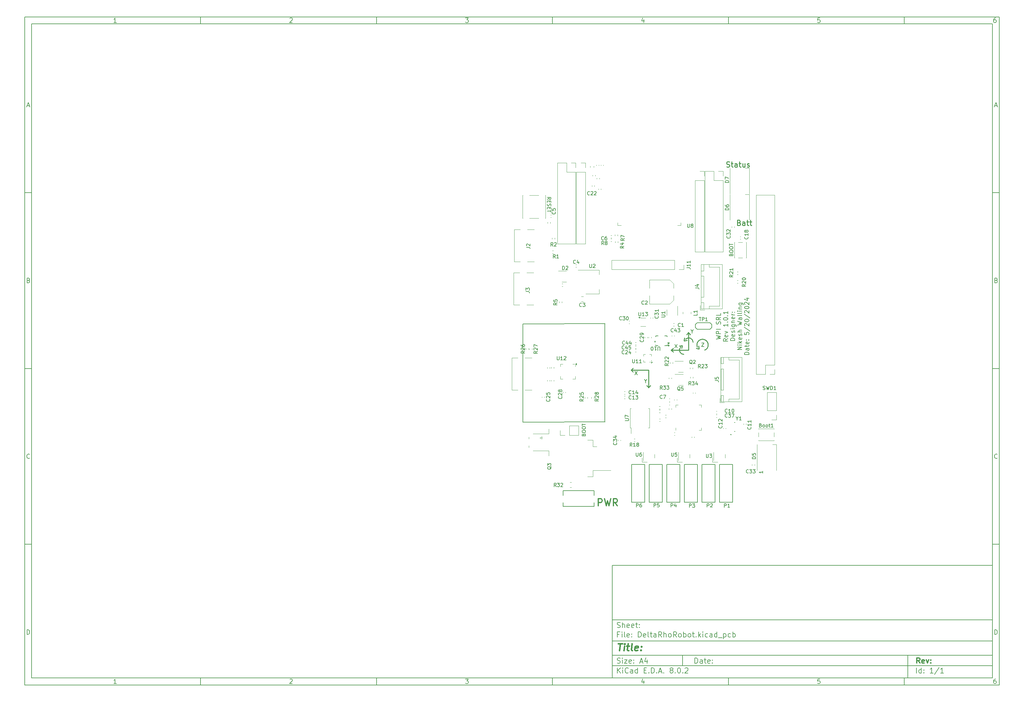
<source format=gbr>
%TF.GenerationSoftware,KiCad,Pcbnew,8.0.2-8.0.2-0~ubuntu22.04.1*%
%TF.CreationDate,2024-05-30T01:48:59-04:00*%
%TF.ProjectId,DeltaRhoRobot,44656c74-6152-4686-9f52-6f626f742e6b,rev?*%
%TF.SameCoordinates,Original*%
%TF.FileFunction,Legend,Top*%
%TF.FilePolarity,Positive*%
%FSLAX46Y46*%
G04 Gerber Fmt 4.6, Leading zero omitted, Abs format (unit mm)*
G04 Created by KiCad (PCBNEW 8.0.2-8.0.2-0~ubuntu22.04.1) date 2024-05-30 01:48:59*
%MOMM*%
%LPD*%
G01*
G04 APERTURE LIST*
%ADD10C,0.100000*%
%ADD11C,0.150000*%
%ADD12C,0.300000*%
%ADD13C,0.400000*%
%ADD14C,0.250000*%
%ADD15C,0.200000*%
%ADD16C,0.120000*%
%ADD17C,0.152400*%
%ADD18C,0.127000*%
%ADD19C,0.000000*%
G04 APERTURE END LIST*
D10*
D11*
X177002200Y-166007200D02*
X285002200Y-166007200D01*
X285002200Y-198007200D01*
X177002200Y-198007200D01*
X177002200Y-166007200D01*
D10*
D11*
X10000000Y-10000000D02*
X287002200Y-10000000D01*
X287002200Y-200007200D01*
X10000000Y-200007200D01*
X10000000Y-10000000D01*
D10*
D11*
X12000000Y-12000000D02*
X285002200Y-12000000D01*
X285002200Y-198007200D01*
X12000000Y-198007200D01*
X12000000Y-12000000D01*
D10*
D11*
X60000000Y-12000000D02*
X60000000Y-10000000D01*
D10*
D11*
X110000000Y-12000000D02*
X110000000Y-10000000D01*
D10*
D11*
X160000000Y-12000000D02*
X160000000Y-10000000D01*
D10*
D11*
X210000000Y-12000000D02*
X210000000Y-10000000D01*
D10*
D11*
X260000000Y-12000000D02*
X260000000Y-10000000D01*
D10*
D11*
X36089160Y-11593604D02*
X35346303Y-11593604D01*
X35717731Y-11593604D02*
X35717731Y-10293604D01*
X35717731Y-10293604D02*
X35593922Y-10479319D01*
X35593922Y-10479319D02*
X35470112Y-10603128D01*
X35470112Y-10603128D02*
X35346303Y-10665033D01*
D10*
D11*
X85346303Y-10417414D02*
X85408207Y-10355509D01*
X85408207Y-10355509D02*
X85532017Y-10293604D01*
X85532017Y-10293604D02*
X85841541Y-10293604D01*
X85841541Y-10293604D02*
X85965350Y-10355509D01*
X85965350Y-10355509D02*
X86027255Y-10417414D01*
X86027255Y-10417414D02*
X86089160Y-10541223D01*
X86089160Y-10541223D02*
X86089160Y-10665033D01*
X86089160Y-10665033D02*
X86027255Y-10850747D01*
X86027255Y-10850747D02*
X85284398Y-11593604D01*
X85284398Y-11593604D02*
X86089160Y-11593604D01*
D10*
D11*
X135284398Y-10293604D02*
X136089160Y-10293604D01*
X136089160Y-10293604D02*
X135655826Y-10788842D01*
X135655826Y-10788842D02*
X135841541Y-10788842D01*
X135841541Y-10788842D02*
X135965350Y-10850747D01*
X135965350Y-10850747D02*
X136027255Y-10912652D01*
X136027255Y-10912652D02*
X136089160Y-11036461D01*
X136089160Y-11036461D02*
X136089160Y-11345985D01*
X136089160Y-11345985D02*
X136027255Y-11469795D01*
X136027255Y-11469795D02*
X135965350Y-11531700D01*
X135965350Y-11531700D02*
X135841541Y-11593604D01*
X135841541Y-11593604D02*
X135470112Y-11593604D01*
X135470112Y-11593604D02*
X135346303Y-11531700D01*
X135346303Y-11531700D02*
X135284398Y-11469795D01*
D10*
D11*
X185965350Y-10726938D02*
X185965350Y-11593604D01*
X185655826Y-10231700D02*
X185346303Y-11160271D01*
X185346303Y-11160271D02*
X186151064Y-11160271D01*
D10*
D11*
X236027255Y-10293604D02*
X235408207Y-10293604D01*
X235408207Y-10293604D02*
X235346303Y-10912652D01*
X235346303Y-10912652D02*
X235408207Y-10850747D01*
X235408207Y-10850747D02*
X235532017Y-10788842D01*
X235532017Y-10788842D02*
X235841541Y-10788842D01*
X235841541Y-10788842D02*
X235965350Y-10850747D01*
X235965350Y-10850747D02*
X236027255Y-10912652D01*
X236027255Y-10912652D02*
X236089160Y-11036461D01*
X236089160Y-11036461D02*
X236089160Y-11345985D01*
X236089160Y-11345985D02*
X236027255Y-11469795D01*
X236027255Y-11469795D02*
X235965350Y-11531700D01*
X235965350Y-11531700D02*
X235841541Y-11593604D01*
X235841541Y-11593604D02*
X235532017Y-11593604D01*
X235532017Y-11593604D02*
X235408207Y-11531700D01*
X235408207Y-11531700D02*
X235346303Y-11469795D01*
D10*
D11*
X285965350Y-10293604D02*
X285717731Y-10293604D01*
X285717731Y-10293604D02*
X285593922Y-10355509D01*
X285593922Y-10355509D02*
X285532017Y-10417414D01*
X285532017Y-10417414D02*
X285408207Y-10603128D01*
X285408207Y-10603128D02*
X285346303Y-10850747D01*
X285346303Y-10850747D02*
X285346303Y-11345985D01*
X285346303Y-11345985D02*
X285408207Y-11469795D01*
X285408207Y-11469795D02*
X285470112Y-11531700D01*
X285470112Y-11531700D02*
X285593922Y-11593604D01*
X285593922Y-11593604D02*
X285841541Y-11593604D01*
X285841541Y-11593604D02*
X285965350Y-11531700D01*
X285965350Y-11531700D02*
X286027255Y-11469795D01*
X286027255Y-11469795D02*
X286089160Y-11345985D01*
X286089160Y-11345985D02*
X286089160Y-11036461D01*
X286089160Y-11036461D02*
X286027255Y-10912652D01*
X286027255Y-10912652D02*
X285965350Y-10850747D01*
X285965350Y-10850747D02*
X285841541Y-10788842D01*
X285841541Y-10788842D02*
X285593922Y-10788842D01*
X285593922Y-10788842D02*
X285470112Y-10850747D01*
X285470112Y-10850747D02*
X285408207Y-10912652D01*
X285408207Y-10912652D02*
X285346303Y-11036461D01*
D10*
D11*
X60000000Y-198007200D02*
X60000000Y-200007200D01*
D10*
D11*
X110000000Y-198007200D02*
X110000000Y-200007200D01*
D10*
D11*
X160000000Y-198007200D02*
X160000000Y-200007200D01*
D10*
D11*
X210000000Y-198007200D02*
X210000000Y-200007200D01*
D10*
D11*
X260000000Y-198007200D02*
X260000000Y-200007200D01*
D10*
D11*
X36089160Y-199600804D02*
X35346303Y-199600804D01*
X35717731Y-199600804D02*
X35717731Y-198300804D01*
X35717731Y-198300804D02*
X35593922Y-198486519D01*
X35593922Y-198486519D02*
X35470112Y-198610328D01*
X35470112Y-198610328D02*
X35346303Y-198672233D01*
D10*
D11*
X85346303Y-198424614D02*
X85408207Y-198362709D01*
X85408207Y-198362709D02*
X85532017Y-198300804D01*
X85532017Y-198300804D02*
X85841541Y-198300804D01*
X85841541Y-198300804D02*
X85965350Y-198362709D01*
X85965350Y-198362709D02*
X86027255Y-198424614D01*
X86027255Y-198424614D02*
X86089160Y-198548423D01*
X86089160Y-198548423D02*
X86089160Y-198672233D01*
X86089160Y-198672233D02*
X86027255Y-198857947D01*
X86027255Y-198857947D02*
X85284398Y-199600804D01*
X85284398Y-199600804D02*
X86089160Y-199600804D01*
D10*
D11*
X135284398Y-198300804D02*
X136089160Y-198300804D01*
X136089160Y-198300804D02*
X135655826Y-198796042D01*
X135655826Y-198796042D02*
X135841541Y-198796042D01*
X135841541Y-198796042D02*
X135965350Y-198857947D01*
X135965350Y-198857947D02*
X136027255Y-198919852D01*
X136027255Y-198919852D02*
X136089160Y-199043661D01*
X136089160Y-199043661D02*
X136089160Y-199353185D01*
X136089160Y-199353185D02*
X136027255Y-199476995D01*
X136027255Y-199476995D02*
X135965350Y-199538900D01*
X135965350Y-199538900D02*
X135841541Y-199600804D01*
X135841541Y-199600804D02*
X135470112Y-199600804D01*
X135470112Y-199600804D02*
X135346303Y-199538900D01*
X135346303Y-199538900D02*
X135284398Y-199476995D01*
D10*
D11*
X185965350Y-198734138D02*
X185965350Y-199600804D01*
X185655826Y-198238900D02*
X185346303Y-199167471D01*
X185346303Y-199167471D02*
X186151064Y-199167471D01*
D10*
D11*
X236027255Y-198300804D02*
X235408207Y-198300804D01*
X235408207Y-198300804D02*
X235346303Y-198919852D01*
X235346303Y-198919852D02*
X235408207Y-198857947D01*
X235408207Y-198857947D02*
X235532017Y-198796042D01*
X235532017Y-198796042D02*
X235841541Y-198796042D01*
X235841541Y-198796042D02*
X235965350Y-198857947D01*
X235965350Y-198857947D02*
X236027255Y-198919852D01*
X236027255Y-198919852D02*
X236089160Y-199043661D01*
X236089160Y-199043661D02*
X236089160Y-199353185D01*
X236089160Y-199353185D02*
X236027255Y-199476995D01*
X236027255Y-199476995D02*
X235965350Y-199538900D01*
X235965350Y-199538900D02*
X235841541Y-199600804D01*
X235841541Y-199600804D02*
X235532017Y-199600804D01*
X235532017Y-199600804D02*
X235408207Y-199538900D01*
X235408207Y-199538900D02*
X235346303Y-199476995D01*
D10*
D11*
X285965350Y-198300804D02*
X285717731Y-198300804D01*
X285717731Y-198300804D02*
X285593922Y-198362709D01*
X285593922Y-198362709D02*
X285532017Y-198424614D01*
X285532017Y-198424614D02*
X285408207Y-198610328D01*
X285408207Y-198610328D02*
X285346303Y-198857947D01*
X285346303Y-198857947D02*
X285346303Y-199353185D01*
X285346303Y-199353185D02*
X285408207Y-199476995D01*
X285408207Y-199476995D02*
X285470112Y-199538900D01*
X285470112Y-199538900D02*
X285593922Y-199600804D01*
X285593922Y-199600804D02*
X285841541Y-199600804D01*
X285841541Y-199600804D02*
X285965350Y-199538900D01*
X285965350Y-199538900D02*
X286027255Y-199476995D01*
X286027255Y-199476995D02*
X286089160Y-199353185D01*
X286089160Y-199353185D02*
X286089160Y-199043661D01*
X286089160Y-199043661D02*
X286027255Y-198919852D01*
X286027255Y-198919852D02*
X285965350Y-198857947D01*
X285965350Y-198857947D02*
X285841541Y-198796042D01*
X285841541Y-198796042D02*
X285593922Y-198796042D01*
X285593922Y-198796042D02*
X285470112Y-198857947D01*
X285470112Y-198857947D02*
X285408207Y-198919852D01*
X285408207Y-198919852D02*
X285346303Y-199043661D01*
D10*
D11*
X10000000Y-60000000D02*
X12000000Y-60000000D01*
D10*
D11*
X10000000Y-110000000D02*
X12000000Y-110000000D01*
D10*
D11*
X10000000Y-160000000D02*
X12000000Y-160000000D01*
D10*
D11*
X10690476Y-35222176D02*
X11309523Y-35222176D01*
X10566666Y-35593604D02*
X10999999Y-34293604D01*
X10999999Y-34293604D02*
X11433333Y-35593604D01*
D10*
D11*
X11092857Y-84912652D02*
X11278571Y-84974557D01*
X11278571Y-84974557D02*
X11340476Y-85036461D01*
X11340476Y-85036461D02*
X11402380Y-85160271D01*
X11402380Y-85160271D02*
X11402380Y-85345985D01*
X11402380Y-85345985D02*
X11340476Y-85469795D01*
X11340476Y-85469795D02*
X11278571Y-85531700D01*
X11278571Y-85531700D02*
X11154761Y-85593604D01*
X11154761Y-85593604D02*
X10659523Y-85593604D01*
X10659523Y-85593604D02*
X10659523Y-84293604D01*
X10659523Y-84293604D02*
X11092857Y-84293604D01*
X11092857Y-84293604D02*
X11216666Y-84355509D01*
X11216666Y-84355509D02*
X11278571Y-84417414D01*
X11278571Y-84417414D02*
X11340476Y-84541223D01*
X11340476Y-84541223D02*
X11340476Y-84665033D01*
X11340476Y-84665033D02*
X11278571Y-84788842D01*
X11278571Y-84788842D02*
X11216666Y-84850747D01*
X11216666Y-84850747D02*
X11092857Y-84912652D01*
X11092857Y-84912652D02*
X10659523Y-84912652D01*
D10*
D11*
X11402380Y-135469795D02*
X11340476Y-135531700D01*
X11340476Y-135531700D02*
X11154761Y-135593604D01*
X11154761Y-135593604D02*
X11030952Y-135593604D01*
X11030952Y-135593604D02*
X10845238Y-135531700D01*
X10845238Y-135531700D02*
X10721428Y-135407890D01*
X10721428Y-135407890D02*
X10659523Y-135284080D01*
X10659523Y-135284080D02*
X10597619Y-135036461D01*
X10597619Y-135036461D02*
X10597619Y-134850747D01*
X10597619Y-134850747D02*
X10659523Y-134603128D01*
X10659523Y-134603128D02*
X10721428Y-134479319D01*
X10721428Y-134479319D02*
X10845238Y-134355509D01*
X10845238Y-134355509D02*
X11030952Y-134293604D01*
X11030952Y-134293604D02*
X11154761Y-134293604D01*
X11154761Y-134293604D02*
X11340476Y-134355509D01*
X11340476Y-134355509D02*
X11402380Y-134417414D01*
D10*
D11*
X10659523Y-185593604D02*
X10659523Y-184293604D01*
X10659523Y-184293604D02*
X10969047Y-184293604D01*
X10969047Y-184293604D02*
X11154761Y-184355509D01*
X11154761Y-184355509D02*
X11278571Y-184479319D01*
X11278571Y-184479319D02*
X11340476Y-184603128D01*
X11340476Y-184603128D02*
X11402380Y-184850747D01*
X11402380Y-184850747D02*
X11402380Y-185036461D01*
X11402380Y-185036461D02*
X11340476Y-185284080D01*
X11340476Y-185284080D02*
X11278571Y-185407890D01*
X11278571Y-185407890D02*
X11154761Y-185531700D01*
X11154761Y-185531700D02*
X10969047Y-185593604D01*
X10969047Y-185593604D02*
X10659523Y-185593604D01*
D10*
D11*
X287002200Y-60000000D02*
X285002200Y-60000000D01*
D10*
D11*
X287002200Y-110000000D02*
X285002200Y-110000000D01*
D10*
D11*
X287002200Y-160000000D02*
X285002200Y-160000000D01*
D10*
D11*
X285692676Y-35222176D02*
X286311723Y-35222176D01*
X285568866Y-35593604D02*
X286002199Y-34293604D01*
X286002199Y-34293604D02*
X286435533Y-35593604D01*
D10*
D11*
X286095057Y-84912652D02*
X286280771Y-84974557D01*
X286280771Y-84974557D02*
X286342676Y-85036461D01*
X286342676Y-85036461D02*
X286404580Y-85160271D01*
X286404580Y-85160271D02*
X286404580Y-85345985D01*
X286404580Y-85345985D02*
X286342676Y-85469795D01*
X286342676Y-85469795D02*
X286280771Y-85531700D01*
X286280771Y-85531700D02*
X286156961Y-85593604D01*
X286156961Y-85593604D02*
X285661723Y-85593604D01*
X285661723Y-85593604D02*
X285661723Y-84293604D01*
X285661723Y-84293604D02*
X286095057Y-84293604D01*
X286095057Y-84293604D02*
X286218866Y-84355509D01*
X286218866Y-84355509D02*
X286280771Y-84417414D01*
X286280771Y-84417414D02*
X286342676Y-84541223D01*
X286342676Y-84541223D02*
X286342676Y-84665033D01*
X286342676Y-84665033D02*
X286280771Y-84788842D01*
X286280771Y-84788842D02*
X286218866Y-84850747D01*
X286218866Y-84850747D02*
X286095057Y-84912652D01*
X286095057Y-84912652D02*
X285661723Y-84912652D01*
D10*
D11*
X286404580Y-135469795D02*
X286342676Y-135531700D01*
X286342676Y-135531700D02*
X286156961Y-135593604D01*
X286156961Y-135593604D02*
X286033152Y-135593604D01*
X286033152Y-135593604D02*
X285847438Y-135531700D01*
X285847438Y-135531700D02*
X285723628Y-135407890D01*
X285723628Y-135407890D02*
X285661723Y-135284080D01*
X285661723Y-135284080D02*
X285599819Y-135036461D01*
X285599819Y-135036461D02*
X285599819Y-134850747D01*
X285599819Y-134850747D02*
X285661723Y-134603128D01*
X285661723Y-134603128D02*
X285723628Y-134479319D01*
X285723628Y-134479319D02*
X285847438Y-134355509D01*
X285847438Y-134355509D02*
X286033152Y-134293604D01*
X286033152Y-134293604D02*
X286156961Y-134293604D01*
X286156961Y-134293604D02*
X286342676Y-134355509D01*
X286342676Y-134355509D02*
X286404580Y-134417414D01*
D10*
D11*
X285661723Y-185593604D02*
X285661723Y-184293604D01*
X285661723Y-184293604D02*
X285971247Y-184293604D01*
X285971247Y-184293604D02*
X286156961Y-184355509D01*
X286156961Y-184355509D02*
X286280771Y-184479319D01*
X286280771Y-184479319D02*
X286342676Y-184603128D01*
X286342676Y-184603128D02*
X286404580Y-184850747D01*
X286404580Y-184850747D02*
X286404580Y-185036461D01*
X286404580Y-185036461D02*
X286342676Y-185284080D01*
X286342676Y-185284080D02*
X286280771Y-185407890D01*
X286280771Y-185407890D02*
X286156961Y-185531700D01*
X286156961Y-185531700D02*
X285971247Y-185593604D01*
X285971247Y-185593604D02*
X285661723Y-185593604D01*
D10*
D11*
X200458026Y-193793328D02*
X200458026Y-192293328D01*
X200458026Y-192293328D02*
X200815169Y-192293328D01*
X200815169Y-192293328D02*
X201029455Y-192364757D01*
X201029455Y-192364757D02*
X201172312Y-192507614D01*
X201172312Y-192507614D02*
X201243741Y-192650471D01*
X201243741Y-192650471D02*
X201315169Y-192936185D01*
X201315169Y-192936185D02*
X201315169Y-193150471D01*
X201315169Y-193150471D02*
X201243741Y-193436185D01*
X201243741Y-193436185D02*
X201172312Y-193579042D01*
X201172312Y-193579042D02*
X201029455Y-193721900D01*
X201029455Y-193721900D02*
X200815169Y-193793328D01*
X200815169Y-193793328D02*
X200458026Y-193793328D01*
X202600884Y-193793328D02*
X202600884Y-193007614D01*
X202600884Y-193007614D02*
X202529455Y-192864757D01*
X202529455Y-192864757D02*
X202386598Y-192793328D01*
X202386598Y-192793328D02*
X202100884Y-192793328D01*
X202100884Y-192793328D02*
X201958026Y-192864757D01*
X202600884Y-193721900D02*
X202458026Y-193793328D01*
X202458026Y-193793328D02*
X202100884Y-193793328D01*
X202100884Y-193793328D02*
X201958026Y-193721900D01*
X201958026Y-193721900D02*
X201886598Y-193579042D01*
X201886598Y-193579042D02*
X201886598Y-193436185D01*
X201886598Y-193436185D02*
X201958026Y-193293328D01*
X201958026Y-193293328D02*
X202100884Y-193221900D01*
X202100884Y-193221900D02*
X202458026Y-193221900D01*
X202458026Y-193221900D02*
X202600884Y-193150471D01*
X203100884Y-192793328D02*
X203672312Y-192793328D01*
X203315169Y-192293328D02*
X203315169Y-193579042D01*
X203315169Y-193579042D02*
X203386598Y-193721900D01*
X203386598Y-193721900D02*
X203529455Y-193793328D01*
X203529455Y-193793328D02*
X203672312Y-193793328D01*
X204743741Y-193721900D02*
X204600884Y-193793328D01*
X204600884Y-193793328D02*
X204315170Y-193793328D01*
X204315170Y-193793328D02*
X204172312Y-193721900D01*
X204172312Y-193721900D02*
X204100884Y-193579042D01*
X204100884Y-193579042D02*
X204100884Y-193007614D01*
X204100884Y-193007614D02*
X204172312Y-192864757D01*
X204172312Y-192864757D02*
X204315170Y-192793328D01*
X204315170Y-192793328D02*
X204600884Y-192793328D01*
X204600884Y-192793328D02*
X204743741Y-192864757D01*
X204743741Y-192864757D02*
X204815170Y-193007614D01*
X204815170Y-193007614D02*
X204815170Y-193150471D01*
X204815170Y-193150471D02*
X204100884Y-193293328D01*
X205458026Y-193650471D02*
X205529455Y-193721900D01*
X205529455Y-193721900D02*
X205458026Y-193793328D01*
X205458026Y-193793328D02*
X205386598Y-193721900D01*
X205386598Y-193721900D02*
X205458026Y-193650471D01*
X205458026Y-193650471D02*
X205458026Y-193793328D01*
X205458026Y-192864757D02*
X205529455Y-192936185D01*
X205529455Y-192936185D02*
X205458026Y-193007614D01*
X205458026Y-193007614D02*
X205386598Y-192936185D01*
X205386598Y-192936185D02*
X205458026Y-192864757D01*
X205458026Y-192864757D02*
X205458026Y-193007614D01*
D10*
D11*
X177002200Y-194507200D02*
X285002200Y-194507200D01*
D10*
D11*
X178458026Y-196593328D02*
X178458026Y-195093328D01*
X179315169Y-196593328D02*
X178672312Y-195736185D01*
X179315169Y-195093328D02*
X178458026Y-195950471D01*
X179958026Y-196593328D02*
X179958026Y-195593328D01*
X179958026Y-195093328D02*
X179886598Y-195164757D01*
X179886598Y-195164757D02*
X179958026Y-195236185D01*
X179958026Y-195236185D02*
X180029455Y-195164757D01*
X180029455Y-195164757D02*
X179958026Y-195093328D01*
X179958026Y-195093328D02*
X179958026Y-195236185D01*
X181529455Y-196450471D02*
X181458027Y-196521900D01*
X181458027Y-196521900D02*
X181243741Y-196593328D01*
X181243741Y-196593328D02*
X181100884Y-196593328D01*
X181100884Y-196593328D02*
X180886598Y-196521900D01*
X180886598Y-196521900D02*
X180743741Y-196379042D01*
X180743741Y-196379042D02*
X180672312Y-196236185D01*
X180672312Y-196236185D02*
X180600884Y-195950471D01*
X180600884Y-195950471D02*
X180600884Y-195736185D01*
X180600884Y-195736185D02*
X180672312Y-195450471D01*
X180672312Y-195450471D02*
X180743741Y-195307614D01*
X180743741Y-195307614D02*
X180886598Y-195164757D01*
X180886598Y-195164757D02*
X181100884Y-195093328D01*
X181100884Y-195093328D02*
X181243741Y-195093328D01*
X181243741Y-195093328D02*
X181458027Y-195164757D01*
X181458027Y-195164757D02*
X181529455Y-195236185D01*
X182815170Y-196593328D02*
X182815170Y-195807614D01*
X182815170Y-195807614D02*
X182743741Y-195664757D01*
X182743741Y-195664757D02*
X182600884Y-195593328D01*
X182600884Y-195593328D02*
X182315170Y-195593328D01*
X182315170Y-195593328D02*
X182172312Y-195664757D01*
X182815170Y-196521900D02*
X182672312Y-196593328D01*
X182672312Y-196593328D02*
X182315170Y-196593328D01*
X182315170Y-196593328D02*
X182172312Y-196521900D01*
X182172312Y-196521900D02*
X182100884Y-196379042D01*
X182100884Y-196379042D02*
X182100884Y-196236185D01*
X182100884Y-196236185D02*
X182172312Y-196093328D01*
X182172312Y-196093328D02*
X182315170Y-196021900D01*
X182315170Y-196021900D02*
X182672312Y-196021900D01*
X182672312Y-196021900D02*
X182815170Y-195950471D01*
X184172313Y-196593328D02*
X184172313Y-195093328D01*
X184172313Y-196521900D02*
X184029455Y-196593328D01*
X184029455Y-196593328D02*
X183743741Y-196593328D01*
X183743741Y-196593328D02*
X183600884Y-196521900D01*
X183600884Y-196521900D02*
X183529455Y-196450471D01*
X183529455Y-196450471D02*
X183458027Y-196307614D01*
X183458027Y-196307614D02*
X183458027Y-195879042D01*
X183458027Y-195879042D02*
X183529455Y-195736185D01*
X183529455Y-195736185D02*
X183600884Y-195664757D01*
X183600884Y-195664757D02*
X183743741Y-195593328D01*
X183743741Y-195593328D02*
X184029455Y-195593328D01*
X184029455Y-195593328D02*
X184172313Y-195664757D01*
X186029455Y-195807614D02*
X186529455Y-195807614D01*
X186743741Y-196593328D02*
X186029455Y-196593328D01*
X186029455Y-196593328D02*
X186029455Y-195093328D01*
X186029455Y-195093328D02*
X186743741Y-195093328D01*
X187386598Y-196450471D02*
X187458027Y-196521900D01*
X187458027Y-196521900D02*
X187386598Y-196593328D01*
X187386598Y-196593328D02*
X187315170Y-196521900D01*
X187315170Y-196521900D02*
X187386598Y-196450471D01*
X187386598Y-196450471D02*
X187386598Y-196593328D01*
X188100884Y-196593328D02*
X188100884Y-195093328D01*
X188100884Y-195093328D02*
X188458027Y-195093328D01*
X188458027Y-195093328D02*
X188672313Y-195164757D01*
X188672313Y-195164757D02*
X188815170Y-195307614D01*
X188815170Y-195307614D02*
X188886599Y-195450471D01*
X188886599Y-195450471D02*
X188958027Y-195736185D01*
X188958027Y-195736185D02*
X188958027Y-195950471D01*
X188958027Y-195950471D02*
X188886599Y-196236185D01*
X188886599Y-196236185D02*
X188815170Y-196379042D01*
X188815170Y-196379042D02*
X188672313Y-196521900D01*
X188672313Y-196521900D02*
X188458027Y-196593328D01*
X188458027Y-196593328D02*
X188100884Y-196593328D01*
X189600884Y-196450471D02*
X189672313Y-196521900D01*
X189672313Y-196521900D02*
X189600884Y-196593328D01*
X189600884Y-196593328D02*
X189529456Y-196521900D01*
X189529456Y-196521900D02*
X189600884Y-196450471D01*
X189600884Y-196450471D02*
X189600884Y-196593328D01*
X190243742Y-196164757D02*
X190958028Y-196164757D01*
X190100885Y-196593328D02*
X190600885Y-195093328D01*
X190600885Y-195093328D02*
X191100885Y-196593328D01*
X191600884Y-196450471D02*
X191672313Y-196521900D01*
X191672313Y-196521900D02*
X191600884Y-196593328D01*
X191600884Y-196593328D02*
X191529456Y-196521900D01*
X191529456Y-196521900D02*
X191600884Y-196450471D01*
X191600884Y-196450471D02*
X191600884Y-196593328D01*
X193672313Y-195736185D02*
X193529456Y-195664757D01*
X193529456Y-195664757D02*
X193458027Y-195593328D01*
X193458027Y-195593328D02*
X193386599Y-195450471D01*
X193386599Y-195450471D02*
X193386599Y-195379042D01*
X193386599Y-195379042D02*
X193458027Y-195236185D01*
X193458027Y-195236185D02*
X193529456Y-195164757D01*
X193529456Y-195164757D02*
X193672313Y-195093328D01*
X193672313Y-195093328D02*
X193958027Y-195093328D01*
X193958027Y-195093328D02*
X194100885Y-195164757D01*
X194100885Y-195164757D02*
X194172313Y-195236185D01*
X194172313Y-195236185D02*
X194243742Y-195379042D01*
X194243742Y-195379042D02*
X194243742Y-195450471D01*
X194243742Y-195450471D02*
X194172313Y-195593328D01*
X194172313Y-195593328D02*
X194100885Y-195664757D01*
X194100885Y-195664757D02*
X193958027Y-195736185D01*
X193958027Y-195736185D02*
X193672313Y-195736185D01*
X193672313Y-195736185D02*
X193529456Y-195807614D01*
X193529456Y-195807614D02*
X193458027Y-195879042D01*
X193458027Y-195879042D02*
X193386599Y-196021900D01*
X193386599Y-196021900D02*
X193386599Y-196307614D01*
X193386599Y-196307614D02*
X193458027Y-196450471D01*
X193458027Y-196450471D02*
X193529456Y-196521900D01*
X193529456Y-196521900D02*
X193672313Y-196593328D01*
X193672313Y-196593328D02*
X193958027Y-196593328D01*
X193958027Y-196593328D02*
X194100885Y-196521900D01*
X194100885Y-196521900D02*
X194172313Y-196450471D01*
X194172313Y-196450471D02*
X194243742Y-196307614D01*
X194243742Y-196307614D02*
X194243742Y-196021900D01*
X194243742Y-196021900D02*
X194172313Y-195879042D01*
X194172313Y-195879042D02*
X194100885Y-195807614D01*
X194100885Y-195807614D02*
X193958027Y-195736185D01*
X194886598Y-196450471D02*
X194958027Y-196521900D01*
X194958027Y-196521900D02*
X194886598Y-196593328D01*
X194886598Y-196593328D02*
X194815170Y-196521900D01*
X194815170Y-196521900D02*
X194886598Y-196450471D01*
X194886598Y-196450471D02*
X194886598Y-196593328D01*
X195886599Y-195093328D02*
X196029456Y-195093328D01*
X196029456Y-195093328D02*
X196172313Y-195164757D01*
X196172313Y-195164757D02*
X196243742Y-195236185D01*
X196243742Y-195236185D02*
X196315170Y-195379042D01*
X196315170Y-195379042D02*
X196386599Y-195664757D01*
X196386599Y-195664757D02*
X196386599Y-196021900D01*
X196386599Y-196021900D02*
X196315170Y-196307614D01*
X196315170Y-196307614D02*
X196243742Y-196450471D01*
X196243742Y-196450471D02*
X196172313Y-196521900D01*
X196172313Y-196521900D02*
X196029456Y-196593328D01*
X196029456Y-196593328D02*
X195886599Y-196593328D01*
X195886599Y-196593328D02*
X195743742Y-196521900D01*
X195743742Y-196521900D02*
X195672313Y-196450471D01*
X195672313Y-196450471D02*
X195600884Y-196307614D01*
X195600884Y-196307614D02*
X195529456Y-196021900D01*
X195529456Y-196021900D02*
X195529456Y-195664757D01*
X195529456Y-195664757D02*
X195600884Y-195379042D01*
X195600884Y-195379042D02*
X195672313Y-195236185D01*
X195672313Y-195236185D02*
X195743742Y-195164757D01*
X195743742Y-195164757D02*
X195886599Y-195093328D01*
X197029455Y-196450471D02*
X197100884Y-196521900D01*
X197100884Y-196521900D02*
X197029455Y-196593328D01*
X197029455Y-196593328D02*
X196958027Y-196521900D01*
X196958027Y-196521900D02*
X197029455Y-196450471D01*
X197029455Y-196450471D02*
X197029455Y-196593328D01*
X197672313Y-195236185D02*
X197743741Y-195164757D01*
X197743741Y-195164757D02*
X197886599Y-195093328D01*
X197886599Y-195093328D02*
X198243741Y-195093328D01*
X198243741Y-195093328D02*
X198386599Y-195164757D01*
X198386599Y-195164757D02*
X198458027Y-195236185D01*
X198458027Y-195236185D02*
X198529456Y-195379042D01*
X198529456Y-195379042D02*
X198529456Y-195521900D01*
X198529456Y-195521900D02*
X198458027Y-195736185D01*
X198458027Y-195736185D02*
X197600884Y-196593328D01*
X197600884Y-196593328D02*
X198529456Y-196593328D01*
D10*
D11*
X177002200Y-191507200D02*
X285002200Y-191507200D01*
D10*
D12*
X264413853Y-193785528D02*
X263913853Y-193071242D01*
X263556710Y-193785528D02*
X263556710Y-192285528D01*
X263556710Y-192285528D02*
X264128139Y-192285528D01*
X264128139Y-192285528D02*
X264270996Y-192356957D01*
X264270996Y-192356957D02*
X264342425Y-192428385D01*
X264342425Y-192428385D02*
X264413853Y-192571242D01*
X264413853Y-192571242D02*
X264413853Y-192785528D01*
X264413853Y-192785528D02*
X264342425Y-192928385D01*
X264342425Y-192928385D02*
X264270996Y-192999814D01*
X264270996Y-192999814D02*
X264128139Y-193071242D01*
X264128139Y-193071242D02*
X263556710Y-193071242D01*
X265628139Y-193714100D02*
X265485282Y-193785528D01*
X265485282Y-193785528D02*
X265199568Y-193785528D01*
X265199568Y-193785528D02*
X265056710Y-193714100D01*
X265056710Y-193714100D02*
X264985282Y-193571242D01*
X264985282Y-193571242D02*
X264985282Y-192999814D01*
X264985282Y-192999814D02*
X265056710Y-192856957D01*
X265056710Y-192856957D02*
X265199568Y-192785528D01*
X265199568Y-192785528D02*
X265485282Y-192785528D01*
X265485282Y-192785528D02*
X265628139Y-192856957D01*
X265628139Y-192856957D02*
X265699568Y-192999814D01*
X265699568Y-192999814D02*
X265699568Y-193142671D01*
X265699568Y-193142671D02*
X264985282Y-193285528D01*
X266199567Y-192785528D02*
X266556710Y-193785528D01*
X266556710Y-193785528D02*
X266913853Y-192785528D01*
X267485281Y-193642671D02*
X267556710Y-193714100D01*
X267556710Y-193714100D02*
X267485281Y-193785528D01*
X267485281Y-193785528D02*
X267413853Y-193714100D01*
X267413853Y-193714100D02*
X267485281Y-193642671D01*
X267485281Y-193642671D02*
X267485281Y-193785528D01*
X267485281Y-192856957D02*
X267556710Y-192928385D01*
X267556710Y-192928385D02*
X267485281Y-192999814D01*
X267485281Y-192999814D02*
X267413853Y-192928385D01*
X267413853Y-192928385D02*
X267485281Y-192856957D01*
X267485281Y-192856957D02*
X267485281Y-192999814D01*
D10*
D11*
X178386598Y-193721900D02*
X178600884Y-193793328D01*
X178600884Y-193793328D02*
X178958026Y-193793328D01*
X178958026Y-193793328D02*
X179100884Y-193721900D01*
X179100884Y-193721900D02*
X179172312Y-193650471D01*
X179172312Y-193650471D02*
X179243741Y-193507614D01*
X179243741Y-193507614D02*
X179243741Y-193364757D01*
X179243741Y-193364757D02*
X179172312Y-193221900D01*
X179172312Y-193221900D02*
X179100884Y-193150471D01*
X179100884Y-193150471D02*
X178958026Y-193079042D01*
X178958026Y-193079042D02*
X178672312Y-193007614D01*
X178672312Y-193007614D02*
X178529455Y-192936185D01*
X178529455Y-192936185D02*
X178458026Y-192864757D01*
X178458026Y-192864757D02*
X178386598Y-192721900D01*
X178386598Y-192721900D02*
X178386598Y-192579042D01*
X178386598Y-192579042D02*
X178458026Y-192436185D01*
X178458026Y-192436185D02*
X178529455Y-192364757D01*
X178529455Y-192364757D02*
X178672312Y-192293328D01*
X178672312Y-192293328D02*
X179029455Y-192293328D01*
X179029455Y-192293328D02*
X179243741Y-192364757D01*
X179886597Y-193793328D02*
X179886597Y-192793328D01*
X179886597Y-192293328D02*
X179815169Y-192364757D01*
X179815169Y-192364757D02*
X179886597Y-192436185D01*
X179886597Y-192436185D02*
X179958026Y-192364757D01*
X179958026Y-192364757D02*
X179886597Y-192293328D01*
X179886597Y-192293328D02*
X179886597Y-192436185D01*
X180458026Y-192793328D02*
X181243741Y-192793328D01*
X181243741Y-192793328D02*
X180458026Y-193793328D01*
X180458026Y-193793328D02*
X181243741Y-193793328D01*
X182386598Y-193721900D02*
X182243741Y-193793328D01*
X182243741Y-193793328D02*
X181958027Y-193793328D01*
X181958027Y-193793328D02*
X181815169Y-193721900D01*
X181815169Y-193721900D02*
X181743741Y-193579042D01*
X181743741Y-193579042D02*
X181743741Y-193007614D01*
X181743741Y-193007614D02*
X181815169Y-192864757D01*
X181815169Y-192864757D02*
X181958027Y-192793328D01*
X181958027Y-192793328D02*
X182243741Y-192793328D01*
X182243741Y-192793328D02*
X182386598Y-192864757D01*
X182386598Y-192864757D02*
X182458027Y-193007614D01*
X182458027Y-193007614D02*
X182458027Y-193150471D01*
X182458027Y-193150471D02*
X181743741Y-193293328D01*
X183100883Y-193650471D02*
X183172312Y-193721900D01*
X183172312Y-193721900D02*
X183100883Y-193793328D01*
X183100883Y-193793328D02*
X183029455Y-193721900D01*
X183029455Y-193721900D02*
X183100883Y-193650471D01*
X183100883Y-193650471D02*
X183100883Y-193793328D01*
X183100883Y-192864757D02*
X183172312Y-192936185D01*
X183172312Y-192936185D02*
X183100883Y-193007614D01*
X183100883Y-193007614D02*
X183029455Y-192936185D01*
X183029455Y-192936185D02*
X183100883Y-192864757D01*
X183100883Y-192864757D02*
X183100883Y-193007614D01*
X184886598Y-193364757D02*
X185600884Y-193364757D01*
X184743741Y-193793328D02*
X185243741Y-192293328D01*
X185243741Y-192293328D02*
X185743741Y-193793328D01*
X186886598Y-192793328D02*
X186886598Y-193793328D01*
X186529455Y-192221900D02*
X186172312Y-193293328D01*
X186172312Y-193293328D02*
X187100883Y-193293328D01*
D10*
D11*
X263458026Y-196593328D02*
X263458026Y-195093328D01*
X264815170Y-196593328D02*
X264815170Y-195093328D01*
X264815170Y-196521900D02*
X264672312Y-196593328D01*
X264672312Y-196593328D02*
X264386598Y-196593328D01*
X264386598Y-196593328D02*
X264243741Y-196521900D01*
X264243741Y-196521900D02*
X264172312Y-196450471D01*
X264172312Y-196450471D02*
X264100884Y-196307614D01*
X264100884Y-196307614D02*
X264100884Y-195879042D01*
X264100884Y-195879042D02*
X264172312Y-195736185D01*
X264172312Y-195736185D02*
X264243741Y-195664757D01*
X264243741Y-195664757D02*
X264386598Y-195593328D01*
X264386598Y-195593328D02*
X264672312Y-195593328D01*
X264672312Y-195593328D02*
X264815170Y-195664757D01*
X265529455Y-196450471D02*
X265600884Y-196521900D01*
X265600884Y-196521900D02*
X265529455Y-196593328D01*
X265529455Y-196593328D02*
X265458027Y-196521900D01*
X265458027Y-196521900D02*
X265529455Y-196450471D01*
X265529455Y-196450471D02*
X265529455Y-196593328D01*
X265529455Y-195664757D02*
X265600884Y-195736185D01*
X265600884Y-195736185D02*
X265529455Y-195807614D01*
X265529455Y-195807614D02*
X265458027Y-195736185D01*
X265458027Y-195736185D02*
X265529455Y-195664757D01*
X265529455Y-195664757D02*
X265529455Y-195807614D01*
X268172313Y-196593328D02*
X267315170Y-196593328D01*
X267743741Y-196593328D02*
X267743741Y-195093328D01*
X267743741Y-195093328D02*
X267600884Y-195307614D01*
X267600884Y-195307614D02*
X267458027Y-195450471D01*
X267458027Y-195450471D02*
X267315170Y-195521900D01*
X269886598Y-195021900D02*
X268600884Y-196950471D01*
X271172313Y-196593328D02*
X270315170Y-196593328D01*
X270743741Y-196593328D02*
X270743741Y-195093328D01*
X270743741Y-195093328D02*
X270600884Y-195307614D01*
X270600884Y-195307614D02*
X270458027Y-195450471D01*
X270458027Y-195450471D02*
X270315170Y-195521900D01*
D10*
D11*
X177002200Y-187507200D02*
X285002200Y-187507200D01*
D10*
D13*
X178693928Y-188211638D02*
X179836785Y-188211638D01*
X179015357Y-190211638D02*
X179265357Y-188211638D01*
X180253452Y-190211638D02*
X180420119Y-188878304D01*
X180503452Y-188211638D02*
X180396309Y-188306876D01*
X180396309Y-188306876D02*
X180479643Y-188402114D01*
X180479643Y-188402114D02*
X180586786Y-188306876D01*
X180586786Y-188306876D02*
X180503452Y-188211638D01*
X180503452Y-188211638D02*
X180479643Y-188402114D01*
X181086786Y-188878304D02*
X181848690Y-188878304D01*
X181455833Y-188211638D02*
X181241548Y-189925923D01*
X181241548Y-189925923D02*
X181312976Y-190116400D01*
X181312976Y-190116400D02*
X181491548Y-190211638D01*
X181491548Y-190211638D02*
X181682024Y-190211638D01*
X182634405Y-190211638D02*
X182455833Y-190116400D01*
X182455833Y-190116400D02*
X182384405Y-189925923D01*
X182384405Y-189925923D02*
X182598690Y-188211638D01*
X184170119Y-190116400D02*
X183967738Y-190211638D01*
X183967738Y-190211638D02*
X183586785Y-190211638D01*
X183586785Y-190211638D02*
X183408214Y-190116400D01*
X183408214Y-190116400D02*
X183336785Y-189925923D01*
X183336785Y-189925923D02*
X183432024Y-189164019D01*
X183432024Y-189164019D02*
X183551071Y-188973542D01*
X183551071Y-188973542D02*
X183753452Y-188878304D01*
X183753452Y-188878304D02*
X184134404Y-188878304D01*
X184134404Y-188878304D02*
X184312976Y-188973542D01*
X184312976Y-188973542D02*
X184384404Y-189164019D01*
X184384404Y-189164019D02*
X184360595Y-189354495D01*
X184360595Y-189354495D02*
X183384404Y-189544971D01*
X185134405Y-190021161D02*
X185217738Y-190116400D01*
X185217738Y-190116400D02*
X185110595Y-190211638D01*
X185110595Y-190211638D02*
X185027262Y-190116400D01*
X185027262Y-190116400D02*
X185134405Y-190021161D01*
X185134405Y-190021161D02*
X185110595Y-190211638D01*
X185265357Y-188973542D02*
X185348690Y-189068780D01*
X185348690Y-189068780D02*
X185241548Y-189164019D01*
X185241548Y-189164019D02*
X185158214Y-189068780D01*
X185158214Y-189068780D02*
X185265357Y-188973542D01*
X185265357Y-188973542D02*
X185241548Y-189164019D01*
D10*
D11*
X178958026Y-185607614D02*
X178458026Y-185607614D01*
X178458026Y-186393328D02*
X178458026Y-184893328D01*
X178458026Y-184893328D02*
X179172312Y-184893328D01*
X179743740Y-186393328D02*
X179743740Y-185393328D01*
X179743740Y-184893328D02*
X179672312Y-184964757D01*
X179672312Y-184964757D02*
X179743740Y-185036185D01*
X179743740Y-185036185D02*
X179815169Y-184964757D01*
X179815169Y-184964757D02*
X179743740Y-184893328D01*
X179743740Y-184893328D02*
X179743740Y-185036185D01*
X180672312Y-186393328D02*
X180529455Y-186321900D01*
X180529455Y-186321900D02*
X180458026Y-186179042D01*
X180458026Y-186179042D02*
X180458026Y-184893328D01*
X181815169Y-186321900D02*
X181672312Y-186393328D01*
X181672312Y-186393328D02*
X181386598Y-186393328D01*
X181386598Y-186393328D02*
X181243740Y-186321900D01*
X181243740Y-186321900D02*
X181172312Y-186179042D01*
X181172312Y-186179042D02*
X181172312Y-185607614D01*
X181172312Y-185607614D02*
X181243740Y-185464757D01*
X181243740Y-185464757D02*
X181386598Y-185393328D01*
X181386598Y-185393328D02*
X181672312Y-185393328D01*
X181672312Y-185393328D02*
X181815169Y-185464757D01*
X181815169Y-185464757D02*
X181886598Y-185607614D01*
X181886598Y-185607614D02*
X181886598Y-185750471D01*
X181886598Y-185750471D02*
X181172312Y-185893328D01*
X182529454Y-186250471D02*
X182600883Y-186321900D01*
X182600883Y-186321900D02*
X182529454Y-186393328D01*
X182529454Y-186393328D02*
X182458026Y-186321900D01*
X182458026Y-186321900D02*
X182529454Y-186250471D01*
X182529454Y-186250471D02*
X182529454Y-186393328D01*
X182529454Y-185464757D02*
X182600883Y-185536185D01*
X182600883Y-185536185D02*
X182529454Y-185607614D01*
X182529454Y-185607614D02*
X182458026Y-185536185D01*
X182458026Y-185536185D02*
X182529454Y-185464757D01*
X182529454Y-185464757D02*
X182529454Y-185607614D01*
X184386597Y-186393328D02*
X184386597Y-184893328D01*
X184386597Y-184893328D02*
X184743740Y-184893328D01*
X184743740Y-184893328D02*
X184958026Y-184964757D01*
X184958026Y-184964757D02*
X185100883Y-185107614D01*
X185100883Y-185107614D02*
X185172312Y-185250471D01*
X185172312Y-185250471D02*
X185243740Y-185536185D01*
X185243740Y-185536185D02*
X185243740Y-185750471D01*
X185243740Y-185750471D02*
X185172312Y-186036185D01*
X185172312Y-186036185D02*
X185100883Y-186179042D01*
X185100883Y-186179042D02*
X184958026Y-186321900D01*
X184958026Y-186321900D02*
X184743740Y-186393328D01*
X184743740Y-186393328D02*
X184386597Y-186393328D01*
X186458026Y-186321900D02*
X186315169Y-186393328D01*
X186315169Y-186393328D02*
X186029455Y-186393328D01*
X186029455Y-186393328D02*
X185886597Y-186321900D01*
X185886597Y-186321900D02*
X185815169Y-186179042D01*
X185815169Y-186179042D02*
X185815169Y-185607614D01*
X185815169Y-185607614D02*
X185886597Y-185464757D01*
X185886597Y-185464757D02*
X186029455Y-185393328D01*
X186029455Y-185393328D02*
X186315169Y-185393328D01*
X186315169Y-185393328D02*
X186458026Y-185464757D01*
X186458026Y-185464757D02*
X186529455Y-185607614D01*
X186529455Y-185607614D02*
X186529455Y-185750471D01*
X186529455Y-185750471D02*
X185815169Y-185893328D01*
X187386597Y-186393328D02*
X187243740Y-186321900D01*
X187243740Y-186321900D02*
X187172311Y-186179042D01*
X187172311Y-186179042D02*
X187172311Y-184893328D01*
X187743740Y-185393328D02*
X188315168Y-185393328D01*
X187958025Y-184893328D02*
X187958025Y-186179042D01*
X187958025Y-186179042D02*
X188029454Y-186321900D01*
X188029454Y-186321900D02*
X188172311Y-186393328D01*
X188172311Y-186393328D02*
X188315168Y-186393328D01*
X189458026Y-186393328D02*
X189458026Y-185607614D01*
X189458026Y-185607614D02*
X189386597Y-185464757D01*
X189386597Y-185464757D02*
X189243740Y-185393328D01*
X189243740Y-185393328D02*
X188958026Y-185393328D01*
X188958026Y-185393328D02*
X188815168Y-185464757D01*
X189458026Y-186321900D02*
X189315168Y-186393328D01*
X189315168Y-186393328D02*
X188958026Y-186393328D01*
X188958026Y-186393328D02*
X188815168Y-186321900D01*
X188815168Y-186321900D02*
X188743740Y-186179042D01*
X188743740Y-186179042D02*
X188743740Y-186036185D01*
X188743740Y-186036185D02*
X188815168Y-185893328D01*
X188815168Y-185893328D02*
X188958026Y-185821900D01*
X188958026Y-185821900D02*
X189315168Y-185821900D01*
X189315168Y-185821900D02*
X189458026Y-185750471D01*
X191029454Y-186393328D02*
X190529454Y-185679042D01*
X190172311Y-186393328D02*
X190172311Y-184893328D01*
X190172311Y-184893328D02*
X190743740Y-184893328D01*
X190743740Y-184893328D02*
X190886597Y-184964757D01*
X190886597Y-184964757D02*
X190958026Y-185036185D01*
X190958026Y-185036185D02*
X191029454Y-185179042D01*
X191029454Y-185179042D02*
X191029454Y-185393328D01*
X191029454Y-185393328D02*
X190958026Y-185536185D01*
X190958026Y-185536185D02*
X190886597Y-185607614D01*
X190886597Y-185607614D02*
X190743740Y-185679042D01*
X190743740Y-185679042D02*
X190172311Y-185679042D01*
X191672311Y-186393328D02*
X191672311Y-184893328D01*
X192315169Y-186393328D02*
X192315169Y-185607614D01*
X192315169Y-185607614D02*
X192243740Y-185464757D01*
X192243740Y-185464757D02*
X192100883Y-185393328D01*
X192100883Y-185393328D02*
X191886597Y-185393328D01*
X191886597Y-185393328D02*
X191743740Y-185464757D01*
X191743740Y-185464757D02*
X191672311Y-185536185D01*
X193243740Y-186393328D02*
X193100883Y-186321900D01*
X193100883Y-186321900D02*
X193029454Y-186250471D01*
X193029454Y-186250471D02*
X192958026Y-186107614D01*
X192958026Y-186107614D02*
X192958026Y-185679042D01*
X192958026Y-185679042D02*
X193029454Y-185536185D01*
X193029454Y-185536185D02*
X193100883Y-185464757D01*
X193100883Y-185464757D02*
X193243740Y-185393328D01*
X193243740Y-185393328D02*
X193458026Y-185393328D01*
X193458026Y-185393328D02*
X193600883Y-185464757D01*
X193600883Y-185464757D02*
X193672312Y-185536185D01*
X193672312Y-185536185D02*
X193743740Y-185679042D01*
X193743740Y-185679042D02*
X193743740Y-186107614D01*
X193743740Y-186107614D02*
X193672312Y-186250471D01*
X193672312Y-186250471D02*
X193600883Y-186321900D01*
X193600883Y-186321900D02*
X193458026Y-186393328D01*
X193458026Y-186393328D02*
X193243740Y-186393328D01*
X195243740Y-186393328D02*
X194743740Y-185679042D01*
X194386597Y-186393328D02*
X194386597Y-184893328D01*
X194386597Y-184893328D02*
X194958026Y-184893328D01*
X194958026Y-184893328D02*
X195100883Y-184964757D01*
X195100883Y-184964757D02*
X195172312Y-185036185D01*
X195172312Y-185036185D02*
X195243740Y-185179042D01*
X195243740Y-185179042D02*
X195243740Y-185393328D01*
X195243740Y-185393328D02*
X195172312Y-185536185D01*
X195172312Y-185536185D02*
X195100883Y-185607614D01*
X195100883Y-185607614D02*
X194958026Y-185679042D01*
X194958026Y-185679042D02*
X194386597Y-185679042D01*
X196100883Y-186393328D02*
X195958026Y-186321900D01*
X195958026Y-186321900D02*
X195886597Y-186250471D01*
X195886597Y-186250471D02*
X195815169Y-186107614D01*
X195815169Y-186107614D02*
X195815169Y-185679042D01*
X195815169Y-185679042D02*
X195886597Y-185536185D01*
X195886597Y-185536185D02*
X195958026Y-185464757D01*
X195958026Y-185464757D02*
X196100883Y-185393328D01*
X196100883Y-185393328D02*
X196315169Y-185393328D01*
X196315169Y-185393328D02*
X196458026Y-185464757D01*
X196458026Y-185464757D02*
X196529455Y-185536185D01*
X196529455Y-185536185D02*
X196600883Y-185679042D01*
X196600883Y-185679042D02*
X196600883Y-186107614D01*
X196600883Y-186107614D02*
X196529455Y-186250471D01*
X196529455Y-186250471D02*
X196458026Y-186321900D01*
X196458026Y-186321900D02*
X196315169Y-186393328D01*
X196315169Y-186393328D02*
X196100883Y-186393328D01*
X197243740Y-186393328D02*
X197243740Y-184893328D01*
X197243740Y-185464757D02*
X197386598Y-185393328D01*
X197386598Y-185393328D02*
X197672312Y-185393328D01*
X197672312Y-185393328D02*
X197815169Y-185464757D01*
X197815169Y-185464757D02*
X197886598Y-185536185D01*
X197886598Y-185536185D02*
X197958026Y-185679042D01*
X197958026Y-185679042D02*
X197958026Y-186107614D01*
X197958026Y-186107614D02*
X197886598Y-186250471D01*
X197886598Y-186250471D02*
X197815169Y-186321900D01*
X197815169Y-186321900D02*
X197672312Y-186393328D01*
X197672312Y-186393328D02*
X197386598Y-186393328D01*
X197386598Y-186393328D02*
X197243740Y-186321900D01*
X198815169Y-186393328D02*
X198672312Y-186321900D01*
X198672312Y-186321900D02*
X198600883Y-186250471D01*
X198600883Y-186250471D02*
X198529455Y-186107614D01*
X198529455Y-186107614D02*
X198529455Y-185679042D01*
X198529455Y-185679042D02*
X198600883Y-185536185D01*
X198600883Y-185536185D02*
X198672312Y-185464757D01*
X198672312Y-185464757D02*
X198815169Y-185393328D01*
X198815169Y-185393328D02*
X199029455Y-185393328D01*
X199029455Y-185393328D02*
X199172312Y-185464757D01*
X199172312Y-185464757D02*
X199243741Y-185536185D01*
X199243741Y-185536185D02*
X199315169Y-185679042D01*
X199315169Y-185679042D02*
X199315169Y-186107614D01*
X199315169Y-186107614D02*
X199243741Y-186250471D01*
X199243741Y-186250471D02*
X199172312Y-186321900D01*
X199172312Y-186321900D02*
X199029455Y-186393328D01*
X199029455Y-186393328D02*
X198815169Y-186393328D01*
X199743741Y-185393328D02*
X200315169Y-185393328D01*
X199958026Y-184893328D02*
X199958026Y-186179042D01*
X199958026Y-186179042D02*
X200029455Y-186321900D01*
X200029455Y-186321900D02*
X200172312Y-186393328D01*
X200172312Y-186393328D02*
X200315169Y-186393328D01*
X200815169Y-186250471D02*
X200886598Y-186321900D01*
X200886598Y-186321900D02*
X200815169Y-186393328D01*
X200815169Y-186393328D02*
X200743741Y-186321900D01*
X200743741Y-186321900D02*
X200815169Y-186250471D01*
X200815169Y-186250471D02*
X200815169Y-186393328D01*
X201529455Y-186393328D02*
X201529455Y-184893328D01*
X201672313Y-185821900D02*
X202100884Y-186393328D01*
X202100884Y-185393328D02*
X201529455Y-185964757D01*
X202743741Y-186393328D02*
X202743741Y-185393328D01*
X202743741Y-184893328D02*
X202672313Y-184964757D01*
X202672313Y-184964757D02*
X202743741Y-185036185D01*
X202743741Y-185036185D02*
X202815170Y-184964757D01*
X202815170Y-184964757D02*
X202743741Y-184893328D01*
X202743741Y-184893328D02*
X202743741Y-185036185D01*
X204100885Y-186321900D02*
X203958027Y-186393328D01*
X203958027Y-186393328D02*
X203672313Y-186393328D01*
X203672313Y-186393328D02*
X203529456Y-186321900D01*
X203529456Y-186321900D02*
X203458027Y-186250471D01*
X203458027Y-186250471D02*
X203386599Y-186107614D01*
X203386599Y-186107614D02*
X203386599Y-185679042D01*
X203386599Y-185679042D02*
X203458027Y-185536185D01*
X203458027Y-185536185D02*
X203529456Y-185464757D01*
X203529456Y-185464757D02*
X203672313Y-185393328D01*
X203672313Y-185393328D02*
X203958027Y-185393328D01*
X203958027Y-185393328D02*
X204100885Y-185464757D01*
X205386599Y-186393328D02*
X205386599Y-185607614D01*
X205386599Y-185607614D02*
X205315170Y-185464757D01*
X205315170Y-185464757D02*
X205172313Y-185393328D01*
X205172313Y-185393328D02*
X204886599Y-185393328D01*
X204886599Y-185393328D02*
X204743741Y-185464757D01*
X205386599Y-186321900D02*
X205243741Y-186393328D01*
X205243741Y-186393328D02*
X204886599Y-186393328D01*
X204886599Y-186393328D02*
X204743741Y-186321900D01*
X204743741Y-186321900D02*
X204672313Y-186179042D01*
X204672313Y-186179042D02*
X204672313Y-186036185D01*
X204672313Y-186036185D02*
X204743741Y-185893328D01*
X204743741Y-185893328D02*
X204886599Y-185821900D01*
X204886599Y-185821900D02*
X205243741Y-185821900D01*
X205243741Y-185821900D02*
X205386599Y-185750471D01*
X206743742Y-186393328D02*
X206743742Y-184893328D01*
X206743742Y-186321900D02*
X206600884Y-186393328D01*
X206600884Y-186393328D02*
X206315170Y-186393328D01*
X206315170Y-186393328D02*
X206172313Y-186321900D01*
X206172313Y-186321900D02*
X206100884Y-186250471D01*
X206100884Y-186250471D02*
X206029456Y-186107614D01*
X206029456Y-186107614D02*
X206029456Y-185679042D01*
X206029456Y-185679042D02*
X206100884Y-185536185D01*
X206100884Y-185536185D02*
X206172313Y-185464757D01*
X206172313Y-185464757D02*
X206315170Y-185393328D01*
X206315170Y-185393328D02*
X206600884Y-185393328D01*
X206600884Y-185393328D02*
X206743742Y-185464757D01*
X207100885Y-186536185D02*
X208243742Y-186536185D01*
X208600884Y-185393328D02*
X208600884Y-186893328D01*
X208600884Y-185464757D02*
X208743742Y-185393328D01*
X208743742Y-185393328D02*
X209029456Y-185393328D01*
X209029456Y-185393328D02*
X209172313Y-185464757D01*
X209172313Y-185464757D02*
X209243742Y-185536185D01*
X209243742Y-185536185D02*
X209315170Y-185679042D01*
X209315170Y-185679042D02*
X209315170Y-186107614D01*
X209315170Y-186107614D02*
X209243742Y-186250471D01*
X209243742Y-186250471D02*
X209172313Y-186321900D01*
X209172313Y-186321900D02*
X209029456Y-186393328D01*
X209029456Y-186393328D02*
X208743742Y-186393328D01*
X208743742Y-186393328D02*
X208600884Y-186321900D01*
X210600885Y-186321900D02*
X210458027Y-186393328D01*
X210458027Y-186393328D02*
X210172313Y-186393328D01*
X210172313Y-186393328D02*
X210029456Y-186321900D01*
X210029456Y-186321900D02*
X209958027Y-186250471D01*
X209958027Y-186250471D02*
X209886599Y-186107614D01*
X209886599Y-186107614D02*
X209886599Y-185679042D01*
X209886599Y-185679042D02*
X209958027Y-185536185D01*
X209958027Y-185536185D02*
X210029456Y-185464757D01*
X210029456Y-185464757D02*
X210172313Y-185393328D01*
X210172313Y-185393328D02*
X210458027Y-185393328D01*
X210458027Y-185393328D02*
X210600885Y-185464757D01*
X211243741Y-186393328D02*
X211243741Y-184893328D01*
X211243741Y-185464757D02*
X211386599Y-185393328D01*
X211386599Y-185393328D02*
X211672313Y-185393328D01*
X211672313Y-185393328D02*
X211815170Y-185464757D01*
X211815170Y-185464757D02*
X211886599Y-185536185D01*
X211886599Y-185536185D02*
X211958027Y-185679042D01*
X211958027Y-185679042D02*
X211958027Y-186107614D01*
X211958027Y-186107614D02*
X211886599Y-186250471D01*
X211886599Y-186250471D02*
X211815170Y-186321900D01*
X211815170Y-186321900D02*
X211672313Y-186393328D01*
X211672313Y-186393328D02*
X211386599Y-186393328D01*
X211386599Y-186393328D02*
X211243741Y-186321900D01*
D10*
D11*
X177002200Y-181507200D02*
X285002200Y-181507200D01*
D10*
D11*
X178386598Y-183621900D02*
X178600884Y-183693328D01*
X178600884Y-183693328D02*
X178958026Y-183693328D01*
X178958026Y-183693328D02*
X179100884Y-183621900D01*
X179100884Y-183621900D02*
X179172312Y-183550471D01*
X179172312Y-183550471D02*
X179243741Y-183407614D01*
X179243741Y-183407614D02*
X179243741Y-183264757D01*
X179243741Y-183264757D02*
X179172312Y-183121900D01*
X179172312Y-183121900D02*
X179100884Y-183050471D01*
X179100884Y-183050471D02*
X178958026Y-182979042D01*
X178958026Y-182979042D02*
X178672312Y-182907614D01*
X178672312Y-182907614D02*
X178529455Y-182836185D01*
X178529455Y-182836185D02*
X178458026Y-182764757D01*
X178458026Y-182764757D02*
X178386598Y-182621900D01*
X178386598Y-182621900D02*
X178386598Y-182479042D01*
X178386598Y-182479042D02*
X178458026Y-182336185D01*
X178458026Y-182336185D02*
X178529455Y-182264757D01*
X178529455Y-182264757D02*
X178672312Y-182193328D01*
X178672312Y-182193328D02*
X179029455Y-182193328D01*
X179029455Y-182193328D02*
X179243741Y-182264757D01*
X179886597Y-183693328D02*
X179886597Y-182193328D01*
X180529455Y-183693328D02*
X180529455Y-182907614D01*
X180529455Y-182907614D02*
X180458026Y-182764757D01*
X180458026Y-182764757D02*
X180315169Y-182693328D01*
X180315169Y-182693328D02*
X180100883Y-182693328D01*
X180100883Y-182693328D02*
X179958026Y-182764757D01*
X179958026Y-182764757D02*
X179886597Y-182836185D01*
X181815169Y-183621900D02*
X181672312Y-183693328D01*
X181672312Y-183693328D02*
X181386598Y-183693328D01*
X181386598Y-183693328D02*
X181243740Y-183621900D01*
X181243740Y-183621900D02*
X181172312Y-183479042D01*
X181172312Y-183479042D02*
X181172312Y-182907614D01*
X181172312Y-182907614D02*
X181243740Y-182764757D01*
X181243740Y-182764757D02*
X181386598Y-182693328D01*
X181386598Y-182693328D02*
X181672312Y-182693328D01*
X181672312Y-182693328D02*
X181815169Y-182764757D01*
X181815169Y-182764757D02*
X181886598Y-182907614D01*
X181886598Y-182907614D02*
X181886598Y-183050471D01*
X181886598Y-183050471D02*
X181172312Y-183193328D01*
X183100883Y-183621900D02*
X182958026Y-183693328D01*
X182958026Y-183693328D02*
X182672312Y-183693328D01*
X182672312Y-183693328D02*
X182529454Y-183621900D01*
X182529454Y-183621900D02*
X182458026Y-183479042D01*
X182458026Y-183479042D02*
X182458026Y-182907614D01*
X182458026Y-182907614D02*
X182529454Y-182764757D01*
X182529454Y-182764757D02*
X182672312Y-182693328D01*
X182672312Y-182693328D02*
X182958026Y-182693328D01*
X182958026Y-182693328D02*
X183100883Y-182764757D01*
X183100883Y-182764757D02*
X183172312Y-182907614D01*
X183172312Y-182907614D02*
X183172312Y-183050471D01*
X183172312Y-183050471D02*
X182458026Y-183193328D01*
X183600883Y-182693328D02*
X184172311Y-182693328D01*
X183815168Y-182193328D02*
X183815168Y-183479042D01*
X183815168Y-183479042D02*
X183886597Y-183621900D01*
X183886597Y-183621900D02*
X184029454Y-183693328D01*
X184029454Y-183693328D02*
X184172311Y-183693328D01*
X184672311Y-183550471D02*
X184743740Y-183621900D01*
X184743740Y-183621900D02*
X184672311Y-183693328D01*
X184672311Y-183693328D02*
X184600883Y-183621900D01*
X184600883Y-183621900D02*
X184672311Y-183550471D01*
X184672311Y-183550471D02*
X184672311Y-183693328D01*
X184672311Y-182764757D02*
X184743740Y-182836185D01*
X184743740Y-182836185D02*
X184672311Y-182907614D01*
X184672311Y-182907614D02*
X184600883Y-182836185D01*
X184600883Y-182836185D02*
X184672311Y-182764757D01*
X184672311Y-182764757D02*
X184672311Y-182907614D01*
D10*
D11*
X197002200Y-191507200D02*
X197002200Y-194507200D01*
D10*
D11*
X261002200Y-191507200D02*
X261002200Y-198007200D01*
D14*
X182950000Y-109950000D02*
X182300000Y-110450000D01*
X201164470Y-103924451D02*
G75*
G02*
X203277519Y-104776901I1482730J630251D01*
G01*
X198213173Y-101993934D02*
X197400000Y-102100000D01*
X201543934Y-103586827D02*
X201650000Y-104400000D01*
X196036827Y-103556066D02*
X196850000Y-103450000D01*
X198661975Y-99750096D02*
X199161980Y-100400092D01*
X187300000Y-115450000D02*
X187300000Y-110450000D01*
X198661975Y-104750096D02*
X198661975Y-99750096D01*
X197840046Y-101650000D02*
G75*
G02*
X199953090Y-102502455I879954J-863900D01*
G01*
X182300000Y-110450000D02*
X187300000Y-110450000D01*
X186800000Y-114800000D02*
X187300000Y-115450000D01*
X182300000Y-110450000D02*
X182949996Y-110950005D01*
X196850000Y-103450000D02*
X196743940Y-104263174D01*
X198611980Y-99750092D02*
X198111975Y-100400088D01*
X197400000Y-102100000D02*
X197506060Y-101286826D01*
X193661975Y-104750096D02*
X194311971Y-105250101D01*
X201650000Y-104400000D02*
X200836826Y-104293940D01*
X187300000Y-115450000D02*
X187800005Y-114800004D01*
X194311975Y-104250096D02*
X193661975Y-104750096D01*
X198661975Y-104750096D02*
X193661975Y-104750096D01*
X197300000Y-105983075D02*
G75*
G02*
X196447545Y-103870024I11400J1233075D01*
G01*
D15*
X206536903Y-101660713D02*
X207786903Y-101363094D01*
X207786903Y-101363094D02*
X206894046Y-101124999D01*
X206894046Y-101124999D02*
X207786903Y-100886904D01*
X207786903Y-100886904D02*
X206536903Y-100589285D01*
X207786903Y-100113094D02*
X206536903Y-100113094D01*
X206536903Y-100113094D02*
X206536903Y-99636904D01*
X206536903Y-99636904D02*
X206596427Y-99517856D01*
X206596427Y-99517856D02*
X206655951Y-99458333D01*
X206655951Y-99458333D02*
X206774999Y-99398809D01*
X206774999Y-99398809D02*
X206953570Y-99398809D01*
X206953570Y-99398809D02*
X207072618Y-99458333D01*
X207072618Y-99458333D02*
X207132141Y-99517856D01*
X207132141Y-99517856D02*
X207191665Y-99636904D01*
X207191665Y-99636904D02*
X207191665Y-100113094D01*
X207786903Y-98863094D02*
X206536903Y-98863094D01*
X207727380Y-97374999D02*
X207786903Y-97196428D01*
X207786903Y-97196428D02*
X207786903Y-96898809D01*
X207786903Y-96898809D02*
X207727380Y-96779761D01*
X207727380Y-96779761D02*
X207667856Y-96720237D01*
X207667856Y-96720237D02*
X207548808Y-96660714D01*
X207548808Y-96660714D02*
X207429760Y-96660714D01*
X207429760Y-96660714D02*
X207310713Y-96720237D01*
X207310713Y-96720237D02*
X207251189Y-96779761D01*
X207251189Y-96779761D02*
X207191665Y-96898809D01*
X207191665Y-96898809D02*
X207132141Y-97136904D01*
X207132141Y-97136904D02*
X207072618Y-97255952D01*
X207072618Y-97255952D02*
X207013094Y-97315475D01*
X207013094Y-97315475D02*
X206894046Y-97374999D01*
X206894046Y-97374999D02*
X206774999Y-97374999D01*
X206774999Y-97374999D02*
X206655951Y-97315475D01*
X206655951Y-97315475D02*
X206596427Y-97255952D01*
X206596427Y-97255952D02*
X206536903Y-97136904D01*
X206536903Y-97136904D02*
X206536903Y-96839285D01*
X206536903Y-96839285D02*
X206596427Y-96660714D01*
X207786903Y-95410714D02*
X207191665Y-95827380D01*
X207786903Y-96124999D02*
X206536903Y-96124999D01*
X206536903Y-96124999D02*
X206536903Y-95648809D01*
X206536903Y-95648809D02*
X206596427Y-95529761D01*
X206596427Y-95529761D02*
X206655951Y-95470238D01*
X206655951Y-95470238D02*
X206774999Y-95410714D01*
X206774999Y-95410714D02*
X206953570Y-95410714D01*
X206953570Y-95410714D02*
X207072618Y-95470238D01*
X207072618Y-95470238D02*
X207132141Y-95529761D01*
X207132141Y-95529761D02*
X207191665Y-95648809D01*
X207191665Y-95648809D02*
X207191665Y-96124999D01*
X207786903Y-94279761D02*
X207786903Y-94874999D01*
X207786903Y-94874999D02*
X206536903Y-94874999D01*
X209799333Y-101482142D02*
X209204095Y-101898808D01*
X209799333Y-102196427D02*
X208549333Y-102196427D01*
X208549333Y-102196427D02*
X208549333Y-101720237D01*
X208549333Y-101720237D02*
X208608857Y-101601189D01*
X208608857Y-101601189D02*
X208668381Y-101541666D01*
X208668381Y-101541666D02*
X208787429Y-101482142D01*
X208787429Y-101482142D02*
X208966000Y-101482142D01*
X208966000Y-101482142D02*
X209085048Y-101541666D01*
X209085048Y-101541666D02*
X209144571Y-101601189D01*
X209144571Y-101601189D02*
X209204095Y-101720237D01*
X209204095Y-101720237D02*
X209204095Y-102196427D01*
X209739810Y-100470237D02*
X209799333Y-100589285D01*
X209799333Y-100589285D02*
X209799333Y-100827380D01*
X209799333Y-100827380D02*
X209739810Y-100946427D01*
X209739810Y-100946427D02*
X209620762Y-101005951D01*
X209620762Y-101005951D02*
X209144571Y-101005951D01*
X209144571Y-101005951D02*
X209025524Y-100946427D01*
X209025524Y-100946427D02*
X208966000Y-100827380D01*
X208966000Y-100827380D02*
X208966000Y-100589285D01*
X208966000Y-100589285D02*
X209025524Y-100470237D01*
X209025524Y-100470237D02*
X209144571Y-100410713D01*
X209144571Y-100410713D02*
X209263619Y-100410713D01*
X209263619Y-100410713D02*
X209382667Y-101005951D01*
X208966000Y-99994046D02*
X209799333Y-99696427D01*
X209799333Y-99696427D02*
X208966000Y-99398808D01*
X209799333Y-97315475D02*
X209799333Y-98029760D01*
X209799333Y-97672617D02*
X208549333Y-97672617D01*
X208549333Y-97672617D02*
X208727905Y-97791665D01*
X208727905Y-97791665D02*
X208846952Y-97910713D01*
X208846952Y-97910713D02*
X208906476Y-98029760D01*
X209680286Y-96779760D02*
X209739810Y-96720237D01*
X209739810Y-96720237D02*
X209799333Y-96779760D01*
X209799333Y-96779760D02*
X209739810Y-96839284D01*
X209739810Y-96839284D02*
X209680286Y-96779760D01*
X209680286Y-96779760D02*
X209799333Y-96779760D01*
X208549333Y-95946427D02*
X208549333Y-95827380D01*
X208549333Y-95827380D02*
X208608857Y-95708332D01*
X208608857Y-95708332D02*
X208668381Y-95648808D01*
X208668381Y-95648808D02*
X208787429Y-95589284D01*
X208787429Y-95589284D02*
X209025524Y-95529761D01*
X209025524Y-95529761D02*
X209323143Y-95529761D01*
X209323143Y-95529761D02*
X209561238Y-95589284D01*
X209561238Y-95589284D02*
X209680286Y-95648808D01*
X209680286Y-95648808D02*
X209739810Y-95708332D01*
X209739810Y-95708332D02*
X209799333Y-95827380D01*
X209799333Y-95827380D02*
X209799333Y-95946427D01*
X209799333Y-95946427D02*
X209739810Y-96065475D01*
X209739810Y-96065475D02*
X209680286Y-96124999D01*
X209680286Y-96124999D02*
X209561238Y-96184522D01*
X209561238Y-96184522D02*
X209323143Y-96244046D01*
X209323143Y-96244046D02*
X209025524Y-96244046D01*
X209025524Y-96244046D02*
X208787429Y-96184522D01*
X208787429Y-96184522D02*
X208668381Y-96124999D01*
X208668381Y-96124999D02*
X208608857Y-96065475D01*
X208608857Y-96065475D02*
X208549333Y-95946427D01*
X209680286Y-94994046D02*
X209739810Y-94934523D01*
X209739810Y-94934523D02*
X209799333Y-94994046D01*
X209799333Y-94994046D02*
X209739810Y-95053570D01*
X209739810Y-95053570D02*
X209680286Y-94994046D01*
X209680286Y-94994046D02*
X209799333Y-94994046D01*
X209799333Y-93744047D02*
X209799333Y-94458332D01*
X209799333Y-94101189D02*
X208549333Y-94101189D01*
X208549333Y-94101189D02*
X208727905Y-94220237D01*
X208727905Y-94220237D02*
X208846952Y-94339285D01*
X208846952Y-94339285D02*
X208906476Y-94458332D01*
X211811763Y-102017856D02*
X210561763Y-102017856D01*
X210561763Y-102017856D02*
X210561763Y-101720237D01*
X210561763Y-101720237D02*
X210621287Y-101541666D01*
X210621287Y-101541666D02*
X210740335Y-101422618D01*
X210740335Y-101422618D02*
X210859382Y-101363095D01*
X210859382Y-101363095D02*
X211097478Y-101303571D01*
X211097478Y-101303571D02*
X211276049Y-101303571D01*
X211276049Y-101303571D02*
X211514144Y-101363095D01*
X211514144Y-101363095D02*
X211633192Y-101422618D01*
X211633192Y-101422618D02*
X211752240Y-101541666D01*
X211752240Y-101541666D02*
X211811763Y-101720237D01*
X211811763Y-101720237D02*
X211811763Y-102017856D01*
X211752240Y-100291666D02*
X211811763Y-100410714D01*
X211811763Y-100410714D02*
X211811763Y-100648809D01*
X211811763Y-100648809D02*
X211752240Y-100767856D01*
X211752240Y-100767856D02*
X211633192Y-100827380D01*
X211633192Y-100827380D02*
X211157001Y-100827380D01*
X211157001Y-100827380D02*
X211037954Y-100767856D01*
X211037954Y-100767856D02*
X210978430Y-100648809D01*
X210978430Y-100648809D02*
X210978430Y-100410714D01*
X210978430Y-100410714D02*
X211037954Y-100291666D01*
X211037954Y-100291666D02*
X211157001Y-100232142D01*
X211157001Y-100232142D02*
X211276049Y-100232142D01*
X211276049Y-100232142D02*
X211395097Y-100827380D01*
X211752240Y-99755951D02*
X211811763Y-99636904D01*
X211811763Y-99636904D02*
X211811763Y-99398808D01*
X211811763Y-99398808D02*
X211752240Y-99279761D01*
X211752240Y-99279761D02*
X211633192Y-99220237D01*
X211633192Y-99220237D02*
X211573668Y-99220237D01*
X211573668Y-99220237D02*
X211454620Y-99279761D01*
X211454620Y-99279761D02*
X211395097Y-99398808D01*
X211395097Y-99398808D02*
X211395097Y-99577380D01*
X211395097Y-99577380D02*
X211335573Y-99696427D01*
X211335573Y-99696427D02*
X211216525Y-99755951D01*
X211216525Y-99755951D02*
X211157001Y-99755951D01*
X211157001Y-99755951D02*
X211037954Y-99696427D01*
X211037954Y-99696427D02*
X210978430Y-99577380D01*
X210978430Y-99577380D02*
X210978430Y-99398808D01*
X210978430Y-99398808D02*
X211037954Y-99279761D01*
X211811763Y-98684522D02*
X210978430Y-98684522D01*
X210561763Y-98684522D02*
X210621287Y-98744046D01*
X210621287Y-98744046D02*
X210680811Y-98684522D01*
X210680811Y-98684522D02*
X210621287Y-98624999D01*
X210621287Y-98624999D02*
X210561763Y-98684522D01*
X210561763Y-98684522D02*
X210680811Y-98684522D01*
X210978430Y-97553570D02*
X211990335Y-97553570D01*
X211990335Y-97553570D02*
X212109382Y-97613094D01*
X212109382Y-97613094D02*
X212168906Y-97672618D01*
X212168906Y-97672618D02*
X212228430Y-97791665D01*
X212228430Y-97791665D02*
X212228430Y-97970237D01*
X212228430Y-97970237D02*
X212168906Y-98089284D01*
X211752240Y-97553570D02*
X211811763Y-97672618D01*
X211811763Y-97672618D02*
X211811763Y-97910713D01*
X211811763Y-97910713D02*
X211752240Y-98029761D01*
X211752240Y-98029761D02*
X211692716Y-98089284D01*
X211692716Y-98089284D02*
X211573668Y-98148808D01*
X211573668Y-98148808D02*
X211216525Y-98148808D01*
X211216525Y-98148808D02*
X211097478Y-98089284D01*
X211097478Y-98089284D02*
X211037954Y-98029761D01*
X211037954Y-98029761D02*
X210978430Y-97910713D01*
X210978430Y-97910713D02*
X210978430Y-97672618D01*
X210978430Y-97672618D02*
X211037954Y-97553570D01*
X210978430Y-96958332D02*
X211811763Y-96958332D01*
X211097478Y-96958332D02*
X211037954Y-96898809D01*
X211037954Y-96898809D02*
X210978430Y-96779761D01*
X210978430Y-96779761D02*
X210978430Y-96601190D01*
X210978430Y-96601190D02*
X211037954Y-96482142D01*
X211037954Y-96482142D02*
X211157001Y-96422618D01*
X211157001Y-96422618D02*
X211811763Y-96422618D01*
X211752240Y-95351190D02*
X211811763Y-95470238D01*
X211811763Y-95470238D02*
X211811763Y-95708333D01*
X211811763Y-95708333D02*
X211752240Y-95827380D01*
X211752240Y-95827380D02*
X211633192Y-95886904D01*
X211633192Y-95886904D02*
X211157001Y-95886904D01*
X211157001Y-95886904D02*
X211037954Y-95827380D01*
X211037954Y-95827380D02*
X210978430Y-95708333D01*
X210978430Y-95708333D02*
X210978430Y-95470238D01*
X210978430Y-95470238D02*
X211037954Y-95351190D01*
X211037954Y-95351190D02*
X211157001Y-95291666D01*
X211157001Y-95291666D02*
X211276049Y-95291666D01*
X211276049Y-95291666D02*
X211395097Y-95886904D01*
X211811763Y-94755951D02*
X210978430Y-94755951D01*
X211216525Y-94755951D02*
X211097478Y-94696428D01*
X211097478Y-94696428D02*
X211037954Y-94636904D01*
X211037954Y-94636904D02*
X210978430Y-94517856D01*
X210978430Y-94517856D02*
X210978430Y-94398809D01*
X211692716Y-93982141D02*
X211752240Y-93922618D01*
X211752240Y-93922618D02*
X211811763Y-93982141D01*
X211811763Y-93982141D02*
X211752240Y-94041665D01*
X211752240Y-94041665D02*
X211692716Y-93982141D01*
X211692716Y-93982141D02*
X211811763Y-93982141D01*
X211037954Y-93982141D02*
X211097478Y-93922618D01*
X211097478Y-93922618D02*
X211157001Y-93982141D01*
X211157001Y-93982141D02*
X211097478Y-94041665D01*
X211097478Y-94041665D02*
X211037954Y-93982141D01*
X211037954Y-93982141D02*
X211157001Y-93982141D01*
X213824193Y-104607141D02*
X212574193Y-104607141D01*
X212574193Y-104607141D02*
X213824193Y-103892856D01*
X213824193Y-103892856D02*
X212574193Y-103892856D01*
X213824193Y-103297617D02*
X212990860Y-103297617D01*
X212574193Y-103297617D02*
X212633717Y-103357141D01*
X212633717Y-103357141D02*
X212693241Y-103297617D01*
X212693241Y-103297617D02*
X212633717Y-103238094D01*
X212633717Y-103238094D02*
X212574193Y-103297617D01*
X212574193Y-103297617D02*
X212693241Y-103297617D01*
X213824193Y-102702379D02*
X212574193Y-102702379D01*
X213348003Y-102583332D02*
X213824193Y-102226189D01*
X212990860Y-102226189D02*
X213467050Y-102702379D01*
X213764670Y-101214284D02*
X213824193Y-101333332D01*
X213824193Y-101333332D02*
X213824193Y-101571427D01*
X213824193Y-101571427D02*
X213764670Y-101690474D01*
X213764670Y-101690474D02*
X213645622Y-101749998D01*
X213645622Y-101749998D02*
X213169431Y-101749998D01*
X213169431Y-101749998D02*
X213050384Y-101690474D01*
X213050384Y-101690474D02*
X212990860Y-101571427D01*
X212990860Y-101571427D02*
X212990860Y-101333332D01*
X212990860Y-101333332D02*
X213050384Y-101214284D01*
X213050384Y-101214284D02*
X213169431Y-101154760D01*
X213169431Y-101154760D02*
X213288479Y-101154760D01*
X213288479Y-101154760D02*
X213407527Y-101749998D01*
X213764670Y-100678569D02*
X213824193Y-100559522D01*
X213824193Y-100559522D02*
X213824193Y-100321426D01*
X213824193Y-100321426D02*
X213764670Y-100202379D01*
X213764670Y-100202379D02*
X213645622Y-100142855D01*
X213645622Y-100142855D02*
X213586098Y-100142855D01*
X213586098Y-100142855D02*
X213467050Y-100202379D01*
X213467050Y-100202379D02*
X213407527Y-100321426D01*
X213407527Y-100321426D02*
X213407527Y-100499998D01*
X213407527Y-100499998D02*
X213348003Y-100619045D01*
X213348003Y-100619045D02*
X213228955Y-100678569D01*
X213228955Y-100678569D02*
X213169431Y-100678569D01*
X213169431Y-100678569D02*
X213050384Y-100619045D01*
X213050384Y-100619045D02*
X212990860Y-100499998D01*
X212990860Y-100499998D02*
X212990860Y-100321426D01*
X212990860Y-100321426D02*
X213050384Y-100202379D01*
X213824193Y-99607140D02*
X212574193Y-99607140D01*
X213824193Y-99071426D02*
X213169431Y-99071426D01*
X213169431Y-99071426D02*
X213050384Y-99130950D01*
X213050384Y-99130950D02*
X212990860Y-99249998D01*
X212990860Y-99249998D02*
X212990860Y-99428569D01*
X212990860Y-99428569D02*
X213050384Y-99547617D01*
X213050384Y-99547617D02*
X213109908Y-99607140D01*
X212574193Y-97642855D02*
X213824193Y-97345236D01*
X213824193Y-97345236D02*
X212931336Y-97107141D01*
X212931336Y-97107141D02*
X213824193Y-96869046D01*
X213824193Y-96869046D02*
X212574193Y-96571427D01*
X213824193Y-95559522D02*
X213169431Y-95559522D01*
X213169431Y-95559522D02*
X213050384Y-95619046D01*
X213050384Y-95619046D02*
X212990860Y-95738094D01*
X212990860Y-95738094D02*
X212990860Y-95976189D01*
X212990860Y-95976189D02*
X213050384Y-96095236D01*
X213764670Y-95559522D02*
X213824193Y-95678570D01*
X213824193Y-95678570D02*
X213824193Y-95976189D01*
X213824193Y-95976189D02*
X213764670Y-96095236D01*
X213764670Y-96095236D02*
X213645622Y-96154760D01*
X213645622Y-96154760D02*
X213526574Y-96154760D01*
X213526574Y-96154760D02*
X213407527Y-96095236D01*
X213407527Y-96095236D02*
X213348003Y-95976189D01*
X213348003Y-95976189D02*
X213348003Y-95678570D01*
X213348003Y-95678570D02*
X213288479Y-95559522D01*
X213824193Y-94785713D02*
X213764670Y-94904761D01*
X213764670Y-94904761D02*
X213645622Y-94964284D01*
X213645622Y-94964284D02*
X212574193Y-94964284D01*
X213824193Y-94130951D02*
X213764670Y-94249999D01*
X213764670Y-94249999D02*
X213645622Y-94309522D01*
X213645622Y-94309522D02*
X212574193Y-94309522D01*
X213824193Y-93654760D02*
X212990860Y-93654760D01*
X212574193Y-93654760D02*
X212633717Y-93714284D01*
X212633717Y-93714284D02*
X212693241Y-93654760D01*
X212693241Y-93654760D02*
X212633717Y-93595237D01*
X212633717Y-93595237D02*
X212574193Y-93654760D01*
X212574193Y-93654760D02*
X212693241Y-93654760D01*
X212990860Y-93059522D02*
X213824193Y-93059522D01*
X213109908Y-93059522D02*
X213050384Y-92999999D01*
X213050384Y-92999999D02*
X212990860Y-92880951D01*
X212990860Y-92880951D02*
X212990860Y-92702380D01*
X212990860Y-92702380D02*
X213050384Y-92583332D01*
X213050384Y-92583332D02*
X213169431Y-92523808D01*
X213169431Y-92523808D02*
X213824193Y-92523808D01*
X212990860Y-91392856D02*
X214002765Y-91392856D01*
X214002765Y-91392856D02*
X214121812Y-91452380D01*
X214121812Y-91452380D02*
X214181336Y-91511904D01*
X214181336Y-91511904D02*
X214240860Y-91630951D01*
X214240860Y-91630951D02*
X214240860Y-91809523D01*
X214240860Y-91809523D02*
X214181336Y-91928570D01*
X213764670Y-91392856D02*
X213824193Y-91511904D01*
X213824193Y-91511904D02*
X213824193Y-91749999D01*
X213824193Y-91749999D02*
X213764670Y-91869047D01*
X213764670Y-91869047D02*
X213705146Y-91928570D01*
X213705146Y-91928570D02*
X213586098Y-91988094D01*
X213586098Y-91988094D02*
X213228955Y-91988094D01*
X213228955Y-91988094D02*
X213109908Y-91928570D01*
X213109908Y-91928570D02*
X213050384Y-91869047D01*
X213050384Y-91869047D02*
X212990860Y-91749999D01*
X212990860Y-91749999D02*
X212990860Y-91511904D01*
X212990860Y-91511904D02*
X213050384Y-91392856D01*
X215836623Y-106035713D02*
X214586623Y-106035713D01*
X214586623Y-106035713D02*
X214586623Y-105738094D01*
X214586623Y-105738094D02*
X214646147Y-105559523D01*
X214646147Y-105559523D02*
X214765195Y-105440475D01*
X214765195Y-105440475D02*
X214884242Y-105380952D01*
X214884242Y-105380952D02*
X215122338Y-105321428D01*
X215122338Y-105321428D02*
X215300909Y-105321428D01*
X215300909Y-105321428D02*
X215539004Y-105380952D01*
X215539004Y-105380952D02*
X215658052Y-105440475D01*
X215658052Y-105440475D02*
X215777100Y-105559523D01*
X215777100Y-105559523D02*
X215836623Y-105738094D01*
X215836623Y-105738094D02*
X215836623Y-106035713D01*
X215836623Y-104249999D02*
X215181861Y-104249999D01*
X215181861Y-104249999D02*
X215062814Y-104309523D01*
X215062814Y-104309523D02*
X215003290Y-104428571D01*
X215003290Y-104428571D02*
X215003290Y-104666666D01*
X215003290Y-104666666D02*
X215062814Y-104785713D01*
X215777100Y-104249999D02*
X215836623Y-104369047D01*
X215836623Y-104369047D02*
X215836623Y-104666666D01*
X215836623Y-104666666D02*
X215777100Y-104785713D01*
X215777100Y-104785713D02*
X215658052Y-104845237D01*
X215658052Y-104845237D02*
X215539004Y-104845237D01*
X215539004Y-104845237D02*
X215419957Y-104785713D01*
X215419957Y-104785713D02*
X215360433Y-104666666D01*
X215360433Y-104666666D02*
X215360433Y-104369047D01*
X215360433Y-104369047D02*
X215300909Y-104249999D01*
X215003290Y-103833333D02*
X215003290Y-103357142D01*
X214586623Y-103654761D02*
X215658052Y-103654761D01*
X215658052Y-103654761D02*
X215777100Y-103595238D01*
X215777100Y-103595238D02*
X215836623Y-103476190D01*
X215836623Y-103476190D02*
X215836623Y-103357142D01*
X215777100Y-102464285D02*
X215836623Y-102583333D01*
X215836623Y-102583333D02*
X215836623Y-102821428D01*
X215836623Y-102821428D02*
X215777100Y-102940475D01*
X215777100Y-102940475D02*
X215658052Y-102999999D01*
X215658052Y-102999999D02*
X215181861Y-102999999D01*
X215181861Y-102999999D02*
X215062814Y-102940475D01*
X215062814Y-102940475D02*
X215003290Y-102821428D01*
X215003290Y-102821428D02*
X215003290Y-102583333D01*
X215003290Y-102583333D02*
X215062814Y-102464285D01*
X215062814Y-102464285D02*
X215181861Y-102404761D01*
X215181861Y-102404761D02*
X215300909Y-102404761D01*
X215300909Y-102404761D02*
X215419957Y-102999999D01*
X215717576Y-101869046D02*
X215777100Y-101809523D01*
X215777100Y-101809523D02*
X215836623Y-101869046D01*
X215836623Y-101869046D02*
X215777100Y-101928570D01*
X215777100Y-101928570D02*
X215717576Y-101869046D01*
X215717576Y-101869046D02*
X215836623Y-101869046D01*
X215062814Y-101869046D02*
X215122338Y-101809523D01*
X215122338Y-101809523D02*
X215181861Y-101869046D01*
X215181861Y-101869046D02*
X215122338Y-101928570D01*
X215122338Y-101928570D02*
X215062814Y-101869046D01*
X215062814Y-101869046D02*
X215181861Y-101869046D01*
X214586623Y-99726189D02*
X214586623Y-100321427D01*
X214586623Y-100321427D02*
X215181861Y-100380951D01*
X215181861Y-100380951D02*
X215122338Y-100321427D01*
X215122338Y-100321427D02*
X215062814Y-100202380D01*
X215062814Y-100202380D02*
X215062814Y-99904761D01*
X215062814Y-99904761D02*
X215122338Y-99785713D01*
X215122338Y-99785713D02*
X215181861Y-99726189D01*
X215181861Y-99726189D02*
X215300909Y-99666666D01*
X215300909Y-99666666D02*
X215598528Y-99666666D01*
X215598528Y-99666666D02*
X215717576Y-99726189D01*
X215717576Y-99726189D02*
X215777100Y-99785713D01*
X215777100Y-99785713D02*
X215836623Y-99904761D01*
X215836623Y-99904761D02*
X215836623Y-100202380D01*
X215836623Y-100202380D02*
X215777100Y-100321427D01*
X215777100Y-100321427D02*
X215717576Y-100380951D01*
X214527100Y-98238094D02*
X216134242Y-99309523D01*
X214705671Y-97880951D02*
X214646147Y-97821427D01*
X214646147Y-97821427D02*
X214586623Y-97702380D01*
X214586623Y-97702380D02*
X214586623Y-97404761D01*
X214586623Y-97404761D02*
X214646147Y-97285713D01*
X214646147Y-97285713D02*
X214705671Y-97226189D01*
X214705671Y-97226189D02*
X214824719Y-97166666D01*
X214824719Y-97166666D02*
X214943766Y-97166666D01*
X214943766Y-97166666D02*
X215122338Y-97226189D01*
X215122338Y-97226189D02*
X215836623Y-97940475D01*
X215836623Y-97940475D02*
X215836623Y-97166666D01*
X214586623Y-96392856D02*
X214586623Y-96273809D01*
X214586623Y-96273809D02*
X214646147Y-96154761D01*
X214646147Y-96154761D02*
X214705671Y-96095237D01*
X214705671Y-96095237D02*
X214824719Y-96035713D01*
X214824719Y-96035713D02*
X215062814Y-95976190D01*
X215062814Y-95976190D02*
X215360433Y-95976190D01*
X215360433Y-95976190D02*
X215598528Y-96035713D01*
X215598528Y-96035713D02*
X215717576Y-96095237D01*
X215717576Y-96095237D02*
X215777100Y-96154761D01*
X215777100Y-96154761D02*
X215836623Y-96273809D01*
X215836623Y-96273809D02*
X215836623Y-96392856D01*
X215836623Y-96392856D02*
X215777100Y-96511904D01*
X215777100Y-96511904D02*
X215717576Y-96571428D01*
X215717576Y-96571428D02*
X215598528Y-96630951D01*
X215598528Y-96630951D02*
X215360433Y-96690475D01*
X215360433Y-96690475D02*
X215062814Y-96690475D01*
X215062814Y-96690475D02*
X214824719Y-96630951D01*
X214824719Y-96630951D02*
X214705671Y-96571428D01*
X214705671Y-96571428D02*
X214646147Y-96511904D01*
X214646147Y-96511904D02*
X214586623Y-96392856D01*
X214527100Y-94547618D02*
X216134242Y-95619047D01*
X214705671Y-94190475D02*
X214646147Y-94130951D01*
X214646147Y-94130951D02*
X214586623Y-94011904D01*
X214586623Y-94011904D02*
X214586623Y-93714285D01*
X214586623Y-93714285D02*
X214646147Y-93595237D01*
X214646147Y-93595237D02*
X214705671Y-93535713D01*
X214705671Y-93535713D02*
X214824719Y-93476190D01*
X214824719Y-93476190D02*
X214943766Y-93476190D01*
X214943766Y-93476190D02*
X215122338Y-93535713D01*
X215122338Y-93535713D02*
X215836623Y-94249999D01*
X215836623Y-94249999D02*
X215836623Y-93476190D01*
X214586623Y-92702380D02*
X214586623Y-92583333D01*
X214586623Y-92583333D02*
X214646147Y-92464285D01*
X214646147Y-92464285D02*
X214705671Y-92404761D01*
X214705671Y-92404761D02*
X214824719Y-92345237D01*
X214824719Y-92345237D02*
X215062814Y-92285714D01*
X215062814Y-92285714D02*
X215360433Y-92285714D01*
X215360433Y-92285714D02*
X215598528Y-92345237D01*
X215598528Y-92345237D02*
X215717576Y-92404761D01*
X215717576Y-92404761D02*
X215777100Y-92464285D01*
X215777100Y-92464285D02*
X215836623Y-92583333D01*
X215836623Y-92583333D02*
X215836623Y-92702380D01*
X215836623Y-92702380D02*
X215777100Y-92821428D01*
X215777100Y-92821428D02*
X215717576Y-92880952D01*
X215717576Y-92880952D02*
X215598528Y-92940475D01*
X215598528Y-92940475D02*
X215360433Y-92999999D01*
X215360433Y-92999999D02*
X215062814Y-92999999D01*
X215062814Y-92999999D02*
X214824719Y-92940475D01*
X214824719Y-92940475D02*
X214705671Y-92880952D01*
X214705671Y-92880952D02*
X214646147Y-92821428D01*
X214646147Y-92821428D02*
X214586623Y-92702380D01*
X214705671Y-91809523D02*
X214646147Y-91749999D01*
X214646147Y-91749999D02*
X214586623Y-91630952D01*
X214586623Y-91630952D02*
X214586623Y-91333333D01*
X214586623Y-91333333D02*
X214646147Y-91214285D01*
X214646147Y-91214285D02*
X214705671Y-91154761D01*
X214705671Y-91154761D02*
X214824719Y-91095238D01*
X214824719Y-91095238D02*
X214943766Y-91095238D01*
X214943766Y-91095238D02*
X215122338Y-91154761D01*
X215122338Y-91154761D02*
X215836623Y-91869047D01*
X215836623Y-91869047D02*
X215836623Y-91095238D01*
X215003290Y-90023809D02*
X215836623Y-90023809D01*
X214527100Y-90321428D02*
X215419957Y-90619047D01*
X215419957Y-90619047D02*
X215419957Y-89845238D01*
D14*
X213021615Y-68517714D02*
X213235901Y-68589142D01*
X213235901Y-68589142D02*
X213307330Y-68660571D01*
X213307330Y-68660571D02*
X213378758Y-68803428D01*
X213378758Y-68803428D02*
X213378758Y-69017714D01*
X213378758Y-69017714D02*
X213307330Y-69160571D01*
X213307330Y-69160571D02*
X213235901Y-69232000D01*
X213235901Y-69232000D02*
X213093044Y-69303428D01*
X213093044Y-69303428D02*
X212521615Y-69303428D01*
X212521615Y-69303428D02*
X212521615Y-67803428D01*
X212521615Y-67803428D02*
X213021615Y-67803428D01*
X213021615Y-67803428D02*
X213164473Y-67874857D01*
X213164473Y-67874857D02*
X213235901Y-67946285D01*
X213235901Y-67946285D02*
X213307330Y-68089142D01*
X213307330Y-68089142D02*
X213307330Y-68232000D01*
X213307330Y-68232000D02*
X213235901Y-68374857D01*
X213235901Y-68374857D02*
X213164473Y-68446285D01*
X213164473Y-68446285D02*
X213021615Y-68517714D01*
X213021615Y-68517714D02*
X212521615Y-68517714D01*
X214664473Y-69303428D02*
X214664473Y-68517714D01*
X214664473Y-68517714D02*
X214593044Y-68374857D01*
X214593044Y-68374857D02*
X214450187Y-68303428D01*
X214450187Y-68303428D02*
X214164473Y-68303428D01*
X214164473Y-68303428D02*
X214021615Y-68374857D01*
X214664473Y-69232000D02*
X214521615Y-69303428D01*
X214521615Y-69303428D02*
X214164473Y-69303428D01*
X214164473Y-69303428D02*
X214021615Y-69232000D01*
X214021615Y-69232000D02*
X213950187Y-69089142D01*
X213950187Y-69089142D02*
X213950187Y-68946285D01*
X213950187Y-68946285D02*
X214021615Y-68803428D01*
X214021615Y-68803428D02*
X214164473Y-68732000D01*
X214164473Y-68732000D02*
X214521615Y-68732000D01*
X214521615Y-68732000D02*
X214664473Y-68660571D01*
X215164473Y-68303428D02*
X215735901Y-68303428D01*
X215378758Y-67803428D02*
X215378758Y-69089142D01*
X215378758Y-69089142D02*
X215450187Y-69232000D01*
X215450187Y-69232000D02*
X215593044Y-69303428D01*
X215593044Y-69303428D02*
X215735901Y-69303428D01*
X216021616Y-68303428D02*
X216593044Y-68303428D01*
X216235901Y-67803428D02*
X216235901Y-69089142D01*
X216235901Y-69089142D02*
X216307330Y-69232000D01*
X216307330Y-69232000D02*
X216450187Y-69303428D01*
X216450187Y-69303428D02*
X216593044Y-69303428D01*
D11*
X199659719Y-99443724D02*
X199659719Y-99919915D01*
X199326386Y-98919915D02*
X199659719Y-99443724D01*
X199659719Y-99443724D02*
X199993052Y-98919915D01*
X202391541Y-102719819D02*
X203058207Y-102719819D01*
X203058207Y-102719819D02*
X202391541Y-103719819D01*
X202391541Y-103719819D02*
X203058207Y-103719819D01*
X186472744Y-113593628D02*
X186472744Y-114069819D01*
X186139411Y-113069819D02*
X186472744Y-113593628D01*
X186472744Y-113593628D02*
X186806077Y-113069819D01*
X183441792Y-110769819D02*
X184108458Y-111769819D01*
X184108458Y-110769819D02*
X183441792Y-111769819D01*
X194741792Y-103119819D02*
X195408458Y-104119819D01*
X195408458Y-103119819D02*
X194741792Y-104119819D01*
D14*
X209460187Y-52602000D02*
X209674473Y-52673428D01*
X209674473Y-52673428D02*
X210031615Y-52673428D01*
X210031615Y-52673428D02*
X210174473Y-52602000D01*
X210174473Y-52602000D02*
X210245901Y-52530571D01*
X210245901Y-52530571D02*
X210317330Y-52387714D01*
X210317330Y-52387714D02*
X210317330Y-52244857D01*
X210317330Y-52244857D02*
X210245901Y-52102000D01*
X210245901Y-52102000D02*
X210174473Y-52030571D01*
X210174473Y-52030571D02*
X210031615Y-51959142D01*
X210031615Y-51959142D02*
X209745901Y-51887714D01*
X209745901Y-51887714D02*
X209603044Y-51816285D01*
X209603044Y-51816285D02*
X209531615Y-51744857D01*
X209531615Y-51744857D02*
X209460187Y-51602000D01*
X209460187Y-51602000D02*
X209460187Y-51459142D01*
X209460187Y-51459142D02*
X209531615Y-51316285D01*
X209531615Y-51316285D02*
X209603044Y-51244857D01*
X209603044Y-51244857D02*
X209745901Y-51173428D01*
X209745901Y-51173428D02*
X210103044Y-51173428D01*
X210103044Y-51173428D02*
X210317330Y-51244857D01*
X210745901Y-51673428D02*
X211317329Y-51673428D01*
X210960186Y-51173428D02*
X210960186Y-52459142D01*
X210960186Y-52459142D02*
X211031615Y-52602000D01*
X211031615Y-52602000D02*
X211174472Y-52673428D01*
X211174472Y-52673428D02*
X211317329Y-52673428D01*
X212460187Y-52673428D02*
X212460187Y-51887714D01*
X212460187Y-51887714D02*
X212388758Y-51744857D01*
X212388758Y-51744857D02*
X212245901Y-51673428D01*
X212245901Y-51673428D02*
X211960187Y-51673428D01*
X211960187Y-51673428D02*
X211817329Y-51744857D01*
X212460187Y-52602000D02*
X212317329Y-52673428D01*
X212317329Y-52673428D02*
X211960187Y-52673428D01*
X211960187Y-52673428D02*
X211817329Y-52602000D01*
X211817329Y-52602000D02*
X211745901Y-52459142D01*
X211745901Y-52459142D02*
X211745901Y-52316285D01*
X211745901Y-52316285D02*
X211817329Y-52173428D01*
X211817329Y-52173428D02*
X211960187Y-52102000D01*
X211960187Y-52102000D02*
X212317329Y-52102000D01*
X212317329Y-52102000D02*
X212460187Y-52030571D01*
X212960187Y-51673428D02*
X213531615Y-51673428D01*
X213174472Y-51173428D02*
X213174472Y-52459142D01*
X213174472Y-52459142D02*
X213245901Y-52602000D01*
X213245901Y-52602000D02*
X213388758Y-52673428D01*
X213388758Y-52673428D02*
X213531615Y-52673428D01*
X214674473Y-51673428D02*
X214674473Y-52673428D01*
X214031615Y-51673428D02*
X214031615Y-52459142D01*
X214031615Y-52459142D02*
X214103044Y-52602000D01*
X214103044Y-52602000D02*
X214245901Y-52673428D01*
X214245901Y-52673428D02*
X214460187Y-52673428D01*
X214460187Y-52673428D02*
X214603044Y-52602000D01*
X214603044Y-52602000D02*
X214674473Y-52530571D01*
X215317330Y-52602000D02*
X215460187Y-52673428D01*
X215460187Y-52673428D02*
X215745901Y-52673428D01*
X215745901Y-52673428D02*
X215888758Y-52602000D01*
X215888758Y-52602000D02*
X215960187Y-52459142D01*
X215960187Y-52459142D02*
X215960187Y-52387714D01*
X215960187Y-52387714D02*
X215888758Y-52244857D01*
X215888758Y-52244857D02*
X215745901Y-52173428D01*
X215745901Y-52173428D02*
X215531616Y-52173428D01*
X215531616Y-52173428D02*
X215388758Y-52102000D01*
X215388758Y-52102000D02*
X215317330Y-51959142D01*
X215317330Y-51959142D02*
X215317330Y-51887714D01*
X215317330Y-51887714D02*
X215388758Y-51744857D01*
X215388758Y-51744857D02*
X215531616Y-51673428D01*
X215531616Y-51673428D02*
X215745901Y-51673428D01*
X215745901Y-51673428D02*
X215888758Y-51744857D01*
D11*
X182357142Y-117148780D02*
X182309523Y-117196400D01*
X182309523Y-117196400D02*
X182166666Y-117244019D01*
X182166666Y-117244019D02*
X182071428Y-117244019D01*
X182071428Y-117244019D02*
X181928571Y-117196400D01*
X181928571Y-117196400D02*
X181833333Y-117101161D01*
X181833333Y-117101161D02*
X181785714Y-117005923D01*
X181785714Y-117005923D02*
X181738095Y-116815447D01*
X181738095Y-116815447D02*
X181738095Y-116672590D01*
X181738095Y-116672590D02*
X181785714Y-116482114D01*
X181785714Y-116482114D02*
X181833333Y-116386876D01*
X181833333Y-116386876D02*
X181928571Y-116291638D01*
X181928571Y-116291638D02*
X182071428Y-116244019D01*
X182071428Y-116244019D02*
X182166666Y-116244019D01*
X182166666Y-116244019D02*
X182309523Y-116291638D01*
X182309523Y-116291638D02*
X182357142Y-116339257D01*
X183309523Y-117244019D02*
X182738095Y-117244019D01*
X183023809Y-117244019D02*
X183023809Y-116244019D01*
X183023809Y-116244019D02*
X182928571Y-116386876D01*
X182928571Y-116386876D02*
X182833333Y-116482114D01*
X182833333Y-116482114D02*
X182738095Y-116529733D01*
X184166666Y-116577352D02*
X184166666Y-117244019D01*
X183928571Y-116196400D02*
X183690476Y-116910685D01*
X183690476Y-116910685D02*
X184309523Y-116910685D01*
X160783333Y-78574819D02*
X160450000Y-78098628D01*
X160211905Y-78574819D02*
X160211905Y-77574819D01*
X160211905Y-77574819D02*
X160592857Y-77574819D01*
X160592857Y-77574819D02*
X160688095Y-77622438D01*
X160688095Y-77622438D02*
X160735714Y-77670057D01*
X160735714Y-77670057D02*
X160783333Y-77765295D01*
X160783333Y-77765295D02*
X160783333Y-77908152D01*
X160783333Y-77908152D02*
X160735714Y-78003390D01*
X160735714Y-78003390D02*
X160688095Y-78051009D01*
X160688095Y-78051009D02*
X160592857Y-78098628D01*
X160592857Y-78098628D02*
X160211905Y-78098628D01*
X161735714Y-78574819D02*
X161164286Y-78574819D01*
X161450000Y-78574819D02*
X161450000Y-77574819D01*
X161450000Y-77574819D02*
X161354762Y-77717676D01*
X161354762Y-77717676D02*
X161259524Y-77812914D01*
X161259524Y-77812914D02*
X161164286Y-77860533D01*
X210081819Y-57080494D02*
X209081819Y-57080494D01*
X209081819Y-57080494D02*
X209081819Y-56842399D01*
X209081819Y-56842399D02*
X209129438Y-56699542D01*
X209129438Y-56699542D02*
X209224676Y-56604304D01*
X209224676Y-56604304D02*
X209319914Y-56556685D01*
X209319914Y-56556685D02*
X209510390Y-56509066D01*
X209510390Y-56509066D02*
X209653247Y-56509066D01*
X209653247Y-56509066D02*
X209843723Y-56556685D01*
X209843723Y-56556685D02*
X209938961Y-56604304D01*
X209938961Y-56604304D02*
X210034200Y-56699542D01*
X210034200Y-56699542D02*
X210081819Y-56842399D01*
X210081819Y-56842399D02*
X210081819Y-57080494D01*
X209081819Y-56175732D02*
X209081819Y-55509066D01*
X209081819Y-55509066D02*
X210081819Y-55937637D01*
X180357142Y-105759580D02*
X180309523Y-105807200D01*
X180309523Y-105807200D02*
X180166666Y-105854819D01*
X180166666Y-105854819D02*
X180071428Y-105854819D01*
X180071428Y-105854819D02*
X179928571Y-105807200D01*
X179928571Y-105807200D02*
X179833333Y-105711961D01*
X179833333Y-105711961D02*
X179785714Y-105616723D01*
X179785714Y-105616723D02*
X179738095Y-105426247D01*
X179738095Y-105426247D02*
X179738095Y-105283390D01*
X179738095Y-105283390D02*
X179785714Y-105092914D01*
X179785714Y-105092914D02*
X179833333Y-104997676D01*
X179833333Y-104997676D02*
X179928571Y-104902438D01*
X179928571Y-104902438D02*
X180071428Y-104854819D01*
X180071428Y-104854819D02*
X180166666Y-104854819D01*
X180166666Y-104854819D02*
X180309523Y-104902438D01*
X180309523Y-104902438D02*
X180357142Y-104950057D01*
X180738095Y-104950057D02*
X180785714Y-104902438D01*
X180785714Y-104902438D02*
X180880952Y-104854819D01*
X180880952Y-104854819D02*
X181119047Y-104854819D01*
X181119047Y-104854819D02*
X181214285Y-104902438D01*
X181214285Y-104902438D02*
X181261904Y-104950057D01*
X181261904Y-104950057D02*
X181309523Y-105045295D01*
X181309523Y-105045295D02*
X181309523Y-105140533D01*
X181309523Y-105140533D02*
X181261904Y-105283390D01*
X181261904Y-105283390D02*
X180690476Y-105854819D01*
X180690476Y-105854819D02*
X181309523Y-105854819D01*
X182166666Y-105188152D02*
X182166666Y-105854819D01*
X181928571Y-104807200D02*
X181690476Y-105521485D01*
X181690476Y-105521485D02*
X182309523Y-105521485D01*
X162871905Y-81874819D02*
X162871905Y-80874819D01*
X162871905Y-80874819D02*
X163110000Y-80874819D01*
X163110000Y-80874819D02*
X163252857Y-80922438D01*
X163252857Y-80922438D02*
X163348095Y-81017676D01*
X163348095Y-81017676D02*
X163395714Y-81112914D01*
X163395714Y-81112914D02*
X163443333Y-81303390D01*
X163443333Y-81303390D02*
X163443333Y-81446247D01*
X163443333Y-81446247D02*
X163395714Y-81636723D01*
X163395714Y-81636723D02*
X163348095Y-81731961D01*
X163348095Y-81731961D02*
X163252857Y-81827200D01*
X163252857Y-81827200D02*
X163110000Y-81874819D01*
X163110000Y-81874819D02*
X162871905Y-81874819D01*
X163824286Y-80970057D02*
X163871905Y-80922438D01*
X163871905Y-80922438D02*
X163967143Y-80874819D01*
X163967143Y-80874819D02*
X164205238Y-80874819D01*
X164205238Y-80874819D02*
X164300476Y-80922438D01*
X164300476Y-80922438D02*
X164348095Y-80970057D01*
X164348095Y-80970057D02*
X164395714Y-81065295D01*
X164395714Y-81065295D02*
X164395714Y-81160533D01*
X164395714Y-81160533D02*
X164348095Y-81303390D01*
X164348095Y-81303390D02*
X163776667Y-81874819D01*
X163776667Y-81874819D02*
X164395714Y-81874819D01*
X216349580Y-126642857D02*
X216397200Y-126690476D01*
X216397200Y-126690476D02*
X216444819Y-126833333D01*
X216444819Y-126833333D02*
X216444819Y-126928571D01*
X216444819Y-126928571D02*
X216397200Y-127071428D01*
X216397200Y-127071428D02*
X216301961Y-127166666D01*
X216301961Y-127166666D02*
X216206723Y-127214285D01*
X216206723Y-127214285D02*
X216016247Y-127261904D01*
X216016247Y-127261904D02*
X215873390Y-127261904D01*
X215873390Y-127261904D02*
X215682914Y-127214285D01*
X215682914Y-127214285D02*
X215587676Y-127166666D01*
X215587676Y-127166666D02*
X215492438Y-127071428D01*
X215492438Y-127071428D02*
X215444819Y-126928571D01*
X215444819Y-126928571D02*
X215444819Y-126833333D01*
X215444819Y-126833333D02*
X215492438Y-126690476D01*
X215492438Y-126690476D02*
X215540057Y-126642857D01*
X216444819Y-125690476D02*
X216444819Y-126261904D01*
X216444819Y-125976190D02*
X215444819Y-125976190D01*
X215444819Y-125976190D02*
X215587676Y-126071428D01*
X215587676Y-126071428D02*
X215682914Y-126166666D01*
X215682914Y-126166666D02*
X215730533Y-126261904D01*
X216444819Y-124738095D02*
X216444819Y-125309523D01*
X216444819Y-125023809D02*
X215444819Y-125023809D01*
X215444819Y-125023809D02*
X215587676Y-125119047D01*
X215587676Y-125119047D02*
X215682914Y-125214285D01*
X215682914Y-125214285D02*
X215730533Y-125309523D01*
X191183333Y-118459580D02*
X191135714Y-118507200D01*
X191135714Y-118507200D02*
X190992857Y-118554819D01*
X190992857Y-118554819D02*
X190897619Y-118554819D01*
X190897619Y-118554819D02*
X190754762Y-118507200D01*
X190754762Y-118507200D02*
X190659524Y-118411961D01*
X190659524Y-118411961D02*
X190611905Y-118316723D01*
X190611905Y-118316723D02*
X190564286Y-118126247D01*
X190564286Y-118126247D02*
X190564286Y-117983390D01*
X190564286Y-117983390D02*
X190611905Y-117792914D01*
X190611905Y-117792914D02*
X190659524Y-117697676D01*
X190659524Y-117697676D02*
X190754762Y-117602438D01*
X190754762Y-117602438D02*
X190897619Y-117554819D01*
X190897619Y-117554819D02*
X190992857Y-117554819D01*
X190992857Y-117554819D02*
X191135714Y-117602438D01*
X191135714Y-117602438D02*
X191183333Y-117650057D01*
X191516667Y-117554819D02*
X192183333Y-117554819D01*
X192183333Y-117554819D02*
X191754762Y-118554819D01*
X178199580Y-131052857D02*
X178247200Y-131100476D01*
X178247200Y-131100476D02*
X178294819Y-131243333D01*
X178294819Y-131243333D02*
X178294819Y-131338571D01*
X178294819Y-131338571D02*
X178247200Y-131481428D01*
X178247200Y-131481428D02*
X178151961Y-131576666D01*
X178151961Y-131576666D02*
X178056723Y-131624285D01*
X178056723Y-131624285D02*
X177866247Y-131671904D01*
X177866247Y-131671904D02*
X177723390Y-131671904D01*
X177723390Y-131671904D02*
X177532914Y-131624285D01*
X177532914Y-131624285D02*
X177437676Y-131576666D01*
X177437676Y-131576666D02*
X177342438Y-131481428D01*
X177342438Y-131481428D02*
X177294819Y-131338571D01*
X177294819Y-131338571D02*
X177294819Y-131243333D01*
X177294819Y-131243333D02*
X177342438Y-131100476D01*
X177342438Y-131100476D02*
X177390057Y-131052857D01*
X177294819Y-130719523D02*
X177294819Y-130100476D01*
X177294819Y-130100476D02*
X177675771Y-130433809D01*
X177675771Y-130433809D02*
X177675771Y-130290952D01*
X177675771Y-130290952D02*
X177723390Y-130195714D01*
X177723390Y-130195714D02*
X177771009Y-130148095D01*
X177771009Y-130148095D02*
X177866247Y-130100476D01*
X177866247Y-130100476D02*
X178104342Y-130100476D01*
X178104342Y-130100476D02*
X178199580Y-130148095D01*
X178199580Y-130148095D02*
X178247200Y-130195714D01*
X178247200Y-130195714D02*
X178294819Y-130290952D01*
X178294819Y-130290952D02*
X178294819Y-130576666D01*
X178294819Y-130576666D02*
X178247200Y-130671904D01*
X178247200Y-130671904D02*
X178199580Y-130719523D01*
X177628152Y-129243333D02*
X178294819Y-129243333D01*
X177247200Y-129481428D02*
X177961485Y-129719523D01*
X177961485Y-129719523D02*
X177961485Y-129100476D01*
X203708095Y-134328819D02*
X203708095Y-135138342D01*
X203708095Y-135138342D02*
X203755714Y-135233580D01*
X203755714Y-135233580D02*
X203803333Y-135281200D01*
X203803333Y-135281200D02*
X203898571Y-135328819D01*
X203898571Y-135328819D02*
X204089047Y-135328819D01*
X204089047Y-135328819D02*
X204184285Y-135281200D01*
X204184285Y-135281200D02*
X204231904Y-135233580D01*
X204231904Y-135233580D02*
X204279523Y-135138342D01*
X204279523Y-135138342D02*
X204279523Y-134328819D01*
X204660476Y-134328819D02*
X205279523Y-134328819D01*
X205279523Y-134328819D02*
X204946190Y-134709771D01*
X204946190Y-134709771D02*
X205089047Y-134709771D01*
X205089047Y-134709771D02*
X205184285Y-134757390D01*
X205184285Y-134757390D02*
X205231904Y-134805009D01*
X205231904Y-134805009D02*
X205279523Y-134900247D01*
X205279523Y-134900247D02*
X205279523Y-135138342D01*
X205279523Y-135138342D02*
X205231904Y-135233580D01*
X205231904Y-135233580D02*
X205184285Y-135281200D01*
X205184285Y-135281200D02*
X205089047Y-135328819D01*
X205089047Y-135328819D02*
X204803333Y-135328819D01*
X204803333Y-135328819D02*
X204708095Y-135281200D01*
X204708095Y-135281200D02*
X204660476Y-135233580D01*
X210110419Y-64888094D02*
X209110419Y-64888094D01*
X209110419Y-64888094D02*
X209110419Y-64649999D01*
X209110419Y-64649999D02*
X209158038Y-64507142D01*
X209158038Y-64507142D02*
X209253276Y-64411904D01*
X209253276Y-64411904D02*
X209348514Y-64364285D01*
X209348514Y-64364285D02*
X209538990Y-64316666D01*
X209538990Y-64316666D02*
X209681847Y-64316666D01*
X209681847Y-64316666D02*
X209872323Y-64364285D01*
X209872323Y-64364285D02*
X209967561Y-64411904D01*
X209967561Y-64411904D02*
X210062800Y-64507142D01*
X210062800Y-64507142D02*
X210110419Y-64649999D01*
X210110419Y-64649999D02*
X210110419Y-64888094D01*
X209110419Y-63459523D02*
X209110419Y-63649999D01*
X209110419Y-63649999D02*
X209158038Y-63745237D01*
X209158038Y-63745237D02*
X209205657Y-63792856D01*
X209205657Y-63792856D02*
X209348514Y-63888094D01*
X209348514Y-63888094D02*
X209538990Y-63935713D01*
X209538990Y-63935713D02*
X209919942Y-63935713D01*
X209919942Y-63935713D02*
X210015180Y-63888094D01*
X210015180Y-63888094D02*
X210062800Y-63840475D01*
X210062800Y-63840475D02*
X210110419Y-63745237D01*
X210110419Y-63745237D02*
X210110419Y-63554761D01*
X210110419Y-63554761D02*
X210062800Y-63459523D01*
X210062800Y-63459523D02*
X210015180Y-63411904D01*
X210015180Y-63411904D02*
X209919942Y-63364285D01*
X209919942Y-63364285D02*
X209681847Y-63364285D01*
X209681847Y-63364285D02*
X209586609Y-63411904D01*
X209586609Y-63411904D02*
X209538990Y-63459523D01*
X209538990Y-63459523D02*
X209491371Y-63554761D01*
X209491371Y-63554761D02*
X209491371Y-63745237D01*
X209491371Y-63745237D02*
X209538990Y-63840475D01*
X209538990Y-63840475D02*
X209586609Y-63888094D01*
X209586609Y-63888094D02*
X209681847Y-63935713D01*
X158555180Y-61887618D02*
X159031371Y-61554285D01*
X158555180Y-61316190D02*
X159555180Y-61316190D01*
X159555180Y-61316190D02*
X159555180Y-61697142D01*
X159555180Y-61697142D02*
X159507561Y-61792380D01*
X159507561Y-61792380D02*
X159459942Y-61839999D01*
X159459942Y-61839999D02*
X159364704Y-61887618D01*
X159364704Y-61887618D02*
X159221847Y-61887618D01*
X159221847Y-61887618D02*
X159126609Y-61839999D01*
X159126609Y-61839999D02*
X159078990Y-61792380D01*
X159078990Y-61792380D02*
X159031371Y-61697142D01*
X159031371Y-61697142D02*
X159031371Y-61316190D01*
X159078990Y-62316190D02*
X159078990Y-62649523D01*
X158555180Y-62792380D02*
X158555180Y-62316190D01*
X158555180Y-62316190D02*
X159555180Y-62316190D01*
X159555180Y-62316190D02*
X159555180Y-62792380D01*
X158602800Y-63173333D02*
X158555180Y-63316190D01*
X158555180Y-63316190D02*
X158555180Y-63554285D01*
X158555180Y-63554285D02*
X158602800Y-63649523D01*
X158602800Y-63649523D02*
X158650419Y-63697142D01*
X158650419Y-63697142D02*
X158745657Y-63744761D01*
X158745657Y-63744761D02*
X158840895Y-63744761D01*
X158840895Y-63744761D02*
X158936133Y-63697142D01*
X158936133Y-63697142D02*
X158983752Y-63649523D01*
X158983752Y-63649523D02*
X159031371Y-63554285D01*
X159031371Y-63554285D02*
X159078990Y-63363809D01*
X159078990Y-63363809D02*
X159126609Y-63268571D01*
X159126609Y-63268571D02*
X159174228Y-63220952D01*
X159174228Y-63220952D02*
X159269466Y-63173333D01*
X159269466Y-63173333D02*
X159364704Y-63173333D01*
X159364704Y-63173333D02*
X159459942Y-63220952D01*
X159459942Y-63220952D02*
X159507561Y-63268571D01*
X159507561Y-63268571D02*
X159555180Y-63363809D01*
X159555180Y-63363809D02*
X159555180Y-63601904D01*
X159555180Y-63601904D02*
X159507561Y-63744761D01*
X159078990Y-64173333D02*
X159078990Y-64506666D01*
X158555180Y-64649523D02*
X158555180Y-64173333D01*
X158555180Y-64173333D02*
X159555180Y-64173333D01*
X159555180Y-64173333D02*
X159555180Y-64649523D01*
X159555180Y-64935238D02*
X159555180Y-65506666D01*
X158555180Y-65220952D02*
X159555180Y-65220952D01*
X152074819Y-105072857D02*
X151598628Y-105406190D01*
X152074819Y-105644285D02*
X151074819Y-105644285D01*
X151074819Y-105644285D02*
X151074819Y-105263333D01*
X151074819Y-105263333D02*
X151122438Y-105168095D01*
X151122438Y-105168095D02*
X151170057Y-105120476D01*
X151170057Y-105120476D02*
X151265295Y-105072857D01*
X151265295Y-105072857D02*
X151408152Y-105072857D01*
X151408152Y-105072857D02*
X151503390Y-105120476D01*
X151503390Y-105120476D02*
X151551009Y-105168095D01*
X151551009Y-105168095D02*
X151598628Y-105263333D01*
X151598628Y-105263333D02*
X151598628Y-105644285D01*
X151170057Y-104691904D02*
X151122438Y-104644285D01*
X151122438Y-104644285D02*
X151074819Y-104549047D01*
X151074819Y-104549047D02*
X151074819Y-104310952D01*
X151074819Y-104310952D02*
X151122438Y-104215714D01*
X151122438Y-104215714D02*
X151170057Y-104168095D01*
X151170057Y-104168095D02*
X151265295Y-104120476D01*
X151265295Y-104120476D02*
X151360533Y-104120476D01*
X151360533Y-104120476D02*
X151503390Y-104168095D01*
X151503390Y-104168095D02*
X152074819Y-104739523D01*
X152074819Y-104739523D02*
X152074819Y-104120476D01*
X151074819Y-103263333D02*
X151074819Y-103453809D01*
X151074819Y-103453809D02*
X151122438Y-103549047D01*
X151122438Y-103549047D02*
X151170057Y-103596666D01*
X151170057Y-103596666D02*
X151312914Y-103691904D01*
X151312914Y-103691904D02*
X151503390Y-103739523D01*
X151503390Y-103739523D02*
X151884342Y-103739523D01*
X151884342Y-103739523D02*
X151979580Y-103691904D01*
X151979580Y-103691904D02*
X152027200Y-103644285D01*
X152027200Y-103644285D02*
X152074819Y-103549047D01*
X152074819Y-103549047D02*
X152074819Y-103358571D01*
X152074819Y-103358571D02*
X152027200Y-103263333D01*
X152027200Y-103263333D02*
X151979580Y-103215714D01*
X151979580Y-103215714D02*
X151884342Y-103168095D01*
X151884342Y-103168095D02*
X151646247Y-103168095D01*
X151646247Y-103168095D02*
X151551009Y-103215714D01*
X151551009Y-103215714D02*
X151503390Y-103263333D01*
X151503390Y-103263333D02*
X151455771Y-103358571D01*
X151455771Y-103358571D02*
X151455771Y-103549047D01*
X151455771Y-103549047D02*
X151503390Y-103644285D01*
X151503390Y-103644285D02*
X151551009Y-103691904D01*
X151551009Y-103691904D02*
X151646247Y-103739523D01*
X182607142Y-132134819D02*
X182273809Y-131658628D01*
X182035714Y-132134819D02*
X182035714Y-131134819D01*
X182035714Y-131134819D02*
X182416666Y-131134819D01*
X182416666Y-131134819D02*
X182511904Y-131182438D01*
X182511904Y-131182438D02*
X182559523Y-131230057D01*
X182559523Y-131230057D02*
X182607142Y-131325295D01*
X182607142Y-131325295D02*
X182607142Y-131468152D01*
X182607142Y-131468152D02*
X182559523Y-131563390D01*
X182559523Y-131563390D02*
X182511904Y-131611009D01*
X182511904Y-131611009D02*
X182416666Y-131658628D01*
X182416666Y-131658628D02*
X182035714Y-131658628D01*
X183559523Y-132134819D02*
X182988095Y-132134819D01*
X183273809Y-132134819D02*
X183273809Y-131134819D01*
X183273809Y-131134819D02*
X183178571Y-131277676D01*
X183178571Y-131277676D02*
X183083333Y-131372914D01*
X183083333Y-131372914D02*
X182988095Y-131420533D01*
X184130952Y-131563390D02*
X184035714Y-131515771D01*
X184035714Y-131515771D02*
X183988095Y-131468152D01*
X183988095Y-131468152D02*
X183940476Y-131372914D01*
X183940476Y-131372914D02*
X183940476Y-131325295D01*
X183940476Y-131325295D02*
X183988095Y-131230057D01*
X183988095Y-131230057D02*
X184035714Y-131182438D01*
X184035714Y-131182438D02*
X184130952Y-131134819D01*
X184130952Y-131134819D02*
X184321428Y-131134819D01*
X184321428Y-131134819D02*
X184416666Y-131182438D01*
X184416666Y-131182438D02*
X184464285Y-131230057D01*
X184464285Y-131230057D02*
X184511904Y-131325295D01*
X184511904Y-131325295D02*
X184511904Y-131372914D01*
X184511904Y-131372914D02*
X184464285Y-131468152D01*
X184464285Y-131468152D02*
X184416666Y-131515771D01*
X184416666Y-131515771D02*
X184321428Y-131563390D01*
X184321428Y-131563390D02*
X184130952Y-131563390D01*
X184130952Y-131563390D02*
X184035714Y-131611009D01*
X184035714Y-131611009D02*
X183988095Y-131658628D01*
X183988095Y-131658628D02*
X183940476Y-131753866D01*
X183940476Y-131753866D02*
X183940476Y-131944342D01*
X183940476Y-131944342D02*
X183988095Y-132039580D01*
X183988095Y-132039580D02*
X184035714Y-132087200D01*
X184035714Y-132087200D02*
X184130952Y-132134819D01*
X184130952Y-132134819D02*
X184321428Y-132134819D01*
X184321428Y-132134819D02*
X184416666Y-132087200D01*
X184416666Y-132087200D02*
X184464285Y-132039580D01*
X184464285Y-132039580D02*
X184511904Y-131944342D01*
X184511904Y-131944342D02*
X184511904Y-131753866D01*
X184511904Y-131753866D02*
X184464285Y-131658628D01*
X184464285Y-131658628D02*
X184416666Y-131611009D01*
X184416666Y-131611009D02*
X184321428Y-131563390D01*
X196269861Y-116287657D02*
X196174623Y-116240038D01*
X196174623Y-116240038D02*
X196079385Y-116144800D01*
X196079385Y-116144800D02*
X195936528Y-116001942D01*
X195936528Y-116001942D02*
X195841290Y-115954323D01*
X195841290Y-115954323D02*
X195746052Y-115954323D01*
X195793671Y-116192419D02*
X195698433Y-116144800D01*
X195698433Y-116144800D02*
X195603195Y-116049561D01*
X195603195Y-116049561D02*
X195555576Y-115859085D01*
X195555576Y-115859085D02*
X195555576Y-115525752D01*
X195555576Y-115525752D02*
X195603195Y-115335276D01*
X195603195Y-115335276D02*
X195698433Y-115240038D01*
X195698433Y-115240038D02*
X195793671Y-115192419D01*
X195793671Y-115192419D02*
X195984147Y-115192419D01*
X195984147Y-115192419D02*
X196079385Y-115240038D01*
X196079385Y-115240038D02*
X196174623Y-115335276D01*
X196174623Y-115335276D02*
X196222242Y-115525752D01*
X196222242Y-115525752D02*
X196222242Y-115859085D01*
X196222242Y-115859085D02*
X196174623Y-116049561D01*
X196174623Y-116049561D02*
X196079385Y-116144800D01*
X196079385Y-116144800D02*
X195984147Y-116192419D01*
X195984147Y-116192419D02*
X195793671Y-116192419D01*
X197127004Y-115192419D02*
X196650814Y-115192419D01*
X196650814Y-115192419D02*
X196603195Y-115668609D01*
X196603195Y-115668609D02*
X196650814Y-115620990D01*
X196650814Y-115620990D02*
X196746052Y-115573371D01*
X196746052Y-115573371D02*
X196984147Y-115573371D01*
X196984147Y-115573371D02*
X197079385Y-115620990D01*
X197079385Y-115620990D02*
X197127004Y-115668609D01*
X197127004Y-115668609D02*
X197174623Y-115763847D01*
X197174623Y-115763847D02*
X197174623Y-116001942D01*
X197174623Y-116001942D02*
X197127004Y-116097180D01*
X197127004Y-116097180D02*
X197079385Y-116144800D01*
X197079385Y-116144800D02*
X196984147Y-116192419D01*
X196984147Y-116192419D02*
X196746052Y-116192419D01*
X196746052Y-116192419D02*
X196650814Y-116144800D01*
X196650814Y-116144800D02*
X196603195Y-116097180D01*
X210771009Y-77627142D02*
X210818628Y-77484285D01*
X210818628Y-77484285D02*
X210866247Y-77436666D01*
X210866247Y-77436666D02*
X210961485Y-77389047D01*
X210961485Y-77389047D02*
X211104342Y-77389047D01*
X211104342Y-77389047D02*
X211199580Y-77436666D01*
X211199580Y-77436666D02*
X211247200Y-77484285D01*
X211247200Y-77484285D02*
X211294819Y-77579523D01*
X211294819Y-77579523D02*
X211294819Y-77960475D01*
X211294819Y-77960475D02*
X210294819Y-77960475D01*
X210294819Y-77960475D02*
X210294819Y-77627142D01*
X210294819Y-77627142D02*
X210342438Y-77531904D01*
X210342438Y-77531904D02*
X210390057Y-77484285D01*
X210390057Y-77484285D02*
X210485295Y-77436666D01*
X210485295Y-77436666D02*
X210580533Y-77436666D01*
X210580533Y-77436666D02*
X210675771Y-77484285D01*
X210675771Y-77484285D02*
X210723390Y-77531904D01*
X210723390Y-77531904D02*
X210771009Y-77627142D01*
X210771009Y-77627142D02*
X210771009Y-77960475D01*
X210294819Y-76769999D02*
X210294819Y-76579523D01*
X210294819Y-76579523D02*
X210342438Y-76484285D01*
X210342438Y-76484285D02*
X210437676Y-76389047D01*
X210437676Y-76389047D02*
X210628152Y-76341428D01*
X210628152Y-76341428D02*
X210961485Y-76341428D01*
X210961485Y-76341428D02*
X211151961Y-76389047D01*
X211151961Y-76389047D02*
X211247200Y-76484285D01*
X211247200Y-76484285D02*
X211294819Y-76579523D01*
X211294819Y-76579523D02*
X211294819Y-76769999D01*
X211294819Y-76769999D02*
X211247200Y-76865237D01*
X211247200Y-76865237D02*
X211151961Y-76960475D01*
X211151961Y-76960475D02*
X210961485Y-77008094D01*
X210961485Y-77008094D02*
X210628152Y-77008094D01*
X210628152Y-77008094D02*
X210437676Y-76960475D01*
X210437676Y-76960475D02*
X210342438Y-76865237D01*
X210342438Y-76865237D02*
X210294819Y-76769999D01*
X210294819Y-75722380D02*
X210294819Y-75531904D01*
X210294819Y-75531904D02*
X210342438Y-75436666D01*
X210342438Y-75436666D02*
X210437676Y-75341428D01*
X210437676Y-75341428D02*
X210628152Y-75293809D01*
X210628152Y-75293809D02*
X210961485Y-75293809D01*
X210961485Y-75293809D02*
X211151961Y-75341428D01*
X211151961Y-75341428D02*
X211247200Y-75436666D01*
X211247200Y-75436666D02*
X211294819Y-75531904D01*
X211294819Y-75531904D02*
X211294819Y-75722380D01*
X211294819Y-75722380D02*
X211247200Y-75817618D01*
X211247200Y-75817618D02*
X211151961Y-75912856D01*
X211151961Y-75912856D02*
X210961485Y-75960475D01*
X210961485Y-75960475D02*
X210628152Y-75960475D01*
X210628152Y-75960475D02*
X210437676Y-75912856D01*
X210437676Y-75912856D02*
X210342438Y-75817618D01*
X210342438Y-75817618D02*
X210294819Y-75722380D01*
X210294819Y-75008094D02*
X210294819Y-74436666D01*
X211294819Y-74722380D02*
X210294819Y-74722380D01*
X155704819Y-105112857D02*
X155228628Y-105446190D01*
X155704819Y-105684285D02*
X154704819Y-105684285D01*
X154704819Y-105684285D02*
X154704819Y-105303333D01*
X154704819Y-105303333D02*
X154752438Y-105208095D01*
X154752438Y-105208095D02*
X154800057Y-105160476D01*
X154800057Y-105160476D02*
X154895295Y-105112857D01*
X154895295Y-105112857D02*
X155038152Y-105112857D01*
X155038152Y-105112857D02*
X155133390Y-105160476D01*
X155133390Y-105160476D02*
X155181009Y-105208095D01*
X155181009Y-105208095D02*
X155228628Y-105303333D01*
X155228628Y-105303333D02*
X155228628Y-105684285D01*
X154800057Y-104731904D02*
X154752438Y-104684285D01*
X154752438Y-104684285D02*
X154704819Y-104589047D01*
X154704819Y-104589047D02*
X154704819Y-104350952D01*
X154704819Y-104350952D02*
X154752438Y-104255714D01*
X154752438Y-104255714D02*
X154800057Y-104208095D01*
X154800057Y-104208095D02*
X154895295Y-104160476D01*
X154895295Y-104160476D02*
X154990533Y-104160476D01*
X154990533Y-104160476D02*
X155133390Y-104208095D01*
X155133390Y-104208095D02*
X155704819Y-104779523D01*
X155704819Y-104779523D02*
X155704819Y-104160476D01*
X154704819Y-103827142D02*
X154704819Y-103160476D01*
X154704819Y-103160476D02*
X155704819Y-103589047D01*
X166573333Y-80069580D02*
X166525714Y-80117200D01*
X166525714Y-80117200D02*
X166382857Y-80164819D01*
X166382857Y-80164819D02*
X166287619Y-80164819D01*
X166287619Y-80164819D02*
X166144762Y-80117200D01*
X166144762Y-80117200D02*
X166049524Y-80021961D01*
X166049524Y-80021961D02*
X166001905Y-79926723D01*
X166001905Y-79926723D02*
X165954286Y-79736247D01*
X165954286Y-79736247D02*
X165954286Y-79593390D01*
X165954286Y-79593390D02*
X166001905Y-79402914D01*
X166001905Y-79402914D02*
X166049524Y-79307676D01*
X166049524Y-79307676D02*
X166144762Y-79212438D01*
X166144762Y-79212438D02*
X166287619Y-79164819D01*
X166287619Y-79164819D02*
X166382857Y-79164819D01*
X166382857Y-79164819D02*
X166525714Y-79212438D01*
X166525714Y-79212438D02*
X166573333Y-79260057D01*
X167430476Y-79498152D02*
X167430476Y-80164819D01*
X167192381Y-79117200D02*
X166954286Y-79831485D01*
X166954286Y-79831485D02*
X167573333Y-79831485D01*
X183769095Y-133947819D02*
X183769095Y-134757342D01*
X183769095Y-134757342D02*
X183816714Y-134852580D01*
X183816714Y-134852580D02*
X183864333Y-134900200D01*
X183864333Y-134900200D02*
X183959571Y-134947819D01*
X183959571Y-134947819D02*
X184150047Y-134947819D01*
X184150047Y-134947819D02*
X184245285Y-134900200D01*
X184245285Y-134900200D02*
X184292904Y-134852580D01*
X184292904Y-134852580D02*
X184340523Y-134757342D01*
X184340523Y-134757342D02*
X184340523Y-133947819D01*
X185245285Y-133947819D02*
X185054809Y-133947819D01*
X185054809Y-133947819D02*
X184959571Y-133995438D01*
X184959571Y-133995438D02*
X184911952Y-134043057D01*
X184911952Y-134043057D02*
X184816714Y-134185914D01*
X184816714Y-134185914D02*
X184769095Y-134376390D01*
X184769095Y-134376390D02*
X184769095Y-134757342D01*
X184769095Y-134757342D02*
X184816714Y-134852580D01*
X184816714Y-134852580D02*
X184864333Y-134900200D01*
X184864333Y-134900200D02*
X184959571Y-134947819D01*
X184959571Y-134947819D02*
X185150047Y-134947819D01*
X185150047Y-134947819D02*
X185245285Y-134900200D01*
X185245285Y-134900200D02*
X185292904Y-134852580D01*
X185292904Y-134852580D02*
X185340523Y-134757342D01*
X185340523Y-134757342D02*
X185340523Y-134519247D01*
X185340523Y-134519247D02*
X185292904Y-134424009D01*
X185292904Y-134424009D02*
X185245285Y-134376390D01*
X185245285Y-134376390D02*
X185150047Y-134328771D01*
X185150047Y-134328771D02*
X184959571Y-134328771D01*
X184959571Y-134328771D02*
X184864333Y-134376390D01*
X184864333Y-134376390D02*
X184816714Y-134424009D01*
X184816714Y-134424009D02*
X184769095Y-134519247D01*
X210429580Y-72342857D02*
X210477200Y-72390476D01*
X210477200Y-72390476D02*
X210524819Y-72533333D01*
X210524819Y-72533333D02*
X210524819Y-72628571D01*
X210524819Y-72628571D02*
X210477200Y-72771428D01*
X210477200Y-72771428D02*
X210381961Y-72866666D01*
X210381961Y-72866666D02*
X210286723Y-72914285D01*
X210286723Y-72914285D02*
X210096247Y-72961904D01*
X210096247Y-72961904D02*
X209953390Y-72961904D01*
X209953390Y-72961904D02*
X209762914Y-72914285D01*
X209762914Y-72914285D02*
X209667676Y-72866666D01*
X209667676Y-72866666D02*
X209572438Y-72771428D01*
X209572438Y-72771428D02*
X209524819Y-72628571D01*
X209524819Y-72628571D02*
X209524819Y-72533333D01*
X209524819Y-72533333D02*
X209572438Y-72390476D01*
X209572438Y-72390476D02*
X209620057Y-72342857D01*
X209524819Y-72009523D02*
X209524819Y-71390476D01*
X209524819Y-71390476D02*
X209905771Y-71723809D01*
X209905771Y-71723809D02*
X209905771Y-71580952D01*
X209905771Y-71580952D02*
X209953390Y-71485714D01*
X209953390Y-71485714D02*
X210001009Y-71438095D01*
X210001009Y-71438095D02*
X210096247Y-71390476D01*
X210096247Y-71390476D02*
X210334342Y-71390476D01*
X210334342Y-71390476D02*
X210429580Y-71438095D01*
X210429580Y-71438095D02*
X210477200Y-71485714D01*
X210477200Y-71485714D02*
X210524819Y-71580952D01*
X210524819Y-71580952D02*
X210524819Y-71866666D01*
X210524819Y-71866666D02*
X210477200Y-71961904D01*
X210477200Y-71961904D02*
X210429580Y-72009523D01*
X209620057Y-71009523D02*
X209572438Y-70961904D01*
X209572438Y-70961904D02*
X209524819Y-70866666D01*
X209524819Y-70866666D02*
X209524819Y-70628571D01*
X209524819Y-70628571D02*
X209572438Y-70533333D01*
X209572438Y-70533333D02*
X209620057Y-70485714D01*
X209620057Y-70485714D02*
X209715295Y-70438095D01*
X209715295Y-70438095D02*
X209810533Y-70438095D01*
X209810533Y-70438095D02*
X209953390Y-70485714D01*
X209953390Y-70485714D02*
X210524819Y-71057142D01*
X210524819Y-71057142D02*
X210524819Y-70438095D01*
X196333333Y-98009580D02*
X196285714Y-98057200D01*
X196285714Y-98057200D02*
X196142857Y-98104819D01*
X196142857Y-98104819D02*
X196047619Y-98104819D01*
X196047619Y-98104819D02*
X195904762Y-98057200D01*
X195904762Y-98057200D02*
X195809524Y-97961961D01*
X195809524Y-97961961D02*
X195761905Y-97866723D01*
X195761905Y-97866723D02*
X195714286Y-97676247D01*
X195714286Y-97676247D02*
X195714286Y-97533390D01*
X195714286Y-97533390D02*
X195761905Y-97342914D01*
X195761905Y-97342914D02*
X195809524Y-97247676D01*
X195809524Y-97247676D02*
X195904762Y-97152438D01*
X195904762Y-97152438D02*
X196047619Y-97104819D01*
X196047619Y-97104819D02*
X196142857Y-97104819D01*
X196142857Y-97104819D02*
X196285714Y-97152438D01*
X196285714Y-97152438D02*
X196333333Y-97200057D01*
X197285714Y-98104819D02*
X196714286Y-98104819D01*
X197000000Y-98104819D02*
X197000000Y-97104819D01*
X197000000Y-97104819D02*
X196904762Y-97247676D01*
X196904762Y-97247676D02*
X196809524Y-97342914D01*
X196809524Y-97342914D02*
X196714286Y-97390533D01*
X201638095Y-95454819D02*
X202209523Y-95454819D01*
X201923809Y-96454819D02*
X201923809Y-95454819D01*
X202542857Y-96454819D02*
X202542857Y-95454819D01*
X202542857Y-95454819D02*
X202923809Y-95454819D01*
X202923809Y-95454819D02*
X203019047Y-95502438D01*
X203019047Y-95502438D02*
X203066666Y-95550057D01*
X203066666Y-95550057D02*
X203114285Y-95645295D01*
X203114285Y-95645295D02*
X203114285Y-95788152D01*
X203114285Y-95788152D02*
X203066666Y-95883390D01*
X203066666Y-95883390D02*
X203019047Y-95931009D01*
X203019047Y-95931009D02*
X202923809Y-95978628D01*
X202923809Y-95978628D02*
X202542857Y-95978628D01*
X204066666Y-96454819D02*
X203495238Y-96454819D01*
X203780952Y-96454819D02*
X203780952Y-95454819D01*
X203780952Y-95454819D02*
X203685714Y-95597676D01*
X203685714Y-95597676D02*
X203590476Y-95692914D01*
X203590476Y-95692914D02*
X203495238Y-95740533D01*
X192954819Y-108592857D02*
X192478628Y-108926190D01*
X192954819Y-109164285D02*
X191954819Y-109164285D01*
X191954819Y-109164285D02*
X191954819Y-108783333D01*
X191954819Y-108783333D02*
X192002438Y-108688095D01*
X192002438Y-108688095D02*
X192050057Y-108640476D01*
X192050057Y-108640476D02*
X192145295Y-108592857D01*
X192145295Y-108592857D02*
X192288152Y-108592857D01*
X192288152Y-108592857D02*
X192383390Y-108640476D01*
X192383390Y-108640476D02*
X192431009Y-108688095D01*
X192431009Y-108688095D02*
X192478628Y-108783333D01*
X192478628Y-108783333D02*
X192478628Y-109164285D01*
X192050057Y-108211904D02*
X192002438Y-108164285D01*
X192002438Y-108164285D02*
X191954819Y-108069047D01*
X191954819Y-108069047D02*
X191954819Y-107830952D01*
X191954819Y-107830952D02*
X192002438Y-107735714D01*
X192002438Y-107735714D02*
X192050057Y-107688095D01*
X192050057Y-107688095D02*
X192145295Y-107640476D01*
X192145295Y-107640476D02*
X192240533Y-107640476D01*
X192240533Y-107640476D02*
X192383390Y-107688095D01*
X192383390Y-107688095D02*
X192954819Y-108259523D01*
X192954819Y-108259523D02*
X192954819Y-107640476D01*
X192050057Y-107259523D02*
X192002438Y-107211904D01*
X192002438Y-107211904D02*
X191954819Y-107116666D01*
X191954819Y-107116666D02*
X191954819Y-106878571D01*
X191954819Y-106878571D02*
X192002438Y-106783333D01*
X192002438Y-106783333D02*
X192050057Y-106735714D01*
X192050057Y-106735714D02*
X192145295Y-106688095D01*
X192145295Y-106688095D02*
X192240533Y-106688095D01*
X192240533Y-106688095D02*
X192383390Y-106735714D01*
X192383390Y-106735714D02*
X192954819Y-107307142D01*
X192954819Y-107307142D02*
X192954819Y-106688095D01*
X200604819Y-87033333D02*
X201319104Y-87033333D01*
X201319104Y-87033333D02*
X201461961Y-87080952D01*
X201461961Y-87080952D02*
X201557200Y-87176190D01*
X201557200Y-87176190D02*
X201604819Y-87319047D01*
X201604819Y-87319047D02*
X201604819Y-87414285D01*
X200938152Y-86128571D02*
X201604819Y-86128571D01*
X200557200Y-86366666D02*
X201271485Y-86604761D01*
X201271485Y-86604761D02*
X201271485Y-85985714D01*
X168303333Y-92289580D02*
X168255714Y-92337200D01*
X168255714Y-92337200D02*
X168112857Y-92384819D01*
X168112857Y-92384819D02*
X168017619Y-92384819D01*
X168017619Y-92384819D02*
X167874762Y-92337200D01*
X167874762Y-92337200D02*
X167779524Y-92241961D01*
X167779524Y-92241961D02*
X167731905Y-92146723D01*
X167731905Y-92146723D02*
X167684286Y-91956247D01*
X167684286Y-91956247D02*
X167684286Y-91813390D01*
X167684286Y-91813390D02*
X167731905Y-91622914D01*
X167731905Y-91622914D02*
X167779524Y-91527676D01*
X167779524Y-91527676D02*
X167874762Y-91432438D01*
X167874762Y-91432438D02*
X168017619Y-91384819D01*
X168017619Y-91384819D02*
X168112857Y-91384819D01*
X168112857Y-91384819D02*
X168255714Y-91432438D01*
X168255714Y-91432438D02*
X168303333Y-91480057D01*
X168636667Y-91384819D02*
X169255714Y-91384819D01*
X169255714Y-91384819D02*
X168922381Y-91765771D01*
X168922381Y-91765771D02*
X169065238Y-91765771D01*
X169065238Y-91765771D02*
X169160476Y-91813390D01*
X169160476Y-91813390D02*
X169208095Y-91861009D01*
X169208095Y-91861009D02*
X169255714Y-91956247D01*
X169255714Y-91956247D02*
X169255714Y-92194342D01*
X169255714Y-92194342D02*
X169208095Y-92289580D01*
X169208095Y-92289580D02*
X169160476Y-92337200D01*
X169160476Y-92337200D02*
X169065238Y-92384819D01*
X169065238Y-92384819D02*
X168779524Y-92384819D01*
X168779524Y-92384819D02*
X168684286Y-92337200D01*
X168684286Y-92337200D02*
X168636667Y-92289580D01*
X198891905Y-149474819D02*
X198891905Y-148474819D01*
X198891905Y-148474819D02*
X199272857Y-148474819D01*
X199272857Y-148474819D02*
X199368095Y-148522438D01*
X199368095Y-148522438D02*
X199415714Y-148570057D01*
X199415714Y-148570057D02*
X199463333Y-148665295D01*
X199463333Y-148665295D02*
X199463333Y-148808152D01*
X199463333Y-148808152D02*
X199415714Y-148903390D01*
X199415714Y-148903390D02*
X199368095Y-148951009D01*
X199368095Y-148951009D02*
X199272857Y-148998628D01*
X199272857Y-148998628D02*
X198891905Y-148998628D01*
X199796667Y-148474819D02*
X200415714Y-148474819D01*
X200415714Y-148474819D02*
X200082381Y-148855771D01*
X200082381Y-148855771D02*
X200225238Y-148855771D01*
X200225238Y-148855771D02*
X200320476Y-148903390D01*
X200320476Y-148903390D02*
X200368095Y-148951009D01*
X200368095Y-148951009D02*
X200415714Y-149046247D01*
X200415714Y-149046247D02*
X200415714Y-149284342D01*
X200415714Y-149284342D02*
X200368095Y-149379580D01*
X200368095Y-149379580D02*
X200320476Y-149427200D01*
X200320476Y-149427200D02*
X200225238Y-149474819D01*
X200225238Y-149474819D02*
X199939524Y-149474819D01*
X199939524Y-149474819D02*
X199844286Y-149427200D01*
X199844286Y-149427200D02*
X199796667Y-149379580D01*
X159681057Y-137890238D02*
X159633438Y-137985476D01*
X159633438Y-137985476D02*
X159538200Y-138080714D01*
X159538200Y-138080714D02*
X159395342Y-138223571D01*
X159395342Y-138223571D02*
X159347723Y-138318809D01*
X159347723Y-138318809D02*
X159347723Y-138414047D01*
X159585819Y-138366428D02*
X159538200Y-138461666D01*
X159538200Y-138461666D02*
X159442961Y-138556904D01*
X159442961Y-138556904D02*
X159252485Y-138604523D01*
X159252485Y-138604523D02*
X158919152Y-138604523D01*
X158919152Y-138604523D02*
X158728676Y-138556904D01*
X158728676Y-138556904D02*
X158633438Y-138461666D01*
X158633438Y-138461666D02*
X158585819Y-138366428D01*
X158585819Y-138366428D02*
X158585819Y-138175952D01*
X158585819Y-138175952D02*
X158633438Y-138080714D01*
X158633438Y-138080714D02*
X158728676Y-137985476D01*
X158728676Y-137985476D02*
X158919152Y-137937857D01*
X158919152Y-137937857D02*
X159252485Y-137937857D01*
X159252485Y-137937857D02*
X159442961Y-137985476D01*
X159442961Y-137985476D02*
X159538200Y-138080714D01*
X159538200Y-138080714D02*
X159585819Y-138175952D01*
X159585819Y-138175952D02*
X159585819Y-138366428D01*
X158585819Y-137604523D02*
X158585819Y-136985476D01*
X158585819Y-136985476D02*
X158966771Y-137318809D01*
X158966771Y-137318809D02*
X158966771Y-137175952D01*
X158966771Y-137175952D02*
X159014390Y-137080714D01*
X159014390Y-137080714D02*
X159062009Y-137033095D01*
X159062009Y-137033095D02*
X159157247Y-136985476D01*
X159157247Y-136985476D02*
X159395342Y-136985476D01*
X159395342Y-136985476D02*
X159490580Y-137033095D01*
X159490580Y-137033095D02*
X159538200Y-137080714D01*
X159538200Y-137080714D02*
X159585819Y-137175952D01*
X159585819Y-137175952D02*
X159585819Y-137461666D01*
X159585819Y-137461666D02*
X159538200Y-137556904D01*
X159538200Y-137556904D02*
X159490580Y-137604523D01*
X219130761Y-126134409D02*
X219273618Y-126182028D01*
X219273618Y-126182028D02*
X219321237Y-126229647D01*
X219321237Y-126229647D02*
X219368856Y-126324885D01*
X219368856Y-126324885D02*
X219368856Y-126467742D01*
X219368856Y-126467742D02*
X219321237Y-126562980D01*
X219321237Y-126562980D02*
X219273618Y-126610600D01*
X219273618Y-126610600D02*
X219178380Y-126658219D01*
X219178380Y-126658219D02*
X218797428Y-126658219D01*
X218797428Y-126658219D02*
X218797428Y-125658219D01*
X218797428Y-125658219D02*
X219130761Y-125658219D01*
X219130761Y-125658219D02*
X219225999Y-125705838D01*
X219225999Y-125705838D02*
X219273618Y-125753457D01*
X219273618Y-125753457D02*
X219321237Y-125848695D01*
X219321237Y-125848695D02*
X219321237Y-125943933D01*
X219321237Y-125943933D02*
X219273618Y-126039171D01*
X219273618Y-126039171D02*
X219225999Y-126086790D01*
X219225999Y-126086790D02*
X219130761Y-126134409D01*
X219130761Y-126134409D02*
X218797428Y-126134409D01*
X219940285Y-126658219D02*
X219845047Y-126610600D01*
X219845047Y-126610600D02*
X219797428Y-126562980D01*
X219797428Y-126562980D02*
X219749809Y-126467742D01*
X219749809Y-126467742D02*
X219749809Y-126182028D01*
X219749809Y-126182028D02*
X219797428Y-126086790D01*
X219797428Y-126086790D02*
X219845047Y-126039171D01*
X219845047Y-126039171D02*
X219940285Y-125991552D01*
X219940285Y-125991552D02*
X220083142Y-125991552D01*
X220083142Y-125991552D02*
X220178380Y-126039171D01*
X220178380Y-126039171D02*
X220225999Y-126086790D01*
X220225999Y-126086790D02*
X220273618Y-126182028D01*
X220273618Y-126182028D02*
X220273618Y-126467742D01*
X220273618Y-126467742D02*
X220225999Y-126562980D01*
X220225999Y-126562980D02*
X220178380Y-126610600D01*
X220178380Y-126610600D02*
X220083142Y-126658219D01*
X220083142Y-126658219D02*
X219940285Y-126658219D01*
X220845047Y-126658219D02*
X220749809Y-126610600D01*
X220749809Y-126610600D02*
X220702190Y-126562980D01*
X220702190Y-126562980D02*
X220654571Y-126467742D01*
X220654571Y-126467742D02*
X220654571Y-126182028D01*
X220654571Y-126182028D02*
X220702190Y-126086790D01*
X220702190Y-126086790D02*
X220749809Y-126039171D01*
X220749809Y-126039171D02*
X220845047Y-125991552D01*
X220845047Y-125991552D02*
X220987904Y-125991552D01*
X220987904Y-125991552D02*
X221083142Y-126039171D01*
X221083142Y-126039171D02*
X221130761Y-126086790D01*
X221130761Y-126086790D02*
X221178380Y-126182028D01*
X221178380Y-126182028D02*
X221178380Y-126467742D01*
X221178380Y-126467742D02*
X221130761Y-126562980D01*
X221130761Y-126562980D02*
X221083142Y-126610600D01*
X221083142Y-126610600D02*
X220987904Y-126658219D01*
X220987904Y-126658219D02*
X220845047Y-126658219D01*
X221464095Y-125991552D02*
X221845047Y-125991552D01*
X221606952Y-125658219D02*
X221606952Y-126515361D01*
X221606952Y-126515361D02*
X221654571Y-126610600D01*
X221654571Y-126610600D02*
X221749809Y-126658219D01*
X221749809Y-126658219D02*
X221845047Y-126658219D01*
X222702190Y-126658219D02*
X222130762Y-126658219D01*
X222416476Y-126658219D02*
X222416476Y-125658219D01*
X222416476Y-125658219D02*
X222321238Y-125801076D01*
X222321238Y-125801076D02*
X222226000Y-125896314D01*
X222226000Y-125896314D02*
X222130762Y-125943933D01*
X180649819Y-124840904D02*
X181459342Y-124840904D01*
X181459342Y-124840904D02*
X181554580Y-124793285D01*
X181554580Y-124793285D02*
X181602200Y-124745666D01*
X181602200Y-124745666D02*
X181649819Y-124650428D01*
X181649819Y-124650428D02*
X181649819Y-124459952D01*
X181649819Y-124459952D02*
X181602200Y-124364714D01*
X181602200Y-124364714D02*
X181554580Y-124317095D01*
X181554580Y-124317095D02*
X181459342Y-124269476D01*
X181459342Y-124269476D02*
X180649819Y-124269476D01*
X180649819Y-123888523D02*
X180649819Y-123221857D01*
X180649819Y-123221857D02*
X181649819Y-123650428D01*
X202057142Y-109804819D02*
X201723809Y-109328628D01*
X201485714Y-109804819D02*
X201485714Y-108804819D01*
X201485714Y-108804819D02*
X201866666Y-108804819D01*
X201866666Y-108804819D02*
X201961904Y-108852438D01*
X201961904Y-108852438D02*
X202009523Y-108900057D01*
X202009523Y-108900057D02*
X202057142Y-108995295D01*
X202057142Y-108995295D02*
X202057142Y-109138152D01*
X202057142Y-109138152D02*
X202009523Y-109233390D01*
X202009523Y-109233390D02*
X201961904Y-109281009D01*
X201961904Y-109281009D02*
X201866666Y-109328628D01*
X201866666Y-109328628D02*
X201485714Y-109328628D01*
X202438095Y-108900057D02*
X202485714Y-108852438D01*
X202485714Y-108852438D02*
X202580952Y-108804819D01*
X202580952Y-108804819D02*
X202819047Y-108804819D01*
X202819047Y-108804819D02*
X202914285Y-108852438D01*
X202914285Y-108852438D02*
X202961904Y-108900057D01*
X202961904Y-108900057D02*
X203009523Y-108995295D01*
X203009523Y-108995295D02*
X203009523Y-109090533D01*
X203009523Y-109090533D02*
X202961904Y-109233390D01*
X202961904Y-109233390D02*
X202390476Y-109804819D01*
X202390476Y-109804819D02*
X203009523Y-109804819D01*
X203342857Y-108804819D02*
X203961904Y-108804819D01*
X203961904Y-108804819D02*
X203628571Y-109185771D01*
X203628571Y-109185771D02*
X203771428Y-109185771D01*
X203771428Y-109185771D02*
X203866666Y-109233390D01*
X203866666Y-109233390D02*
X203914285Y-109281009D01*
X203914285Y-109281009D02*
X203961904Y-109376247D01*
X203961904Y-109376247D02*
X203961904Y-109614342D01*
X203961904Y-109614342D02*
X203914285Y-109709580D01*
X203914285Y-109709580D02*
X203866666Y-109757200D01*
X203866666Y-109757200D02*
X203771428Y-109804819D01*
X203771428Y-109804819D02*
X203485714Y-109804819D01*
X203485714Y-109804819D02*
X203390476Y-109757200D01*
X203390476Y-109757200D02*
X203342857Y-109709580D01*
X201093219Y-94366666D02*
X201093219Y-94842856D01*
X201093219Y-94842856D02*
X200093219Y-94842856D01*
X201093219Y-93509523D02*
X201093219Y-94080951D01*
X201093219Y-93795237D02*
X200093219Y-93795237D01*
X200093219Y-93795237D02*
X200236076Y-93890475D01*
X200236076Y-93890475D02*
X200331314Y-93985713D01*
X200331314Y-93985713D02*
X200378933Y-94080951D01*
X212493809Y-124198628D02*
X212493809Y-124674819D01*
X212160476Y-123674819D02*
X212493809Y-124198628D01*
X212493809Y-124198628D02*
X212827142Y-123674819D01*
X213684285Y-124674819D02*
X213112857Y-124674819D01*
X213398571Y-124674819D02*
X213398571Y-123674819D01*
X213398571Y-123674819D02*
X213303333Y-123817676D01*
X213303333Y-123817676D02*
X213208095Y-123912914D01*
X213208095Y-123912914D02*
X213112857Y-123960533D01*
X159159580Y-118742857D02*
X159207200Y-118790476D01*
X159207200Y-118790476D02*
X159254819Y-118933333D01*
X159254819Y-118933333D02*
X159254819Y-119028571D01*
X159254819Y-119028571D02*
X159207200Y-119171428D01*
X159207200Y-119171428D02*
X159111961Y-119266666D01*
X159111961Y-119266666D02*
X159016723Y-119314285D01*
X159016723Y-119314285D02*
X158826247Y-119361904D01*
X158826247Y-119361904D02*
X158683390Y-119361904D01*
X158683390Y-119361904D02*
X158492914Y-119314285D01*
X158492914Y-119314285D02*
X158397676Y-119266666D01*
X158397676Y-119266666D02*
X158302438Y-119171428D01*
X158302438Y-119171428D02*
X158254819Y-119028571D01*
X158254819Y-119028571D02*
X158254819Y-118933333D01*
X158254819Y-118933333D02*
X158302438Y-118790476D01*
X158302438Y-118790476D02*
X158350057Y-118742857D01*
X158350057Y-118361904D02*
X158302438Y-118314285D01*
X158302438Y-118314285D02*
X158254819Y-118219047D01*
X158254819Y-118219047D02*
X158254819Y-117980952D01*
X158254819Y-117980952D02*
X158302438Y-117885714D01*
X158302438Y-117885714D02*
X158350057Y-117838095D01*
X158350057Y-117838095D02*
X158445295Y-117790476D01*
X158445295Y-117790476D02*
X158540533Y-117790476D01*
X158540533Y-117790476D02*
X158683390Y-117838095D01*
X158683390Y-117838095D02*
X159254819Y-118409523D01*
X159254819Y-118409523D02*
X159254819Y-117790476D01*
X158254819Y-116885714D02*
X158254819Y-117361904D01*
X158254819Y-117361904D02*
X158731009Y-117409523D01*
X158731009Y-117409523D02*
X158683390Y-117361904D01*
X158683390Y-117361904D02*
X158635771Y-117266666D01*
X158635771Y-117266666D02*
X158635771Y-117028571D01*
X158635771Y-117028571D02*
X158683390Y-116933333D01*
X158683390Y-116933333D02*
X158731009Y-116885714D01*
X158731009Y-116885714D02*
X158826247Y-116838095D01*
X158826247Y-116838095D02*
X159064342Y-116838095D01*
X159064342Y-116838095D02*
X159159580Y-116885714D01*
X159159580Y-116885714D02*
X159207200Y-116933333D01*
X159207200Y-116933333D02*
X159254819Y-117028571D01*
X159254819Y-117028571D02*
X159254819Y-117266666D01*
X159254819Y-117266666D02*
X159207200Y-117361904D01*
X159207200Y-117361904D02*
X159159580Y-117409523D01*
X193661905Y-149394819D02*
X193661905Y-148394819D01*
X193661905Y-148394819D02*
X194042857Y-148394819D01*
X194042857Y-148394819D02*
X194138095Y-148442438D01*
X194138095Y-148442438D02*
X194185714Y-148490057D01*
X194185714Y-148490057D02*
X194233333Y-148585295D01*
X194233333Y-148585295D02*
X194233333Y-148728152D01*
X194233333Y-148728152D02*
X194185714Y-148823390D01*
X194185714Y-148823390D02*
X194138095Y-148871009D01*
X194138095Y-148871009D02*
X194042857Y-148918628D01*
X194042857Y-148918628D02*
X193661905Y-148918628D01*
X195090476Y-148728152D02*
X195090476Y-149394819D01*
X194852381Y-148347200D02*
X194614286Y-149061485D01*
X194614286Y-149061485D02*
X195233333Y-149061485D01*
X199704761Y-108700057D02*
X199609523Y-108652438D01*
X199609523Y-108652438D02*
X199514285Y-108557200D01*
X199514285Y-108557200D02*
X199371428Y-108414342D01*
X199371428Y-108414342D02*
X199276190Y-108366723D01*
X199276190Y-108366723D02*
X199180952Y-108366723D01*
X199228571Y-108604819D02*
X199133333Y-108557200D01*
X199133333Y-108557200D02*
X199038095Y-108461961D01*
X199038095Y-108461961D02*
X198990476Y-108271485D01*
X198990476Y-108271485D02*
X198990476Y-107938152D01*
X198990476Y-107938152D02*
X199038095Y-107747676D01*
X199038095Y-107747676D02*
X199133333Y-107652438D01*
X199133333Y-107652438D02*
X199228571Y-107604819D01*
X199228571Y-107604819D02*
X199419047Y-107604819D01*
X199419047Y-107604819D02*
X199514285Y-107652438D01*
X199514285Y-107652438D02*
X199609523Y-107747676D01*
X199609523Y-107747676D02*
X199657142Y-107938152D01*
X199657142Y-107938152D02*
X199657142Y-108271485D01*
X199657142Y-108271485D02*
X199609523Y-108461961D01*
X199609523Y-108461961D02*
X199514285Y-108557200D01*
X199514285Y-108557200D02*
X199419047Y-108604819D01*
X199419047Y-108604819D02*
X199228571Y-108604819D01*
X200038095Y-107700057D02*
X200085714Y-107652438D01*
X200085714Y-107652438D02*
X200180952Y-107604819D01*
X200180952Y-107604819D02*
X200419047Y-107604819D01*
X200419047Y-107604819D02*
X200514285Y-107652438D01*
X200514285Y-107652438D02*
X200561904Y-107700057D01*
X200561904Y-107700057D02*
X200609523Y-107795295D01*
X200609523Y-107795295D02*
X200609523Y-107890533D01*
X200609523Y-107890533D02*
X200561904Y-108033390D01*
X200561904Y-108033390D02*
X199990476Y-108604819D01*
X199990476Y-108604819D02*
X200609523Y-108604819D01*
X209657142Y-123759580D02*
X209609523Y-123807200D01*
X209609523Y-123807200D02*
X209466666Y-123854819D01*
X209466666Y-123854819D02*
X209371428Y-123854819D01*
X209371428Y-123854819D02*
X209228571Y-123807200D01*
X209228571Y-123807200D02*
X209133333Y-123711961D01*
X209133333Y-123711961D02*
X209085714Y-123616723D01*
X209085714Y-123616723D02*
X209038095Y-123426247D01*
X209038095Y-123426247D02*
X209038095Y-123283390D01*
X209038095Y-123283390D02*
X209085714Y-123092914D01*
X209085714Y-123092914D02*
X209133333Y-122997676D01*
X209133333Y-122997676D02*
X209228571Y-122902438D01*
X209228571Y-122902438D02*
X209371428Y-122854819D01*
X209371428Y-122854819D02*
X209466666Y-122854819D01*
X209466666Y-122854819D02*
X209609523Y-122902438D01*
X209609523Y-122902438D02*
X209657142Y-122950057D01*
X209990476Y-122854819D02*
X210609523Y-122854819D01*
X210609523Y-122854819D02*
X210276190Y-123235771D01*
X210276190Y-123235771D02*
X210419047Y-123235771D01*
X210419047Y-123235771D02*
X210514285Y-123283390D01*
X210514285Y-123283390D02*
X210561904Y-123331009D01*
X210561904Y-123331009D02*
X210609523Y-123426247D01*
X210609523Y-123426247D02*
X210609523Y-123664342D01*
X210609523Y-123664342D02*
X210561904Y-123759580D01*
X210561904Y-123759580D02*
X210514285Y-123807200D01*
X210514285Y-123807200D02*
X210419047Y-123854819D01*
X210419047Y-123854819D02*
X210133333Y-123854819D01*
X210133333Y-123854819D02*
X210038095Y-123807200D01*
X210038095Y-123807200D02*
X209990476Y-123759580D01*
X210942857Y-122854819D02*
X211609523Y-122854819D01*
X211609523Y-122854819D02*
X211180952Y-123854819D01*
X214904819Y-86092857D02*
X214428628Y-86426190D01*
X214904819Y-86664285D02*
X213904819Y-86664285D01*
X213904819Y-86664285D02*
X213904819Y-86283333D01*
X213904819Y-86283333D02*
X213952438Y-86188095D01*
X213952438Y-86188095D02*
X214000057Y-86140476D01*
X214000057Y-86140476D02*
X214095295Y-86092857D01*
X214095295Y-86092857D02*
X214238152Y-86092857D01*
X214238152Y-86092857D02*
X214333390Y-86140476D01*
X214333390Y-86140476D02*
X214381009Y-86188095D01*
X214381009Y-86188095D02*
X214428628Y-86283333D01*
X214428628Y-86283333D02*
X214428628Y-86664285D01*
X214000057Y-85711904D02*
X213952438Y-85664285D01*
X213952438Y-85664285D02*
X213904819Y-85569047D01*
X213904819Y-85569047D02*
X213904819Y-85330952D01*
X213904819Y-85330952D02*
X213952438Y-85235714D01*
X213952438Y-85235714D02*
X214000057Y-85188095D01*
X214000057Y-85188095D02*
X214095295Y-85140476D01*
X214095295Y-85140476D02*
X214190533Y-85140476D01*
X214190533Y-85140476D02*
X214333390Y-85188095D01*
X214333390Y-85188095D02*
X214904819Y-85759523D01*
X214904819Y-85759523D02*
X214904819Y-85140476D01*
X213904819Y-84521428D02*
X213904819Y-84426190D01*
X213904819Y-84426190D02*
X213952438Y-84330952D01*
X213952438Y-84330952D02*
X214000057Y-84283333D01*
X214000057Y-84283333D02*
X214095295Y-84235714D01*
X214095295Y-84235714D02*
X214285771Y-84188095D01*
X214285771Y-84188095D02*
X214523866Y-84188095D01*
X214523866Y-84188095D02*
X214714342Y-84235714D01*
X214714342Y-84235714D02*
X214809580Y-84283333D01*
X214809580Y-84283333D02*
X214857200Y-84330952D01*
X214857200Y-84330952D02*
X214904819Y-84426190D01*
X214904819Y-84426190D02*
X214904819Y-84521428D01*
X214904819Y-84521428D02*
X214857200Y-84616666D01*
X214857200Y-84616666D02*
X214809580Y-84664285D01*
X214809580Y-84664285D02*
X214714342Y-84711904D01*
X214714342Y-84711904D02*
X214523866Y-84759523D01*
X214523866Y-84759523D02*
X214285771Y-84759523D01*
X214285771Y-84759523D02*
X214095295Y-84711904D01*
X214095295Y-84711904D02*
X214000057Y-84664285D01*
X214000057Y-84664285D02*
X213952438Y-84616666D01*
X213952438Y-84616666D02*
X213904819Y-84521428D01*
X183841905Y-149374819D02*
X183841905Y-148374819D01*
X183841905Y-148374819D02*
X184222857Y-148374819D01*
X184222857Y-148374819D02*
X184318095Y-148422438D01*
X184318095Y-148422438D02*
X184365714Y-148470057D01*
X184365714Y-148470057D02*
X184413333Y-148565295D01*
X184413333Y-148565295D02*
X184413333Y-148708152D01*
X184413333Y-148708152D02*
X184365714Y-148803390D01*
X184365714Y-148803390D02*
X184318095Y-148851009D01*
X184318095Y-148851009D02*
X184222857Y-148898628D01*
X184222857Y-148898628D02*
X183841905Y-148898628D01*
X185270476Y-148374819D02*
X185080000Y-148374819D01*
X185080000Y-148374819D02*
X184984762Y-148422438D01*
X184984762Y-148422438D02*
X184937143Y-148470057D01*
X184937143Y-148470057D02*
X184841905Y-148612914D01*
X184841905Y-148612914D02*
X184794286Y-148803390D01*
X184794286Y-148803390D02*
X184794286Y-149184342D01*
X184794286Y-149184342D02*
X184841905Y-149279580D01*
X184841905Y-149279580D02*
X184889524Y-149327200D01*
X184889524Y-149327200D02*
X184984762Y-149374819D01*
X184984762Y-149374819D02*
X185175238Y-149374819D01*
X185175238Y-149374819D02*
X185270476Y-149327200D01*
X185270476Y-149327200D02*
X185318095Y-149279580D01*
X185318095Y-149279580D02*
X185365714Y-149184342D01*
X185365714Y-149184342D02*
X185365714Y-148946247D01*
X185365714Y-148946247D02*
X185318095Y-148851009D01*
X185318095Y-148851009D02*
X185270476Y-148803390D01*
X185270476Y-148803390D02*
X185175238Y-148755771D01*
X185175238Y-148755771D02*
X184984762Y-148755771D01*
X184984762Y-148755771D02*
X184889524Y-148803390D01*
X184889524Y-148803390D02*
X184841905Y-148851009D01*
X184841905Y-148851009D02*
X184794286Y-148946247D01*
X193802095Y-133947819D02*
X193802095Y-134757342D01*
X193802095Y-134757342D02*
X193849714Y-134852580D01*
X193849714Y-134852580D02*
X193897333Y-134900200D01*
X193897333Y-134900200D02*
X193992571Y-134947819D01*
X193992571Y-134947819D02*
X194183047Y-134947819D01*
X194183047Y-134947819D02*
X194278285Y-134900200D01*
X194278285Y-134900200D02*
X194325904Y-134852580D01*
X194325904Y-134852580D02*
X194373523Y-134757342D01*
X194373523Y-134757342D02*
X194373523Y-133947819D01*
X195325904Y-133947819D02*
X194849714Y-133947819D01*
X194849714Y-133947819D02*
X194802095Y-134424009D01*
X194802095Y-134424009D02*
X194849714Y-134376390D01*
X194849714Y-134376390D02*
X194944952Y-134328771D01*
X194944952Y-134328771D02*
X195183047Y-134328771D01*
X195183047Y-134328771D02*
X195278285Y-134376390D01*
X195278285Y-134376390D02*
X195325904Y-134424009D01*
X195325904Y-134424009D02*
X195373523Y-134519247D01*
X195373523Y-134519247D02*
X195373523Y-134757342D01*
X195373523Y-134757342D02*
X195325904Y-134852580D01*
X195325904Y-134852580D02*
X195278285Y-134900200D01*
X195278285Y-134900200D02*
X195183047Y-134947819D01*
X195183047Y-134947819D02*
X194944952Y-134947819D01*
X194944952Y-134947819D02*
X194849714Y-134900200D01*
X194849714Y-134900200D02*
X194802095Y-134852580D01*
X209657142Y-122409580D02*
X209609523Y-122457200D01*
X209609523Y-122457200D02*
X209466666Y-122504819D01*
X209466666Y-122504819D02*
X209371428Y-122504819D01*
X209371428Y-122504819D02*
X209228571Y-122457200D01*
X209228571Y-122457200D02*
X209133333Y-122361961D01*
X209133333Y-122361961D02*
X209085714Y-122266723D01*
X209085714Y-122266723D02*
X209038095Y-122076247D01*
X209038095Y-122076247D02*
X209038095Y-121933390D01*
X209038095Y-121933390D02*
X209085714Y-121742914D01*
X209085714Y-121742914D02*
X209133333Y-121647676D01*
X209133333Y-121647676D02*
X209228571Y-121552438D01*
X209228571Y-121552438D02*
X209371428Y-121504819D01*
X209371428Y-121504819D02*
X209466666Y-121504819D01*
X209466666Y-121504819D02*
X209609523Y-121552438D01*
X209609523Y-121552438D02*
X209657142Y-121600057D01*
X210609523Y-122504819D02*
X210038095Y-122504819D01*
X210323809Y-122504819D02*
X210323809Y-121504819D01*
X210323809Y-121504819D02*
X210228571Y-121647676D01*
X210228571Y-121647676D02*
X210133333Y-121742914D01*
X210133333Y-121742914D02*
X210038095Y-121790533D01*
X211228571Y-121504819D02*
X211323809Y-121504819D01*
X211323809Y-121504819D02*
X211419047Y-121552438D01*
X211419047Y-121552438D02*
X211466666Y-121600057D01*
X211466666Y-121600057D02*
X211514285Y-121695295D01*
X211514285Y-121695295D02*
X211561904Y-121885771D01*
X211561904Y-121885771D02*
X211561904Y-122123866D01*
X211561904Y-122123866D02*
X211514285Y-122314342D01*
X211514285Y-122314342D02*
X211466666Y-122409580D01*
X211466666Y-122409580D02*
X211419047Y-122457200D01*
X211419047Y-122457200D02*
X211323809Y-122504819D01*
X211323809Y-122504819D02*
X211228571Y-122504819D01*
X211228571Y-122504819D02*
X211133333Y-122457200D01*
X211133333Y-122457200D02*
X211085714Y-122409580D01*
X211085714Y-122409580D02*
X211038095Y-122314342D01*
X211038095Y-122314342D02*
X210990476Y-122123866D01*
X210990476Y-122123866D02*
X210990476Y-121885771D01*
X210990476Y-121885771D02*
X211038095Y-121695295D01*
X211038095Y-121695295D02*
X211085714Y-121600057D01*
X211085714Y-121600057D02*
X211133333Y-121552438D01*
X211133333Y-121552438D02*
X211228571Y-121504819D01*
X162599580Y-117922857D02*
X162647200Y-117970476D01*
X162647200Y-117970476D02*
X162694819Y-118113333D01*
X162694819Y-118113333D02*
X162694819Y-118208571D01*
X162694819Y-118208571D02*
X162647200Y-118351428D01*
X162647200Y-118351428D02*
X162551961Y-118446666D01*
X162551961Y-118446666D02*
X162456723Y-118494285D01*
X162456723Y-118494285D02*
X162266247Y-118541904D01*
X162266247Y-118541904D02*
X162123390Y-118541904D01*
X162123390Y-118541904D02*
X161932914Y-118494285D01*
X161932914Y-118494285D02*
X161837676Y-118446666D01*
X161837676Y-118446666D02*
X161742438Y-118351428D01*
X161742438Y-118351428D02*
X161694819Y-118208571D01*
X161694819Y-118208571D02*
X161694819Y-118113333D01*
X161694819Y-118113333D02*
X161742438Y-117970476D01*
X161742438Y-117970476D02*
X161790057Y-117922857D01*
X161790057Y-117541904D02*
X161742438Y-117494285D01*
X161742438Y-117494285D02*
X161694819Y-117399047D01*
X161694819Y-117399047D02*
X161694819Y-117160952D01*
X161694819Y-117160952D02*
X161742438Y-117065714D01*
X161742438Y-117065714D02*
X161790057Y-117018095D01*
X161790057Y-117018095D02*
X161885295Y-116970476D01*
X161885295Y-116970476D02*
X161980533Y-116970476D01*
X161980533Y-116970476D02*
X162123390Y-117018095D01*
X162123390Y-117018095D02*
X162694819Y-117589523D01*
X162694819Y-117589523D02*
X162694819Y-116970476D01*
X162123390Y-116399047D02*
X162075771Y-116494285D01*
X162075771Y-116494285D02*
X162028152Y-116541904D01*
X162028152Y-116541904D02*
X161932914Y-116589523D01*
X161932914Y-116589523D02*
X161885295Y-116589523D01*
X161885295Y-116589523D02*
X161790057Y-116541904D01*
X161790057Y-116541904D02*
X161742438Y-116494285D01*
X161742438Y-116494285D02*
X161694819Y-116399047D01*
X161694819Y-116399047D02*
X161694819Y-116208571D01*
X161694819Y-116208571D02*
X161742438Y-116113333D01*
X161742438Y-116113333D02*
X161790057Y-116065714D01*
X161790057Y-116065714D02*
X161885295Y-116018095D01*
X161885295Y-116018095D02*
X161932914Y-116018095D01*
X161932914Y-116018095D02*
X162028152Y-116065714D01*
X162028152Y-116065714D02*
X162075771Y-116113333D01*
X162075771Y-116113333D02*
X162123390Y-116208571D01*
X162123390Y-116208571D02*
X162123390Y-116399047D01*
X162123390Y-116399047D02*
X162171009Y-116494285D01*
X162171009Y-116494285D02*
X162218628Y-116541904D01*
X162218628Y-116541904D02*
X162313866Y-116589523D01*
X162313866Y-116589523D02*
X162504342Y-116589523D01*
X162504342Y-116589523D02*
X162599580Y-116541904D01*
X162599580Y-116541904D02*
X162647200Y-116494285D01*
X162647200Y-116494285D02*
X162694819Y-116399047D01*
X162694819Y-116399047D02*
X162694819Y-116208571D01*
X162694819Y-116208571D02*
X162647200Y-116113333D01*
X162647200Y-116113333D02*
X162599580Y-116065714D01*
X162599580Y-116065714D02*
X162504342Y-116018095D01*
X162504342Y-116018095D02*
X162313866Y-116018095D01*
X162313866Y-116018095D02*
X162218628Y-116065714D01*
X162218628Y-116065714D02*
X162171009Y-116113333D01*
X162171009Y-116113333D02*
X162123390Y-116208571D01*
X199357142Y-114704819D02*
X199023809Y-114228628D01*
X198785714Y-114704819D02*
X198785714Y-113704819D01*
X198785714Y-113704819D02*
X199166666Y-113704819D01*
X199166666Y-113704819D02*
X199261904Y-113752438D01*
X199261904Y-113752438D02*
X199309523Y-113800057D01*
X199309523Y-113800057D02*
X199357142Y-113895295D01*
X199357142Y-113895295D02*
X199357142Y-114038152D01*
X199357142Y-114038152D02*
X199309523Y-114133390D01*
X199309523Y-114133390D02*
X199261904Y-114181009D01*
X199261904Y-114181009D02*
X199166666Y-114228628D01*
X199166666Y-114228628D02*
X198785714Y-114228628D01*
X199690476Y-113704819D02*
X200309523Y-113704819D01*
X200309523Y-113704819D02*
X199976190Y-114085771D01*
X199976190Y-114085771D02*
X200119047Y-114085771D01*
X200119047Y-114085771D02*
X200214285Y-114133390D01*
X200214285Y-114133390D02*
X200261904Y-114181009D01*
X200261904Y-114181009D02*
X200309523Y-114276247D01*
X200309523Y-114276247D02*
X200309523Y-114514342D01*
X200309523Y-114514342D02*
X200261904Y-114609580D01*
X200261904Y-114609580D02*
X200214285Y-114657200D01*
X200214285Y-114657200D02*
X200119047Y-114704819D01*
X200119047Y-114704819D02*
X199833333Y-114704819D01*
X199833333Y-114704819D02*
X199738095Y-114657200D01*
X199738095Y-114657200D02*
X199690476Y-114609580D01*
X201166666Y-114038152D02*
X201166666Y-114704819D01*
X200928571Y-113657200D02*
X200690476Y-114371485D01*
X200690476Y-114371485D02*
X201309523Y-114371485D01*
X194307142Y-99509580D02*
X194259523Y-99557200D01*
X194259523Y-99557200D02*
X194116666Y-99604819D01*
X194116666Y-99604819D02*
X194021428Y-99604819D01*
X194021428Y-99604819D02*
X193878571Y-99557200D01*
X193878571Y-99557200D02*
X193783333Y-99461961D01*
X193783333Y-99461961D02*
X193735714Y-99366723D01*
X193735714Y-99366723D02*
X193688095Y-99176247D01*
X193688095Y-99176247D02*
X193688095Y-99033390D01*
X193688095Y-99033390D02*
X193735714Y-98842914D01*
X193735714Y-98842914D02*
X193783333Y-98747676D01*
X193783333Y-98747676D02*
X193878571Y-98652438D01*
X193878571Y-98652438D02*
X194021428Y-98604819D01*
X194021428Y-98604819D02*
X194116666Y-98604819D01*
X194116666Y-98604819D02*
X194259523Y-98652438D01*
X194259523Y-98652438D02*
X194307142Y-98700057D01*
X195164285Y-98938152D02*
X195164285Y-99604819D01*
X194926190Y-98557200D02*
X194688095Y-99271485D01*
X194688095Y-99271485D02*
X195307142Y-99271485D01*
X195592857Y-98604819D02*
X196211904Y-98604819D01*
X196211904Y-98604819D02*
X195878571Y-98985771D01*
X195878571Y-98985771D02*
X196021428Y-98985771D01*
X196021428Y-98985771D02*
X196116666Y-99033390D01*
X196116666Y-99033390D02*
X196164285Y-99081009D01*
X196164285Y-99081009D02*
X196211904Y-99176247D01*
X196211904Y-99176247D02*
X196211904Y-99414342D01*
X196211904Y-99414342D02*
X196164285Y-99509580D01*
X196164285Y-99509580D02*
X196116666Y-99557200D01*
X196116666Y-99557200D02*
X196021428Y-99604819D01*
X196021428Y-99604819D02*
X195735714Y-99604819D01*
X195735714Y-99604819D02*
X195640476Y-99557200D01*
X195640476Y-99557200D02*
X195592857Y-99509580D01*
X160760580Y-65444666D02*
X160808200Y-65492285D01*
X160808200Y-65492285D02*
X160855819Y-65635142D01*
X160855819Y-65635142D02*
X160855819Y-65730380D01*
X160855819Y-65730380D02*
X160808200Y-65873237D01*
X160808200Y-65873237D02*
X160712961Y-65968475D01*
X160712961Y-65968475D02*
X160617723Y-66016094D01*
X160617723Y-66016094D02*
X160427247Y-66063713D01*
X160427247Y-66063713D02*
X160284390Y-66063713D01*
X160284390Y-66063713D02*
X160093914Y-66016094D01*
X160093914Y-66016094D02*
X159998676Y-65968475D01*
X159998676Y-65968475D02*
X159903438Y-65873237D01*
X159903438Y-65873237D02*
X159855819Y-65730380D01*
X159855819Y-65730380D02*
X159855819Y-65635142D01*
X159855819Y-65635142D02*
X159903438Y-65492285D01*
X159903438Y-65492285D02*
X159951057Y-65444666D01*
X159855819Y-64539904D02*
X159855819Y-65016094D01*
X159855819Y-65016094D02*
X160332009Y-65063713D01*
X160332009Y-65063713D02*
X160284390Y-65016094D01*
X160284390Y-65016094D02*
X160236771Y-64920856D01*
X160236771Y-64920856D02*
X160236771Y-64682761D01*
X160236771Y-64682761D02*
X160284390Y-64587523D01*
X160284390Y-64587523D02*
X160332009Y-64539904D01*
X160332009Y-64539904D02*
X160427247Y-64492285D01*
X160427247Y-64492285D02*
X160665342Y-64492285D01*
X160665342Y-64492285D02*
X160760580Y-64539904D01*
X160760580Y-64539904D02*
X160808200Y-64587523D01*
X160808200Y-64587523D02*
X160855819Y-64682761D01*
X160855819Y-64682761D02*
X160855819Y-64920856D01*
X160855819Y-64920856D02*
X160808200Y-65016094D01*
X160808200Y-65016094D02*
X160760580Y-65063713D01*
X191207142Y-115904819D02*
X190873809Y-115428628D01*
X190635714Y-115904819D02*
X190635714Y-114904819D01*
X190635714Y-114904819D02*
X191016666Y-114904819D01*
X191016666Y-114904819D02*
X191111904Y-114952438D01*
X191111904Y-114952438D02*
X191159523Y-115000057D01*
X191159523Y-115000057D02*
X191207142Y-115095295D01*
X191207142Y-115095295D02*
X191207142Y-115238152D01*
X191207142Y-115238152D02*
X191159523Y-115333390D01*
X191159523Y-115333390D02*
X191111904Y-115381009D01*
X191111904Y-115381009D02*
X191016666Y-115428628D01*
X191016666Y-115428628D02*
X190635714Y-115428628D01*
X191540476Y-114904819D02*
X192159523Y-114904819D01*
X192159523Y-114904819D02*
X191826190Y-115285771D01*
X191826190Y-115285771D02*
X191969047Y-115285771D01*
X191969047Y-115285771D02*
X192064285Y-115333390D01*
X192064285Y-115333390D02*
X192111904Y-115381009D01*
X192111904Y-115381009D02*
X192159523Y-115476247D01*
X192159523Y-115476247D02*
X192159523Y-115714342D01*
X192159523Y-115714342D02*
X192111904Y-115809580D01*
X192111904Y-115809580D02*
X192064285Y-115857200D01*
X192064285Y-115857200D02*
X191969047Y-115904819D01*
X191969047Y-115904819D02*
X191683333Y-115904819D01*
X191683333Y-115904819D02*
X191588095Y-115857200D01*
X191588095Y-115857200D02*
X191540476Y-115809580D01*
X192492857Y-114904819D02*
X193111904Y-114904819D01*
X193111904Y-114904819D02*
X192778571Y-115285771D01*
X192778571Y-115285771D02*
X192921428Y-115285771D01*
X192921428Y-115285771D02*
X193016666Y-115333390D01*
X193016666Y-115333390D02*
X193064285Y-115381009D01*
X193064285Y-115381009D02*
X193111904Y-115476247D01*
X193111904Y-115476247D02*
X193111904Y-115714342D01*
X193111904Y-115714342D02*
X193064285Y-115809580D01*
X193064285Y-115809580D02*
X193016666Y-115857200D01*
X193016666Y-115857200D02*
X192921428Y-115904819D01*
X192921428Y-115904819D02*
X192635714Y-115904819D01*
X192635714Y-115904819D02*
X192540476Y-115857200D01*
X192540476Y-115857200D02*
X192492857Y-115809580D01*
X182357142Y-118596580D02*
X182309523Y-118644200D01*
X182309523Y-118644200D02*
X182166666Y-118691819D01*
X182166666Y-118691819D02*
X182071428Y-118691819D01*
X182071428Y-118691819D02*
X181928571Y-118644200D01*
X181928571Y-118644200D02*
X181833333Y-118548961D01*
X181833333Y-118548961D02*
X181785714Y-118453723D01*
X181785714Y-118453723D02*
X181738095Y-118263247D01*
X181738095Y-118263247D02*
X181738095Y-118120390D01*
X181738095Y-118120390D02*
X181785714Y-117929914D01*
X181785714Y-117929914D02*
X181833333Y-117834676D01*
X181833333Y-117834676D02*
X181928571Y-117739438D01*
X181928571Y-117739438D02*
X182071428Y-117691819D01*
X182071428Y-117691819D02*
X182166666Y-117691819D01*
X182166666Y-117691819D02*
X182309523Y-117739438D01*
X182309523Y-117739438D02*
X182357142Y-117787057D01*
X183309523Y-118691819D02*
X182738095Y-118691819D01*
X183023809Y-118691819D02*
X183023809Y-117691819D01*
X183023809Y-117691819D02*
X182928571Y-117834676D01*
X182928571Y-117834676D02*
X182833333Y-117929914D01*
X182833333Y-117929914D02*
X182738095Y-117977533D01*
X183642857Y-117691819D02*
X184261904Y-117691819D01*
X184261904Y-117691819D02*
X183928571Y-118072771D01*
X183928571Y-118072771D02*
X184071428Y-118072771D01*
X184071428Y-118072771D02*
X184166666Y-118120390D01*
X184166666Y-118120390D02*
X184214285Y-118168009D01*
X184214285Y-118168009D02*
X184261904Y-118263247D01*
X184261904Y-118263247D02*
X184261904Y-118501342D01*
X184261904Y-118501342D02*
X184214285Y-118596580D01*
X184214285Y-118596580D02*
X184166666Y-118644200D01*
X184166666Y-118644200D02*
X184071428Y-118691819D01*
X184071428Y-118691819D02*
X183785714Y-118691819D01*
X183785714Y-118691819D02*
X183690476Y-118644200D01*
X183690476Y-118644200D02*
X183642857Y-118596580D01*
X203941905Y-149414819D02*
X203941905Y-148414819D01*
X203941905Y-148414819D02*
X204322857Y-148414819D01*
X204322857Y-148414819D02*
X204418095Y-148462438D01*
X204418095Y-148462438D02*
X204465714Y-148510057D01*
X204465714Y-148510057D02*
X204513333Y-148605295D01*
X204513333Y-148605295D02*
X204513333Y-148748152D01*
X204513333Y-148748152D02*
X204465714Y-148843390D01*
X204465714Y-148843390D02*
X204418095Y-148891009D01*
X204418095Y-148891009D02*
X204322857Y-148938628D01*
X204322857Y-148938628D02*
X203941905Y-148938628D01*
X204894286Y-148510057D02*
X204941905Y-148462438D01*
X204941905Y-148462438D02*
X205037143Y-148414819D01*
X205037143Y-148414819D02*
X205275238Y-148414819D01*
X205275238Y-148414819D02*
X205370476Y-148462438D01*
X205370476Y-148462438D02*
X205418095Y-148510057D01*
X205418095Y-148510057D02*
X205465714Y-148605295D01*
X205465714Y-148605295D02*
X205465714Y-148700533D01*
X205465714Y-148700533D02*
X205418095Y-148843390D01*
X205418095Y-148843390D02*
X204846667Y-149414819D01*
X204846667Y-149414819D02*
X205465714Y-149414819D01*
X208841905Y-149454819D02*
X208841905Y-148454819D01*
X208841905Y-148454819D02*
X209222857Y-148454819D01*
X209222857Y-148454819D02*
X209318095Y-148502438D01*
X209318095Y-148502438D02*
X209365714Y-148550057D01*
X209365714Y-148550057D02*
X209413333Y-148645295D01*
X209413333Y-148645295D02*
X209413333Y-148788152D01*
X209413333Y-148788152D02*
X209365714Y-148883390D01*
X209365714Y-148883390D02*
X209318095Y-148931009D01*
X209318095Y-148931009D02*
X209222857Y-148978628D01*
X209222857Y-148978628D02*
X208841905Y-148978628D01*
X210365714Y-149454819D02*
X209794286Y-149454819D01*
X210080000Y-149454819D02*
X210080000Y-148454819D01*
X210080000Y-148454819D02*
X209984762Y-148597676D01*
X209984762Y-148597676D02*
X209889524Y-148692914D01*
X209889524Y-148692914D02*
X209794286Y-148740533D01*
X190009580Y-95105657D02*
X190057200Y-95153276D01*
X190057200Y-95153276D02*
X190104819Y-95296133D01*
X190104819Y-95296133D02*
X190104819Y-95391371D01*
X190104819Y-95391371D02*
X190057200Y-95534228D01*
X190057200Y-95534228D02*
X189961961Y-95629466D01*
X189961961Y-95629466D02*
X189866723Y-95677085D01*
X189866723Y-95677085D02*
X189676247Y-95724704D01*
X189676247Y-95724704D02*
X189533390Y-95724704D01*
X189533390Y-95724704D02*
X189342914Y-95677085D01*
X189342914Y-95677085D02*
X189247676Y-95629466D01*
X189247676Y-95629466D02*
X189152438Y-95534228D01*
X189152438Y-95534228D02*
X189104819Y-95391371D01*
X189104819Y-95391371D02*
X189104819Y-95296133D01*
X189104819Y-95296133D02*
X189152438Y-95153276D01*
X189152438Y-95153276D02*
X189200057Y-95105657D01*
X189104819Y-94772323D02*
X189104819Y-94153276D01*
X189104819Y-94153276D02*
X189485771Y-94486609D01*
X189485771Y-94486609D02*
X189485771Y-94343752D01*
X189485771Y-94343752D02*
X189533390Y-94248514D01*
X189533390Y-94248514D02*
X189581009Y-94200895D01*
X189581009Y-94200895D02*
X189676247Y-94153276D01*
X189676247Y-94153276D02*
X189914342Y-94153276D01*
X189914342Y-94153276D02*
X190009580Y-94200895D01*
X190009580Y-94200895D02*
X190057200Y-94248514D01*
X190057200Y-94248514D02*
X190104819Y-94343752D01*
X190104819Y-94343752D02*
X190104819Y-94629466D01*
X190104819Y-94629466D02*
X190057200Y-94724704D01*
X190057200Y-94724704D02*
X190009580Y-94772323D01*
X190104819Y-93200895D02*
X190104819Y-93772323D01*
X190104819Y-93486609D02*
X189104819Y-93486609D01*
X189104819Y-93486609D02*
X189247676Y-93581847D01*
X189247676Y-93581847D02*
X189342914Y-93677085D01*
X189342914Y-93677085D02*
X189390533Y-93772323D01*
X215687142Y-139619580D02*
X215639523Y-139667200D01*
X215639523Y-139667200D02*
X215496666Y-139714819D01*
X215496666Y-139714819D02*
X215401428Y-139714819D01*
X215401428Y-139714819D02*
X215258571Y-139667200D01*
X215258571Y-139667200D02*
X215163333Y-139571961D01*
X215163333Y-139571961D02*
X215115714Y-139476723D01*
X215115714Y-139476723D02*
X215068095Y-139286247D01*
X215068095Y-139286247D02*
X215068095Y-139143390D01*
X215068095Y-139143390D02*
X215115714Y-138952914D01*
X215115714Y-138952914D02*
X215163333Y-138857676D01*
X215163333Y-138857676D02*
X215258571Y-138762438D01*
X215258571Y-138762438D02*
X215401428Y-138714819D01*
X215401428Y-138714819D02*
X215496666Y-138714819D01*
X215496666Y-138714819D02*
X215639523Y-138762438D01*
X215639523Y-138762438D02*
X215687142Y-138810057D01*
X216020476Y-138714819D02*
X216639523Y-138714819D01*
X216639523Y-138714819D02*
X216306190Y-139095771D01*
X216306190Y-139095771D02*
X216449047Y-139095771D01*
X216449047Y-139095771D02*
X216544285Y-139143390D01*
X216544285Y-139143390D02*
X216591904Y-139191009D01*
X216591904Y-139191009D02*
X216639523Y-139286247D01*
X216639523Y-139286247D02*
X216639523Y-139524342D01*
X216639523Y-139524342D02*
X216591904Y-139619580D01*
X216591904Y-139619580D02*
X216544285Y-139667200D01*
X216544285Y-139667200D02*
X216449047Y-139714819D01*
X216449047Y-139714819D02*
X216163333Y-139714819D01*
X216163333Y-139714819D02*
X216068095Y-139667200D01*
X216068095Y-139667200D02*
X216020476Y-139619580D01*
X216972857Y-138714819D02*
X217591904Y-138714819D01*
X217591904Y-138714819D02*
X217258571Y-139095771D01*
X217258571Y-139095771D02*
X217401428Y-139095771D01*
X217401428Y-139095771D02*
X217496666Y-139143390D01*
X217496666Y-139143390D02*
X217544285Y-139191009D01*
X217544285Y-139191009D02*
X217591904Y-139286247D01*
X217591904Y-139286247D02*
X217591904Y-139524342D01*
X217591904Y-139524342D02*
X217544285Y-139619580D01*
X217544285Y-139619580D02*
X217496666Y-139667200D01*
X217496666Y-139667200D02*
X217401428Y-139714819D01*
X217401428Y-139714819D02*
X217115714Y-139714819D01*
X217115714Y-139714819D02*
X217020476Y-139667200D01*
X217020476Y-139667200D02*
X216972857Y-139619580D01*
X160143333Y-75184819D02*
X159810000Y-74708628D01*
X159571905Y-75184819D02*
X159571905Y-74184819D01*
X159571905Y-74184819D02*
X159952857Y-74184819D01*
X159952857Y-74184819D02*
X160048095Y-74232438D01*
X160048095Y-74232438D02*
X160095714Y-74280057D01*
X160095714Y-74280057D02*
X160143333Y-74375295D01*
X160143333Y-74375295D02*
X160143333Y-74518152D01*
X160143333Y-74518152D02*
X160095714Y-74613390D01*
X160095714Y-74613390D02*
X160048095Y-74661009D01*
X160048095Y-74661009D02*
X159952857Y-74708628D01*
X159952857Y-74708628D02*
X159571905Y-74708628D01*
X160524286Y-74280057D02*
X160571905Y-74232438D01*
X160571905Y-74232438D02*
X160667143Y-74184819D01*
X160667143Y-74184819D02*
X160905238Y-74184819D01*
X160905238Y-74184819D02*
X161000476Y-74232438D01*
X161000476Y-74232438D02*
X161048095Y-74280057D01*
X161048095Y-74280057D02*
X161095714Y-74375295D01*
X161095714Y-74375295D02*
X161095714Y-74470533D01*
X161095714Y-74470533D02*
X161048095Y-74613390D01*
X161048095Y-74613390D02*
X160476667Y-75184819D01*
X160476667Y-75184819D02*
X161095714Y-75184819D01*
X198371295Y-68860819D02*
X198371295Y-69670342D01*
X198371295Y-69670342D02*
X198418914Y-69765580D01*
X198418914Y-69765580D02*
X198466533Y-69813200D01*
X198466533Y-69813200D02*
X198561771Y-69860819D01*
X198561771Y-69860819D02*
X198752247Y-69860819D01*
X198752247Y-69860819D02*
X198847485Y-69813200D01*
X198847485Y-69813200D02*
X198895104Y-69765580D01*
X198895104Y-69765580D02*
X198942723Y-69670342D01*
X198942723Y-69670342D02*
X198942723Y-68860819D01*
X199561771Y-69289390D02*
X199466533Y-69241771D01*
X199466533Y-69241771D02*
X199418914Y-69194152D01*
X199418914Y-69194152D02*
X199371295Y-69098914D01*
X199371295Y-69098914D02*
X199371295Y-69051295D01*
X199371295Y-69051295D02*
X199418914Y-68956057D01*
X199418914Y-68956057D02*
X199466533Y-68908438D01*
X199466533Y-68908438D02*
X199561771Y-68860819D01*
X199561771Y-68860819D02*
X199752247Y-68860819D01*
X199752247Y-68860819D02*
X199847485Y-68908438D01*
X199847485Y-68908438D02*
X199895104Y-68956057D01*
X199895104Y-68956057D02*
X199942723Y-69051295D01*
X199942723Y-69051295D02*
X199942723Y-69098914D01*
X199942723Y-69098914D02*
X199895104Y-69194152D01*
X199895104Y-69194152D02*
X199847485Y-69241771D01*
X199847485Y-69241771D02*
X199752247Y-69289390D01*
X199752247Y-69289390D02*
X199561771Y-69289390D01*
X199561771Y-69289390D02*
X199466533Y-69337009D01*
X199466533Y-69337009D02*
X199418914Y-69384628D01*
X199418914Y-69384628D02*
X199371295Y-69479866D01*
X199371295Y-69479866D02*
X199371295Y-69670342D01*
X199371295Y-69670342D02*
X199418914Y-69765580D01*
X199418914Y-69765580D02*
X199466533Y-69813200D01*
X199466533Y-69813200D02*
X199561771Y-69860819D01*
X199561771Y-69860819D02*
X199752247Y-69860819D01*
X199752247Y-69860819D02*
X199847485Y-69813200D01*
X199847485Y-69813200D02*
X199895104Y-69765580D01*
X199895104Y-69765580D02*
X199942723Y-69670342D01*
X199942723Y-69670342D02*
X199942723Y-69479866D01*
X199942723Y-69479866D02*
X199895104Y-69384628D01*
X199895104Y-69384628D02*
X199847485Y-69337009D01*
X199847485Y-69337009D02*
X199752247Y-69289390D01*
X215479580Y-72552857D02*
X215527200Y-72600476D01*
X215527200Y-72600476D02*
X215574819Y-72743333D01*
X215574819Y-72743333D02*
X215574819Y-72838571D01*
X215574819Y-72838571D02*
X215527200Y-72981428D01*
X215527200Y-72981428D02*
X215431961Y-73076666D01*
X215431961Y-73076666D02*
X215336723Y-73124285D01*
X215336723Y-73124285D02*
X215146247Y-73171904D01*
X215146247Y-73171904D02*
X215003390Y-73171904D01*
X215003390Y-73171904D02*
X214812914Y-73124285D01*
X214812914Y-73124285D02*
X214717676Y-73076666D01*
X214717676Y-73076666D02*
X214622438Y-72981428D01*
X214622438Y-72981428D02*
X214574819Y-72838571D01*
X214574819Y-72838571D02*
X214574819Y-72743333D01*
X214574819Y-72743333D02*
X214622438Y-72600476D01*
X214622438Y-72600476D02*
X214670057Y-72552857D01*
X215574819Y-71600476D02*
X215574819Y-72171904D01*
X215574819Y-71886190D02*
X214574819Y-71886190D01*
X214574819Y-71886190D02*
X214717676Y-71981428D01*
X214717676Y-71981428D02*
X214812914Y-72076666D01*
X214812914Y-72076666D02*
X214860533Y-72171904D01*
X215003390Y-71029047D02*
X214955771Y-71124285D01*
X214955771Y-71124285D02*
X214908152Y-71171904D01*
X214908152Y-71171904D02*
X214812914Y-71219523D01*
X214812914Y-71219523D02*
X214765295Y-71219523D01*
X214765295Y-71219523D02*
X214670057Y-71171904D01*
X214670057Y-71171904D02*
X214622438Y-71124285D01*
X214622438Y-71124285D02*
X214574819Y-71029047D01*
X214574819Y-71029047D02*
X214574819Y-70838571D01*
X214574819Y-70838571D02*
X214622438Y-70743333D01*
X214622438Y-70743333D02*
X214670057Y-70695714D01*
X214670057Y-70695714D02*
X214765295Y-70648095D01*
X214765295Y-70648095D02*
X214812914Y-70648095D01*
X214812914Y-70648095D02*
X214908152Y-70695714D01*
X214908152Y-70695714D02*
X214955771Y-70743333D01*
X214955771Y-70743333D02*
X215003390Y-70838571D01*
X215003390Y-70838571D02*
X215003390Y-71029047D01*
X215003390Y-71029047D02*
X215051009Y-71124285D01*
X215051009Y-71124285D02*
X215098628Y-71171904D01*
X215098628Y-71171904D02*
X215193866Y-71219523D01*
X215193866Y-71219523D02*
X215384342Y-71219523D01*
X215384342Y-71219523D02*
X215479580Y-71171904D01*
X215479580Y-71171904D02*
X215527200Y-71124285D01*
X215527200Y-71124285D02*
X215574819Y-71029047D01*
X215574819Y-71029047D02*
X215574819Y-70838571D01*
X215574819Y-70838571D02*
X215527200Y-70743333D01*
X215527200Y-70743333D02*
X215479580Y-70695714D01*
X215479580Y-70695714D02*
X215384342Y-70648095D01*
X215384342Y-70648095D02*
X215193866Y-70648095D01*
X215193866Y-70648095D02*
X215098628Y-70695714D01*
X215098628Y-70695714D02*
X215051009Y-70743333D01*
X215051009Y-70743333D02*
X215003390Y-70838571D01*
X170561095Y-80324219D02*
X170561095Y-81133742D01*
X170561095Y-81133742D02*
X170608714Y-81228980D01*
X170608714Y-81228980D02*
X170656333Y-81276600D01*
X170656333Y-81276600D02*
X170751571Y-81324219D01*
X170751571Y-81324219D02*
X170942047Y-81324219D01*
X170942047Y-81324219D02*
X171037285Y-81276600D01*
X171037285Y-81276600D02*
X171084904Y-81228980D01*
X171084904Y-81228980D02*
X171132523Y-81133742D01*
X171132523Y-81133742D02*
X171132523Y-80324219D01*
X171561095Y-80419457D02*
X171608714Y-80371838D01*
X171608714Y-80371838D02*
X171703952Y-80324219D01*
X171703952Y-80324219D02*
X171942047Y-80324219D01*
X171942047Y-80324219D02*
X172037285Y-80371838D01*
X172037285Y-80371838D02*
X172084904Y-80419457D01*
X172084904Y-80419457D02*
X172132523Y-80514695D01*
X172132523Y-80514695D02*
X172132523Y-80609933D01*
X172132523Y-80609933D02*
X172084904Y-80752790D01*
X172084904Y-80752790D02*
X171513476Y-81324219D01*
X171513476Y-81324219D02*
X172132523Y-81324219D01*
X173074019Y-118655457D02*
X172597828Y-118988790D01*
X173074019Y-119226885D02*
X172074019Y-119226885D01*
X172074019Y-119226885D02*
X172074019Y-118845933D01*
X172074019Y-118845933D02*
X172121638Y-118750695D01*
X172121638Y-118750695D02*
X172169257Y-118703076D01*
X172169257Y-118703076D02*
X172264495Y-118655457D01*
X172264495Y-118655457D02*
X172407352Y-118655457D01*
X172407352Y-118655457D02*
X172502590Y-118703076D01*
X172502590Y-118703076D02*
X172550209Y-118750695D01*
X172550209Y-118750695D02*
X172597828Y-118845933D01*
X172597828Y-118845933D02*
X172597828Y-119226885D01*
X172169257Y-118274504D02*
X172121638Y-118226885D01*
X172121638Y-118226885D02*
X172074019Y-118131647D01*
X172074019Y-118131647D02*
X172074019Y-117893552D01*
X172074019Y-117893552D02*
X172121638Y-117798314D01*
X172121638Y-117798314D02*
X172169257Y-117750695D01*
X172169257Y-117750695D02*
X172264495Y-117703076D01*
X172264495Y-117703076D02*
X172359733Y-117703076D01*
X172359733Y-117703076D02*
X172502590Y-117750695D01*
X172502590Y-117750695D02*
X173074019Y-118322123D01*
X173074019Y-118322123D02*
X173074019Y-117703076D01*
X172502590Y-117131647D02*
X172454971Y-117226885D01*
X172454971Y-117226885D02*
X172407352Y-117274504D01*
X172407352Y-117274504D02*
X172312114Y-117322123D01*
X172312114Y-117322123D02*
X172264495Y-117322123D01*
X172264495Y-117322123D02*
X172169257Y-117274504D01*
X172169257Y-117274504D02*
X172121638Y-117226885D01*
X172121638Y-117226885D02*
X172074019Y-117131647D01*
X172074019Y-117131647D02*
X172074019Y-116941171D01*
X172074019Y-116941171D02*
X172121638Y-116845933D01*
X172121638Y-116845933D02*
X172169257Y-116798314D01*
X172169257Y-116798314D02*
X172264495Y-116750695D01*
X172264495Y-116750695D02*
X172312114Y-116750695D01*
X172312114Y-116750695D02*
X172407352Y-116798314D01*
X172407352Y-116798314D02*
X172454971Y-116845933D01*
X172454971Y-116845933D02*
X172502590Y-116941171D01*
X172502590Y-116941171D02*
X172502590Y-117131647D01*
X172502590Y-117131647D02*
X172550209Y-117226885D01*
X172550209Y-117226885D02*
X172597828Y-117274504D01*
X172597828Y-117274504D02*
X172693066Y-117322123D01*
X172693066Y-117322123D02*
X172883542Y-117322123D01*
X172883542Y-117322123D02*
X172978780Y-117274504D01*
X172978780Y-117274504D02*
X173026400Y-117226885D01*
X173026400Y-117226885D02*
X173074019Y-117131647D01*
X173074019Y-117131647D02*
X173074019Y-116941171D01*
X173074019Y-116941171D02*
X173026400Y-116845933D01*
X173026400Y-116845933D02*
X172978780Y-116798314D01*
X172978780Y-116798314D02*
X172883542Y-116750695D01*
X172883542Y-116750695D02*
X172693066Y-116750695D01*
X172693066Y-116750695D02*
X172597828Y-116798314D01*
X172597828Y-116798314D02*
X172550209Y-116845933D01*
X172550209Y-116845933D02*
X172502590Y-116941171D01*
X217744819Y-135638094D02*
X216744819Y-135638094D01*
X216744819Y-135638094D02*
X216744819Y-135399999D01*
X216744819Y-135399999D02*
X216792438Y-135257142D01*
X216792438Y-135257142D02*
X216887676Y-135161904D01*
X216887676Y-135161904D02*
X216982914Y-135114285D01*
X216982914Y-135114285D02*
X217173390Y-135066666D01*
X217173390Y-135066666D02*
X217316247Y-135066666D01*
X217316247Y-135066666D02*
X217506723Y-135114285D01*
X217506723Y-135114285D02*
X217601961Y-135161904D01*
X217601961Y-135161904D02*
X217697200Y-135257142D01*
X217697200Y-135257142D02*
X217744819Y-135399999D01*
X217744819Y-135399999D02*
X217744819Y-135638094D01*
X216744819Y-134161904D02*
X216744819Y-134638094D01*
X216744819Y-134638094D02*
X217221009Y-134685713D01*
X217221009Y-134685713D02*
X217173390Y-134638094D01*
X217173390Y-134638094D02*
X217125771Y-134542856D01*
X217125771Y-134542856D02*
X217125771Y-134304761D01*
X217125771Y-134304761D02*
X217173390Y-134209523D01*
X217173390Y-134209523D02*
X217221009Y-134161904D01*
X217221009Y-134161904D02*
X217316247Y-134114285D01*
X217316247Y-134114285D02*
X217554342Y-134114285D01*
X217554342Y-134114285D02*
X217649580Y-134161904D01*
X217649580Y-134161904D02*
X217697200Y-134209523D01*
X217697200Y-134209523D02*
X217744819Y-134304761D01*
X217744819Y-134304761D02*
X217744819Y-134542856D01*
X217744819Y-134542856D02*
X217697200Y-134638094D01*
X217697200Y-134638094D02*
X217649580Y-134685713D01*
X219759619Y-139156285D02*
X219759619Y-139727713D01*
X219759619Y-139441999D02*
X218759619Y-139441999D01*
X218759619Y-139441999D02*
X218902476Y-139537237D01*
X218902476Y-139537237D02*
X218997714Y-139632475D01*
X218997714Y-139632475D02*
X219045333Y-139727713D01*
X206204819Y-113433333D02*
X206919104Y-113433333D01*
X206919104Y-113433333D02*
X207061961Y-113480952D01*
X207061961Y-113480952D02*
X207157200Y-113576190D01*
X207157200Y-113576190D02*
X207204819Y-113719047D01*
X207204819Y-113719047D02*
X207204819Y-113814285D01*
X206204819Y-112480952D02*
X206204819Y-112957142D01*
X206204819Y-112957142D02*
X206681009Y-113004761D01*
X206681009Y-113004761D02*
X206633390Y-112957142D01*
X206633390Y-112957142D02*
X206585771Y-112861904D01*
X206585771Y-112861904D02*
X206585771Y-112623809D01*
X206585771Y-112623809D02*
X206633390Y-112528571D01*
X206633390Y-112528571D02*
X206681009Y-112480952D01*
X206681009Y-112480952D02*
X206776247Y-112433333D01*
X206776247Y-112433333D02*
X207014342Y-112433333D01*
X207014342Y-112433333D02*
X207109580Y-112480952D01*
X207109580Y-112480952D02*
X207157200Y-112528571D01*
X207157200Y-112528571D02*
X207204819Y-112623809D01*
X207204819Y-112623809D02*
X207204819Y-112861904D01*
X207204819Y-112861904D02*
X207157200Y-112957142D01*
X207157200Y-112957142D02*
X207109580Y-113004761D01*
X188811905Y-149374819D02*
X188811905Y-148374819D01*
X188811905Y-148374819D02*
X189192857Y-148374819D01*
X189192857Y-148374819D02*
X189288095Y-148422438D01*
X189288095Y-148422438D02*
X189335714Y-148470057D01*
X189335714Y-148470057D02*
X189383333Y-148565295D01*
X189383333Y-148565295D02*
X189383333Y-148708152D01*
X189383333Y-148708152D02*
X189335714Y-148803390D01*
X189335714Y-148803390D02*
X189288095Y-148851009D01*
X189288095Y-148851009D02*
X189192857Y-148898628D01*
X189192857Y-148898628D02*
X188811905Y-148898628D01*
X190288095Y-148374819D02*
X189811905Y-148374819D01*
X189811905Y-148374819D02*
X189764286Y-148851009D01*
X189764286Y-148851009D02*
X189811905Y-148803390D01*
X189811905Y-148803390D02*
X189907143Y-148755771D01*
X189907143Y-148755771D02*
X190145238Y-148755771D01*
X190145238Y-148755771D02*
X190240476Y-148803390D01*
X190240476Y-148803390D02*
X190288095Y-148851009D01*
X190288095Y-148851009D02*
X190335714Y-148946247D01*
X190335714Y-148946247D02*
X190335714Y-149184342D01*
X190335714Y-149184342D02*
X190288095Y-149279580D01*
X190288095Y-149279580D02*
X190240476Y-149327200D01*
X190240476Y-149327200D02*
X190145238Y-149374819D01*
X190145238Y-149374819D02*
X189907143Y-149374819D01*
X189907143Y-149374819D02*
X189811905Y-149327200D01*
X189811905Y-149327200D02*
X189764286Y-149279580D01*
X190994819Y-95341904D02*
X191804342Y-95341904D01*
X191804342Y-95341904D02*
X191899580Y-95294285D01*
X191899580Y-95294285D02*
X191947200Y-95246666D01*
X191947200Y-95246666D02*
X191994819Y-95151428D01*
X191994819Y-95151428D02*
X191994819Y-94960952D01*
X191994819Y-94960952D02*
X191947200Y-94865714D01*
X191947200Y-94865714D02*
X191899580Y-94818095D01*
X191899580Y-94818095D02*
X191804342Y-94770476D01*
X191804342Y-94770476D02*
X190994819Y-94770476D01*
X191994819Y-93770476D02*
X191994819Y-94341904D01*
X191994819Y-94056190D02*
X190994819Y-94056190D01*
X190994819Y-94056190D02*
X191137676Y-94151428D01*
X191137676Y-94151428D02*
X191232914Y-94246666D01*
X191232914Y-94246666D02*
X191280533Y-94341904D01*
X182761905Y-107404819D02*
X182761905Y-108214342D01*
X182761905Y-108214342D02*
X182809524Y-108309580D01*
X182809524Y-108309580D02*
X182857143Y-108357200D01*
X182857143Y-108357200D02*
X182952381Y-108404819D01*
X182952381Y-108404819D02*
X183142857Y-108404819D01*
X183142857Y-108404819D02*
X183238095Y-108357200D01*
X183238095Y-108357200D02*
X183285714Y-108309580D01*
X183285714Y-108309580D02*
X183333333Y-108214342D01*
X183333333Y-108214342D02*
X183333333Y-107404819D01*
X184333333Y-108404819D02*
X183761905Y-108404819D01*
X184047619Y-108404819D02*
X184047619Y-107404819D01*
X184047619Y-107404819D02*
X183952381Y-107547676D01*
X183952381Y-107547676D02*
X183857143Y-107642914D01*
X183857143Y-107642914D02*
X183761905Y-107690533D01*
X185285714Y-108404819D02*
X184714286Y-108404819D01*
X185000000Y-108404819D02*
X185000000Y-107404819D01*
X185000000Y-107404819D02*
X184904762Y-107547676D01*
X184904762Y-107547676D02*
X184809524Y-107642914D01*
X184809524Y-107642914D02*
X184714286Y-107690533D01*
X152454819Y-88083333D02*
X153169104Y-88083333D01*
X153169104Y-88083333D02*
X153311961Y-88130952D01*
X153311961Y-88130952D02*
X153407200Y-88226190D01*
X153407200Y-88226190D02*
X153454819Y-88369047D01*
X153454819Y-88369047D02*
X153454819Y-88464285D01*
X152454819Y-87702380D02*
X152454819Y-87083333D01*
X152454819Y-87083333D02*
X152835771Y-87416666D01*
X152835771Y-87416666D02*
X152835771Y-87273809D01*
X152835771Y-87273809D02*
X152883390Y-87178571D01*
X152883390Y-87178571D02*
X152931009Y-87130952D01*
X152931009Y-87130952D02*
X153026247Y-87083333D01*
X153026247Y-87083333D02*
X153264342Y-87083333D01*
X153264342Y-87083333D02*
X153359580Y-87130952D01*
X153359580Y-87130952D02*
X153407200Y-87178571D01*
X153407200Y-87178571D02*
X153454819Y-87273809D01*
X153454819Y-87273809D02*
X153454819Y-87559523D01*
X153454819Y-87559523D02*
X153407200Y-87654761D01*
X153407200Y-87654761D02*
X153359580Y-87702380D01*
X211304819Y-83392857D02*
X210828628Y-83726190D01*
X211304819Y-83964285D02*
X210304819Y-83964285D01*
X210304819Y-83964285D02*
X210304819Y-83583333D01*
X210304819Y-83583333D02*
X210352438Y-83488095D01*
X210352438Y-83488095D02*
X210400057Y-83440476D01*
X210400057Y-83440476D02*
X210495295Y-83392857D01*
X210495295Y-83392857D02*
X210638152Y-83392857D01*
X210638152Y-83392857D02*
X210733390Y-83440476D01*
X210733390Y-83440476D02*
X210781009Y-83488095D01*
X210781009Y-83488095D02*
X210828628Y-83583333D01*
X210828628Y-83583333D02*
X210828628Y-83964285D01*
X210400057Y-83011904D02*
X210352438Y-82964285D01*
X210352438Y-82964285D02*
X210304819Y-82869047D01*
X210304819Y-82869047D02*
X210304819Y-82630952D01*
X210304819Y-82630952D02*
X210352438Y-82535714D01*
X210352438Y-82535714D02*
X210400057Y-82488095D01*
X210400057Y-82488095D02*
X210495295Y-82440476D01*
X210495295Y-82440476D02*
X210590533Y-82440476D01*
X210590533Y-82440476D02*
X210733390Y-82488095D01*
X210733390Y-82488095D02*
X211304819Y-83059523D01*
X211304819Y-83059523D02*
X211304819Y-82440476D01*
X211304819Y-81488095D02*
X211304819Y-82059523D01*
X211304819Y-81773809D02*
X210304819Y-81773809D01*
X210304819Y-81773809D02*
X210447676Y-81869047D01*
X210447676Y-81869047D02*
X210542914Y-81964285D01*
X210542914Y-81964285D02*
X210590533Y-82059523D01*
X161028142Y-143583819D02*
X160694809Y-143107628D01*
X160456714Y-143583819D02*
X160456714Y-142583819D01*
X160456714Y-142583819D02*
X160837666Y-142583819D01*
X160837666Y-142583819D02*
X160932904Y-142631438D01*
X160932904Y-142631438D02*
X160980523Y-142679057D01*
X160980523Y-142679057D02*
X161028142Y-142774295D01*
X161028142Y-142774295D02*
X161028142Y-142917152D01*
X161028142Y-142917152D02*
X160980523Y-143012390D01*
X160980523Y-143012390D02*
X160932904Y-143060009D01*
X160932904Y-143060009D02*
X160837666Y-143107628D01*
X160837666Y-143107628D02*
X160456714Y-143107628D01*
X161361476Y-142583819D02*
X161980523Y-142583819D01*
X161980523Y-142583819D02*
X161647190Y-142964771D01*
X161647190Y-142964771D02*
X161790047Y-142964771D01*
X161790047Y-142964771D02*
X161885285Y-143012390D01*
X161885285Y-143012390D02*
X161932904Y-143060009D01*
X161932904Y-143060009D02*
X161980523Y-143155247D01*
X161980523Y-143155247D02*
X161980523Y-143393342D01*
X161980523Y-143393342D02*
X161932904Y-143488580D01*
X161932904Y-143488580D02*
X161885285Y-143536200D01*
X161885285Y-143536200D02*
X161790047Y-143583819D01*
X161790047Y-143583819D02*
X161504333Y-143583819D01*
X161504333Y-143583819D02*
X161409095Y-143536200D01*
X161409095Y-143536200D02*
X161361476Y-143488580D01*
X162361476Y-142679057D02*
X162409095Y-142631438D01*
X162409095Y-142631438D02*
X162504333Y-142583819D01*
X162504333Y-142583819D02*
X162742428Y-142583819D01*
X162742428Y-142583819D02*
X162837666Y-142631438D01*
X162837666Y-142631438D02*
X162885285Y-142679057D01*
X162885285Y-142679057D02*
X162932904Y-142774295D01*
X162932904Y-142774295D02*
X162932904Y-142869533D01*
X162932904Y-142869533D02*
X162885285Y-143012390D01*
X162885285Y-143012390D02*
X162313857Y-143583819D01*
X162313857Y-143583819D02*
X162932904Y-143583819D01*
X152604819Y-75533333D02*
X153319104Y-75533333D01*
X153319104Y-75533333D02*
X153461961Y-75580952D01*
X153461961Y-75580952D02*
X153557200Y-75676190D01*
X153557200Y-75676190D02*
X153604819Y-75819047D01*
X153604819Y-75819047D02*
X153604819Y-75914285D01*
X152700057Y-75104761D02*
X152652438Y-75057142D01*
X152652438Y-75057142D02*
X152604819Y-74961904D01*
X152604819Y-74961904D02*
X152604819Y-74723809D01*
X152604819Y-74723809D02*
X152652438Y-74628571D01*
X152652438Y-74628571D02*
X152700057Y-74580952D01*
X152700057Y-74580952D02*
X152795295Y-74533333D01*
X152795295Y-74533333D02*
X152890533Y-74533333D01*
X152890533Y-74533333D02*
X153033390Y-74580952D01*
X153033390Y-74580952D02*
X153604819Y-75152380D01*
X153604819Y-75152380D02*
X153604819Y-74533333D01*
X198164819Y-81334523D02*
X198879104Y-81334523D01*
X198879104Y-81334523D02*
X199021961Y-81382142D01*
X199021961Y-81382142D02*
X199117200Y-81477380D01*
X199117200Y-81477380D02*
X199164819Y-81620237D01*
X199164819Y-81620237D02*
X199164819Y-81715475D01*
X199164819Y-80334523D02*
X199164819Y-80905951D01*
X199164819Y-80620237D02*
X198164819Y-80620237D01*
X198164819Y-80620237D02*
X198307676Y-80715475D01*
X198307676Y-80715475D02*
X198402914Y-80810713D01*
X198402914Y-80810713D02*
X198450533Y-80905951D01*
X199164819Y-79382142D02*
X199164819Y-79953570D01*
X199164819Y-79667856D02*
X198164819Y-79667856D01*
X198164819Y-79667856D02*
X198307676Y-79763094D01*
X198307676Y-79763094D02*
X198402914Y-79858332D01*
X198402914Y-79858332D02*
X198450533Y-79953570D01*
X180357142Y-104409580D02*
X180309523Y-104457200D01*
X180309523Y-104457200D02*
X180166666Y-104504819D01*
X180166666Y-104504819D02*
X180071428Y-104504819D01*
X180071428Y-104504819D02*
X179928571Y-104457200D01*
X179928571Y-104457200D02*
X179833333Y-104361961D01*
X179833333Y-104361961D02*
X179785714Y-104266723D01*
X179785714Y-104266723D02*
X179738095Y-104076247D01*
X179738095Y-104076247D02*
X179738095Y-103933390D01*
X179738095Y-103933390D02*
X179785714Y-103742914D01*
X179785714Y-103742914D02*
X179833333Y-103647676D01*
X179833333Y-103647676D02*
X179928571Y-103552438D01*
X179928571Y-103552438D02*
X180071428Y-103504819D01*
X180071428Y-103504819D02*
X180166666Y-103504819D01*
X180166666Y-103504819D02*
X180309523Y-103552438D01*
X180309523Y-103552438D02*
X180357142Y-103600057D01*
X181214285Y-103838152D02*
X181214285Y-104504819D01*
X180976190Y-103457200D02*
X180738095Y-104171485D01*
X180738095Y-104171485D02*
X181357142Y-104171485D01*
X182214285Y-103504819D02*
X181738095Y-103504819D01*
X181738095Y-103504819D02*
X181690476Y-103981009D01*
X181690476Y-103981009D02*
X181738095Y-103933390D01*
X181738095Y-103933390D02*
X181833333Y-103885771D01*
X181833333Y-103885771D02*
X182071428Y-103885771D01*
X182071428Y-103885771D02*
X182166666Y-103933390D01*
X182166666Y-103933390D02*
X182214285Y-103981009D01*
X182214285Y-103981009D02*
X182261904Y-104076247D01*
X182261904Y-104076247D02*
X182261904Y-104314342D01*
X182261904Y-104314342D02*
X182214285Y-104409580D01*
X182214285Y-104409580D02*
X182166666Y-104457200D01*
X182166666Y-104457200D02*
X182071428Y-104504819D01*
X182071428Y-104504819D02*
X181833333Y-104504819D01*
X181833333Y-104504819D02*
X181738095Y-104457200D01*
X181738095Y-104457200D02*
X181690476Y-104409580D01*
X180424819Y-73046666D02*
X179948628Y-73379999D01*
X180424819Y-73618094D02*
X179424819Y-73618094D01*
X179424819Y-73618094D02*
X179424819Y-73237142D01*
X179424819Y-73237142D02*
X179472438Y-73141904D01*
X179472438Y-73141904D02*
X179520057Y-73094285D01*
X179520057Y-73094285D02*
X179615295Y-73046666D01*
X179615295Y-73046666D02*
X179758152Y-73046666D01*
X179758152Y-73046666D02*
X179853390Y-73094285D01*
X179853390Y-73094285D02*
X179901009Y-73141904D01*
X179901009Y-73141904D02*
X179948628Y-73237142D01*
X179948628Y-73237142D02*
X179948628Y-73618094D01*
X179424819Y-72713332D02*
X179424819Y-72046666D01*
X179424819Y-72046666D02*
X180424819Y-72475237D01*
X185799580Y-101812857D02*
X185847200Y-101860476D01*
X185847200Y-101860476D02*
X185894819Y-102003333D01*
X185894819Y-102003333D02*
X185894819Y-102098571D01*
X185894819Y-102098571D02*
X185847200Y-102241428D01*
X185847200Y-102241428D02*
X185751961Y-102336666D01*
X185751961Y-102336666D02*
X185656723Y-102384285D01*
X185656723Y-102384285D02*
X185466247Y-102431904D01*
X185466247Y-102431904D02*
X185323390Y-102431904D01*
X185323390Y-102431904D02*
X185132914Y-102384285D01*
X185132914Y-102384285D02*
X185037676Y-102336666D01*
X185037676Y-102336666D02*
X184942438Y-102241428D01*
X184942438Y-102241428D02*
X184894819Y-102098571D01*
X184894819Y-102098571D02*
X184894819Y-102003333D01*
X184894819Y-102003333D02*
X184942438Y-101860476D01*
X184942438Y-101860476D02*
X184990057Y-101812857D01*
X184990057Y-101431904D02*
X184942438Y-101384285D01*
X184942438Y-101384285D02*
X184894819Y-101289047D01*
X184894819Y-101289047D02*
X184894819Y-101050952D01*
X184894819Y-101050952D02*
X184942438Y-100955714D01*
X184942438Y-100955714D02*
X184990057Y-100908095D01*
X184990057Y-100908095D02*
X185085295Y-100860476D01*
X185085295Y-100860476D02*
X185180533Y-100860476D01*
X185180533Y-100860476D02*
X185323390Y-100908095D01*
X185323390Y-100908095D02*
X185894819Y-101479523D01*
X185894819Y-101479523D02*
X185894819Y-100860476D01*
X185894819Y-100384285D02*
X185894819Y-100193809D01*
X185894819Y-100193809D02*
X185847200Y-100098571D01*
X185847200Y-100098571D02*
X185799580Y-100050952D01*
X185799580Y-100050952D02*
X185656723Y-99955714D01*
X185656723Y-99955714D02*
X185466247Y-99908095D01*
X185466247Y-99908095D02*
X185085295Y-99908095D01*
X185085295Y-99908095D02*
X184990057Y-99955714D01*
X184990057Y-99955714D02*
X184942438Y-100003333D01*
X184942438Y-100003333D02*
X184894819Y-100098571D01*
X184894819Y-100098571D02*
X184894819Y-100289047D01*
X184894819Y-100289047D02*
X184942438Y-100384285D01*
X184942438Y-100384285D02*
X184990057Y-100431904D01*
X184990057Y-100431904D02*
X185085295Y-100479523D01*
X185085295Y-100479523D02*
X185323390Y-100479523D01*
X185323390Y-100479523D02*
X185418628Y-100431904D01*
X185418628Y-100431904D02*
X185466247Y-100384285D01*
X185466247Y-100384285D02*
X185513866Y-100289047D01*
X185513866Y-100289047D02*
X185513866Y-100098571D01*
X185513866Y-100098571D02*
X185466247Y-100003333D01*
X185466247Y-100003333D02*
X185418628Y-99955714D01*
X185418628Y-99955714D02*
X185323390Y-99908095D01*
D12*
X173003333Y-149039638D02*
X173003333Y-147039638D01*
X173003333Y-147039638D02*
X173765238Y-147039638D01*
X173765238Y-147039638D02*
X173955714Y-147134876D01*
X173955714Y-147134876D02*
X174050952Y-147230114D01*
X174050952Y-147230114D02*
X174146190Y-147420590D01*
X174146190Y-147420590D02*
X174146190Y-147706304D01*
X174146190Y-147706304D02*
X174050952Y-147896780D01*
X174050952Y-147896780D02*
X173955714Y-147992019D01*
X173955714Y-147992019D02*
X173765238Y-148087257D01*
X173765238Y-148087257D02*
X173003333Y-148087257D01*
X174812857Y-147039638D02*
X175289047Y-149039638D01*
X175289047Y-149039638D02*
X175670000Y-147611066D01*
X175670000Y-147611066D02*
X176050952Y-149039638D01*
X176050952Y-149039638D02*
X176527143Y-147039638D01*
X178431904Y-149039638D02*
X177765237Y-148087257D01*
X177289047Y-149039638D02*
X177289047Y-147039638D01*
X177289047Y-147039638D02*
X178050952Y-147039638D01*
X178050952Y-147039638D02*
X178241428Y-147134876D01*
X178241428Y-147134876D02*
X178336666Y-147230114D01*
X178336666Y-147230114D02*
X178431904Y-147420590D01*
X178431904Y-147420590D02*
X178431904Y-147706304D01*
X178431904Y-147706304D02*
X178336666Y-147896780D01*
X178336666Y-147896780D02*
X178241428Y-147992019D01*
X178241428Y-147992019D02*
X178050952Y-148087257D01*
X178050952Y-148087257D02*
X177289047Y-148087257D01*
D11*
X161311905Y-106554819D02*
X161311905Y-107364342D01*
X161311905Y-107364342D02*
X161359524Y-107459580D01*
X161359524Y-107459580D02*
X161407143Y-107507200D01*
X161407143Y-107507200D02*
X161502381Y-107554819D01*
X161502381Y-107554819D02*
X161692857Y-107554819D01*
X161692857Y-107554819D02*
X161788095Y-107507200D01*
X161788095Y-107507200D02*
X161835714Y-107459580D01*
X161835714Y-107459580D02*
X161883333Y-107364342D01*
X161883333Y-107364342D02*
X161883333Y-106554819D01*
X162883333Y-107554819D02*
X162311905Y-107554819D01*
X162597619Y-107554819D02*
X162597619Y-106554819D01*
X162597619Y-106554819D02*
X162502381Y-106697676D01*
X162502381Y-106697676D02*
X162407143Y-106792914D01*
X162407143Y-106792914D02*
X162311905Y-106840533D01*
X163264286Y-106650057D02*
X163311905Y-106602438D01*
X163311905Y-106602438D02*
X163407143Y-106554819D01*
X163407143Y-106554819D02*
X163645238Y-106554819D01*
X163645238Y-106554819D02*
X163740476Y-106602438D01*
X163740476Y-106602438D02*
X163788095Y-106650057D01*
X163788095Y-106650057D02*
X163835714Y-106745295D01*
X163835714Y-106745295D02*
X163835714Y-106840533D01*
X163835714Y-106840533D02*
X163788095Y-106983390D01*
X163788095Y-106983390D02*
X163216667Y-107554819D01*
X163216667Y-107554819D02*
X163835714Y-107554819D01*
X208109580Y-126292857D02*
X208157200Y-126340476D01*
X208157200Y-126340476D02*
X208204819Y-126483333D01*
X208204819Y-126483333D02*
X208204819Y-126578571D01*
X208204819Y-126578571D02*
X208157200Y-126721428D01*
X208157200Y-126721428D02*
X208061961Y-126816666D01*
X208061961Y-126816666D02*
X207966723Y-126864285D01*
X207966723Y-126864285D02*
X207776247Y-126911904D01*
X207776247Y-126911904D02*
X207633390Y-126911904D01*
X207633390Y-126911904D02*
X207442914Y-126864285D01*
X207442914Y-126864285D02*
X207347676Y-126816666D01*
X207347676Y-126816666D02*
X207252438Y-126721428D01*
X207252438Y-126721428D02*
X207204819Y-126578571D01*
X207204819Y-126578571D02*
X207204819Y-126483333D01*
X207204819Y-126483333D02*
X207252438Y-126340476D01*
X207252438Y-126340476D02*
X207300057Y-126292857D01*
X208204819Y-125340476D02*
X208204819Y-125911904D01*
X208204819Y-125626190D02*
X207204819Y-125626190D01*
X207204819Y-125626190D02*
X207347676Y-125721428D01*
X207347676Y-125721428D02*
X207442914Y-125816666D01*
X207442914Y-125816666D02*
X207490533Y-125911904D01*
X207300057Y-124959523D02*
X207252438Y-124911904D01*
X207252438Y-124911904D02*
X207204819Y-124816666D01*
X207204819Y-124816666D02*
X207204819Y-124578571D01*
X207204819Y-124578571D02*
X207252438Y-124483333D01*
X207252438Y-124483333D02*
X207300057Y-124435714D01*
X207300057Y-124435714D02*
X207395295Y-124388095D01*
X207395295Y-124388095D02*
X207490533Y-124388095D01*
X207490533Y-124388095D02*
X207633390Y-124435714D01*
X207633390Y-124435714D02*
X208204819Y-125007142D01*
X208204819Y-125007142D02*
X208204819Y-124388095D01*
X161313019Y-91327266D02*
X160836828Y-91660599D01*
X161313019Y-91898694D02*
X160313019Y-91898694D01*
X160313019Y-91898694D02*
X160313019Y-91517742D01*
X160313019Y-91517742D02*
X160360638Y-91422504D01*
X160360638Y-91422504D02*
X160408257Y-91374885D01*
X160408257Y-91374885D02*
X160503495Y-91327266D01*
X160503495Y-91327266D02*
X160646352Y-91327266D01*
X160646352Y-91327266D02*
X160741590Y-91374885D01*
X160741590Y-91374885D02*
X160789209Y-91422504D01*
X160789209Y-91422504D02*
X160836828Y-91517742D01*
X160836828Y-91517742D02*
X160836828Y-91898694D01*
X160313019Y-90422504D02*
X160313019Y-90898694D01*
X160313019Y-90898694D02*
X160789209Y-90946313D01*
X160789209Y-90946313D02*
X160741590Y-90898694D01*
X160741590Y-90898694D02*
X160693971Y-90803456D01*
X160693971Y-90803456D02*
X160693971Y-90565361D01*
X160693971Y-90565361D02*
X160741590Y-90470123D01*
X160741590Y-90470123D02*
X160789209Y-90422504D01*
X160789209Y-90422504D02*
X160884447Y-90374885D01*
X160884447Y-90374885D02*
X161122542Y-90374885D01*
X161122542Y-90374885D02*
X161217780Y-90422504D01*
X161217780Y-90422504D02*
X161265400Y-90470123D01*
X161265400Y-90470123D02*
X161313019Y-90565361D01*
X161313019Y-90565361D02*
X161313019Y-90803456D01*
X161313019Y-90803456D02*
X161265400Y-90898694D01*
X161265400Y-90898694D02*
X161217780Y-90946313D01*
X190538094Y-104845180D02*
X190538094Y-104035657D01*
X190538094Y-104035657D02*
X190490475Y-103940419D01*
X190490475Y-103940419D02*
X190442856Y-103892800D01*
X190442856Y-103892800D02*
X190347618Y-103845180D01*
X190347618Y-103845180D02*
X190157142Y-103845180D01*
X190157142Y-103845180D02*
X190061904Y-103892800D01*
X190061904Y-103892800D02*
X190014285Y-103940419D01*
X190014285Y-103940419D02*
X189966666Y-104035657D01*
X189966666Y-104035657D02*
X189966666Y-104845180D01*
X188966666Y-103845180D02*
X189538094Y-103845180D01*
X189252380Y-103845180D02*
X189252380Y-104845180D01*
X189252380Y-104845180D02*
X189347618Y-104702323D01*
X189347618Y-104702323D02*
X189442856Y-104607085D01*
X189442856Y-104607085D02*
X189538094Y-104559466D01*
X188347618Y-104845180D02*
X188252380Y-104845180D01*
X188252380Y-104845180D02*
X188157142Y-104797561D01*
X188157142Y-104797561D02*
X188109523Y-104749942D01*
X188109523Y-104749942D02*
X188061904Y-104654704D01*
X188061904Y-104654704D02*
X188014285Y-104464228D01*
X188014285Y-104464228D02*
X188014285Y-104226133D01*
X188014285Y-104226133D02*
X188061904Y-104035657D01*
X188061904Y-104035657D02*
X188109523Y-103940419D01*
X188109523Y-103940419D02*
X188157142Y-103892800D01*
X188157142Y-103892800D02*
X188252380Y-103845180D01*
X188252380Y-103845180D02*
X188347618Y-103845180D01*
X188347618Y-103845180D02*
X188442856Y-103892800D01*
X188442856Y-103892800D02*
X188490475Y-103940419D01*
X188490475Y-103940419D02*
X188538094Y-104035657D01*
X188538094Y-104035657D02*
X188585713Y-104226133D01*
X188585713Y-104226133D02*
X188585713Y-104464228D01*
X188585713Y-104464228D02*
X188538094Y-104654704D01*
X188538094Y-104654704D02*
X188490475Y-104749942D01*
X188490475Y-104749942D02*
X188442856Y-104797561D01*
X188442856Y-104797561D02*
X188347618Y-104845180D01*
X192987149Y-102534819D02*
X192987149Y-102772914D01*
X192749054Y-102677676D02*
X192987149Y-102772914D01*
X192987149Y-102772914D02*
X193225244Y-102677676D01*
X192844292Y-102963390D02*
X192987149Y-102772914D01*
X192987149Y-102772914D02*
X193130006Y-102963390D01*
X192987148Y-103625180D02*
X192987148Y-103387085D01*
X193225243Y-103482323D02*
X192987148Y-103387085D01*
X192987148Y-103387085D02*
X192749053Y-103482323D01*
X193130005Y-103196609D02*
X192987148Y-103387085D01*
X192987148Y-103387085D02*
X192844291Y-103196609D01*
X219836667Y-115957200D02*
X219979524Y-116004819D01*
X219979524Y-116004819D02*
X220217619Y-116004819D01*
X220217619Y-116004819D02*
X220312857Y-115957200D01*
X220312857Y-115957200D02*
X220360476Y-115909580D01*
X220360476Y-115909580D02*
X220408095Y-115814342D01*
X220408095Y-115814342D02*
X220408095Y-115719104D01*
X220408095Y-115719104D02*
X220360476Y-115623866D01*
X220360476Y-115623866D02*
X220312857Y-115576247D01*
X220312857Y-115576247D02*
X220217619Y-115528628D01*
X220217619Y-115528628D02*
X220027143Y-115481009D01*
X220027143Y-115481009D02*
X219931905Y-115433390D01*
X219931905Y-115433390D02*
X219884286Y-115385771D01*
X219884286Y-115385771D02*
X219836667Y-115290533D01*
X219836667Y-115290533D02*
X219836667Y-115195295D01*
X219836667Y-115195295D02*
X219884286Y-115100057D01*
X219884286Y-115100057D02*
X219931905Y-115052438D01*
X219931905Y-115052438D02*
X220027143Y-115004819D01*
X220027143Y-115004819D02*
X220265238Y-115004819D01*
X220265238Y-115004819D02*
X220408095Y-115052438D01*
X220741429Y-115004819D02*
X220979524Y-116004819D01*
X220979524Y-116004819D02*
X221170000Y-115290533D01*
X221170000Y-115290533D02*
X221360476Y-116004819D01*
X221360476Y-116004819D02*
X221598572Y-115004819D01*
X221979524Y-116004819D02*
X221979524Y-115004819D01*
X221979524Y-115004819D02*
X222217619Y-115004819D01*
X222217619Y-115004819D02*
X222360476Y-115052438D01*
X222360476Y-115052438D02*
X222455714Y-115147676D01*
X222455714Y-115147676D02*
X222503333Y-115242914D01*
X222503333Y-115242914D02*
X222550952Y-115433390D01*
X222550952Y-115433390D02*
X222550952Y-115576247D01*
X222550952Y-115576247D02*
X222503333Y-115766723D01*
X222503333Y-115766723D02*
X222455714Y-115861961D01*
X222455714Y-115861961D02*
X222360476Y-115957200D01*
X222360476Y-115957200D02*
X222217619Y-116004819D01*
X222217619Y-116004819D02*
X221979524Y-116004819D01*
X223503333Y-116004819D02*
X222931905Y-116004819D01*
X223217619Y-116004819D02*
X223217619Y-115004819D01*
X223217619Y-115004819D02*
X223122381Y-115147676D01*
X223122381Y-115147676D02*
X223027143Y-115242914D01*
X223027143Y-115242914D02*
X222931905Y-115290533D01*
X184511905Y-94004819D02*
X184511905Y-94814342D01*
X184511905Y-94814342D02*
X184559524Y-94909580D01*
X184559524Y-94909580D02*
X184607143Y-94957200D01*
X184607143Y-94957200D02*
X184702381Y-95004819D01*
X184702381Y-95004819D02*
X184892857Y-95004819D01*
X184892857Y-95004819D02*
X184988095Y-94957200D01*
X184988095Y-94957200D02*
X185035714Y-94909580D01*
X185035714Y-94909580D02*
X185083333Y-94814342D01*
X185083333Y-94814342D02*
X185083333Y-94004819D01*
X186083333Y-95004819D02*
X185511905Y-95004819D01*
X185797619Y-95004819D02*
X185797619Y-94004819D01*
X185797619Y-94004819D02*
X185702381Y-94147676D01*
X185702381Y-94147676D02*
X185607143Y-94242914D01*
X185607143Y-94242914D02*
X185511905Y-94290533D01*
X186416667Y-94004819D02*
X187035714Y-94004819D01*
X187035714Y-94004819D02*
X186702381Y-94385771D01*
X186702381Y-94385771D02*
X186845238Y-94385771D01*
X186845238Y-94385771D02*
X186940476Y-94433390D01*
X186940476Y-94433390D02*
X186988095Y-94481009D01*
X186988095Y-94481009D02*
X187035714Y-94576247D01*
X187035714Y-94576247D02*
X187035714Y-94814342D01*
X187035714Y-94814342D02*
X186988095Y-94909580D01*
X186988095Y-94909580D02*
X186940476Y-94957200D01*
X186940476Y-94957200D02*
X186845238Y-95004819D01*
X186845238Y-95004819D02*
X186559524Y-95004819D01*
X186559524Y-95004819D02*
X186464286Y-94957200D01*
X186464286Y-94957200D02*
X186416667Y-94909580D01*
X174579333Y-74813219D02*
X174246000Y-74337028D01*
X174007905Y-74813219D02*
X174007905Y-73813219D01*
X174007905Y-73813219D02*
X174388857Y-73813219D01*
X174388857Y-73813219D02*
X174484095Y-73860838D01*
X174484095Y-73860838D02*
X174531714Y-73908457D01*
X174531714Y-73908457D02*
X174579333Y-74003695D01*
X174579333Y-74003695D02*
X174579333Y-74146552D01*
X174579333Y-74146552D02*
X174531714Y-74241790D01*
X174531714Y-74241790D02*
X174484095Y-74289409D01*
X174484095Y-74289409D02*
X174388857Y-74337028D01*
X174388857Y-74337028D02*
X174007905Y-74337028D01*
X175150762Y-74241790D02*
X175055524Y-74194171D01*
X175055524Y-74194171D02*
X175007905Y-74146552D01*
X175007905Y-74146552D02*
X174960286Y-74051314D01*
X174960286Y-74051314D02*
X174960286Y-74003695D01*
X174960286Y-74003695D02*
X175007905Y-73908457D01*
X175007905Y-73908457D02*
X175055524Y-73860838D01*
X175055524Y-73860838D02*
X175150762Y-73813219D01*
X175150762Y-73813219D02*
X175341238Y-73813219D01*
X175341238Y-73813219D02*
X175436476Y-73860838D01*
X175436476Y-73860838D02*
X175484095Y-73908457D01*
X175484095Y-73908457D02*
X175531714Y-74003695D01*
X175531714Y-74003695D02*
X175531714Y-74051314D01*
X175531714Y-74051314D02*
X175484095Y-74146552D01*
X175484095Y-74146552D02*
X175436476Y-74194171D01*
X175436476Y-74194171D02*
X175341238Y-74241790D01*
X175341238Y-74241790D02*
X175150762Y-74241790D01*
X175150762Y-74241790D02*
X175055524Y-74289409D01*
X175055524Y-74289409D02*
X175007905Y-74337028D01*
X175007905Y-74337028D02*
X174960286Y-74432266D01*
X174960286Y-74432266D02*
X174960286Y-74622742D01*
X174960286Y-74622742D02*
X175007905Y-74717980D01*
X175007905Y-74717980D02*
X175055524Y-74765600D01*
X175055524Y-74765600D02*
X175150762Y-74813219D01*
X175150762Y-74813219D02*
X175341238Y-74813219D01*
X175341238Y-74813219D02*
X175436476Y-74765600D01*
X175436476Y-74765600D02*
X175484095Y-74717980D01*
X175484095Y-74717980D02*
X175531714Y-74622742D01*
X175531714Y-74622742D02*
X175531714Y-74432266D01*
X175531714Y-74432266D02*
X175484095Y-74337028D01*
X175484095Y-74337028D02*
X175436476Y-74289409D01*
X175436476Y-74289409D02*
X175341238Y-74241790D01*
X168784819Y-118702257D02*
X168308628Y-119035590D01*
X168784819Y-119273685D02*
X167784819Y-119273685D01*
X167784819Y-119273685D02*
X167784819Y-118892733D01*
X167784819Y-118892733D02*
X167832438Y-118797495D01*
X167832438Y-118797495D02*
X167880057Y-118749876D01*
X167880057Y-118749876D02*
X167975295Y-118702257D01*
X167975295Y-118702257D02*
X168118152Y-118702257D01*
X168118152Y-118702257D02*
X168213390Y-118749876D01*
X168213390Y-118749876D02*
X168261009Y-118797495D01*
X168261009Y-118797495D02*
X168308628Y-118892733D01*
X168308628Y-118892733D02*
X168308628Y-119273685D01*
X167880057Y-118321304D02*
X167832438Y-118273685D01*
X167832438Y-118273685D02*
X167784819Y-118178447D01*
X167784819Y-118178447D02*
X167784819Y-117940352D01*
X167784819Y-117940352D02*
X167832438Y-117845114D01*
X167832438Y-117845114D02*
X167880057Y-117797495D01*
X167880057Y-117797495D02*
X167975295Y-117749876D01*
X167975295Y-117749876D02*
X168070533Y-117749876D01*
X168070533Y-117749876D02*
X168213390Y-117797495D01*
X168213390Y-117797495D02*
X168784819Y-118368923D01*
X168784819Y-118368923D02*
X168784819Y-117749876D01*
X167784819Y-116845114D02*
X167784819Y-117321304D01*
X167784819Y-117321304D02*
X168261009Y-117368923D01*
X168261009Y-117368923D02*
X168213390Y-117321304D01*
X168213390Y-117321304D02*
X168165771Y-117226066D01*
X168165771Y-117226066D02*
X168165771Y-116987971D01*
X168165771Y-116987971D02*
X168213390Y-116892733D01*
X168213390Y-116892733D02*
X168261009Y-116845114D01*
X168261009Y-116845114D02*
X168356247Y-116797495D01*
X168356247Y-116797495D02*
X168594342Y-116797495D01*
X168594342Y-116797495D02*
X168689580Y-116845114D01*
X168689580Y-116845114D02*
X168737200Y-116892733D01*
X168737200Y-116892733D02*
X168784819Y-116987971D01*
X168784819Y-116987971D02*
X168784819Y-117226066D01*
X168784819Y-117226066D02*
X168737200Y-117321304D01*
X168737200Y-117321304D02*
X168689580Y-117368923D01*
X174523333Y-73319580D02*
X174475714Y-73367200D01*
X174475714Y-73367200D02*
X174332857Y-73414819D01*
X174332857Y-73414819D02*
X174237619Y-73414819D01*
X174237619Y-73414819D02*
X174094762Y-73367200D01*
X174094762Y-73367200D02*
X173999524Y-73271961D01*
X173999524Y-73271961D02*
X173951905Y-73176723D01*
X173951905Y-73176723D02*
X173904286Y-72986247D01*
X173904286Y-72986247D02*
X173904286Y-72843390D01*
X173904286Y-72843390D02*
X173951905Y-72652914D01*
X173951905Y-72652914D02*
X173999524Y-72557676D01*
X173999524Y-72557676D02*
X174094762Y-72462438D01*
X174094762Y-72462438D02*
X174237619Y-72414819D01*
X174237619Y-72414819D02*
X174332857Y-72414819D01*
X174332857Y-72414819D02*
X174475714Y-72462438D01*
X174475714Y-72462438D02*
X174523333Y-72510057D01*
X175380476Y-72414819D02*
X175190000Y-72414819D01*
X175190000Y-72414819D02*
X175094762Y-72462438D01*
X175094762Y-72462438D02*
X175047143Y-72510057D01*
X175047143Y-72510057D02*
X174951905Y-72652914D01*
X174951905Y-72652914D02*
X174904286Y-72843390D01*
X174904286Y-72843390D02*
X174904286Y-73224342D01*
X174904286Y-73224342D02*
X174951905Y-73319580D01*
X174951905Y-73319580D02*
X174999524Y-73367200D01*
X174999524Y-73367200D02*
X175094762Y-73414819D01*
X175094762Y-73414819D02*
X175285238Y-73414819D01*
X175285238Y-73414819D02*
X175380476Y-73367200D01*
X175380476Y-73367200D02*
X175428095Y-73319580D01*
X175428095Y-73319580D02*
X175475714Y-73224342D01*
X175475714Y-73224342D02*
X175475714Y-72986247D01*
X175475714Y-72986247D02*
X175428095Y-72891009D01*
X175428095Y-72891009D02*
X175380476Y-72843390D01*
X175380476Y-72843390D02*
X175285238Y-72795771D01*
X175285238Y-72795771D02*
X175094762Y-72795771D01*
X175094762Y-72795771D02*
X174999524Y-72843390D01*
X174999524Y-72843390D02*
X174951905Y-72891009D01*
X174951905Y-72891009D02*
X174904286Y-72986247D01*
X180507142Y-103059580D02*
X180459523Y-103107200D01*
X180459523Y-103107200D02*
X180316666Y-103154819D01*
X180316666Y-103154819D02*
X180221428Y-103154819D01*
X180221428Y-103154819D02*
X180078571Y-103107200D01*
X180078571Y-103107200D02*
X179983333Y-103011961D01*
X179983333Y-103011961D02*
X179935714Y-102916723D01*
X179935714Y-102916723D02*
X179888095Y-102726247D01*
X179888095Y-102726247D02*
X179888095Y-102583390D01*
X179888095Y-102583390D02*
X179935714Y-102392914D01*
X179935714Y-102392914D02*
X179983333Y-102297676D01*
X179983333Y-102297676D02*
X180078571Y-102202438D01*
X180078571Y-102202438D02*
X180221428Y-102154819D01*
X180221428Y-102154819D02*
X180316666Y-102154819D01*
X180316666Y-102154819D02*
X180459523Y-102202438D01*
X180459523Y-102202438D02*
X180507142Y-102250057D01*
X181364285Y-102488152D02*
X181364285Y-103154819D01*
X181126190Y-102107200D02*
X180888095Y-102821485D01*
X180888095Y-102821485D02*
X181507142Y-102821485D01*
X182316666Y-102488152D02*
X182316666Y-103154819D01*
X182078571Y-102107200D02*
X181840476Y-102821485D01*
X181840476Y-102821485D02*
X182459523Y-102821485D01*
X170547142Y-60559580D02*
X170499523Y-60607200D01*
X170499523Y-60607200D02*
X170356666Y-60654819D01*
X170356666Y-60654819D02*
X170261428Y-60654819D01*
X170261428Y-60654819D02*
X170118571Y-60607200D01*
X170118571Y-60607200D02*
X170023333Y-60511961D01*
X170023333Y-60511961D02*
X169975714Y-60416723D01*
X169975714Y-60416723D02*
X169928095Y-60226247D01*
X169928095Y-60226247D02*
X169928095Y-60083390D01*
X169928095Y-60083390D02*
X169975714Y-59892914D01*
X169975714Y-59892914D02*
X170023333Y-59797676D01*
X170023333Y-59797676D02*
X170118571Y-59702438D01*
X170118571Y-59702438D02*
X170261428Y-59654819D01*
X170261428Y-59654819D02*
X170356666Y-59654819D01*
X170356666Y-59654819D02*
X170499523Y-59702438D01*
X170499523Y-59702438D02*
X170547142Y-59750057D01*
X170928095Y-59750057D02*
X170975714Y-59702438D01*
X170975714Y-59702438D02*
X171070952Y-59654819D01*
X171070952Y-59654819D02*
X171309047Y-59654819D01*
X171309047Y-59654819D02*
X171404285Y-59702438D01*
X171404285Y-59702438D02*
X171451904Y-59750057D01*
X171451904Y-59750057D02*
X171499523Y-59845295D01*
X171499523Y-59845295D02*
X171499523Y-59940533D01*
X171499523Y-59940533D02*
X171451904Y-60083390D01*
X171451904Y-60083390D02*
X170880476Y-60654819D01*
X170880476Y-60654819D02*
X171499523Y-60654819D01*
X171880476Y-59750057D02*
X171928095Y-59702438D01*
X171928095Y-59702438D02*
X172023333Y-59654819D01*
X172023333Y-59654819D02*
X172261428Y-59654819D01*
X172261428Y-59654819D02*
X172356666Y-59702438D01*
X172356666Y-59702438D02*
X172404285Y-59750057D01*
X172404285Y-59750057D02*
X172451904Y-59845295D01*
X172451904Y-59845295D02*
X172451904Y-59940533D01*
X172451904Y-59940533D02*
X172404285Y-60083390D01*
X172404285Y-60083390D02*
X171832857Y-60654819D01*
X171832857Y-60654819D02*
X172451904Y-60654819D01*
X168871009Y-128847142D02*
X168918628Y-128704285D01*
X168918628Y-128704285D02*
X168966247Y-128656666D01*
X168966247Y-128656666D02*
X169061485Y-128609047D01*
X169061485Y-128609047D02*
X169204342Y-128609047D01*
X169204342Y-128609047D02*
X169299580Y-128656666D01*
X169299580Y-128656666D02*
X169347200Y-128704285D01*
X169347200Y-128704285D02*
X169394819Y-128799523D01*
X169394819Y-128799523D02*
X169394819Y-129180475D01*
X169394819Y-129180475D02*
X168394819Y-129180475D01*
X168394819Y-129180475D02*
X168394819Y-128847142D01*
X168394819Y-128847142D02*
X168442438Y-128751904D01*
X168442438Y-128751904D02*
X168490057Y-128704285D01*
X168490057Y-128704285D02*
X168585295Y-128656666D01*
X168585295Y-128656666D02*
X168680533Y-128656666D01*
X168680533Y-128656666D02*
X168775771Y-128704285D01*
X168775771Y-128704285D02*
X168823390Y-128751904D01*
X168823390Y-128751904D02*
X168871009Y-128847142D01*
X168871009Y-128847142D02*
X168871009Y-129180475D01*
X168394819Y-127989999D02*
X168394819Y-127799523D01*
X168394819Y-127799523D02*
X168442438Y-127704285D01*
X168442438Y-127704285D02*
X168537676Y-127609047D01*
X168537676Y-127609047D02*
X168728152Y-127561428D01*
X168728152Y-127561428D02*
X169061485Y-127561428D01*
X169061485Y-127561428D02*
X169251961Y-127609047D01*
X169251961Y-127609047D02*
X169347200Y-127704285D01*
X169347200Y-127704285D02*
X169394819Y-127799523D01*
X169394819Y-127799523D02*
X169394819Y-127989999D01*
X169394819Y-127989999D02*
X169347200Y-128085237D01*
X169347200Y-128085237D02*
X169251961Y-128180475D01*
X169251961Y-128180475D02*
X169061485Y-128228094D01*
X169061485Y-128228094D02*
X168728152Y-128228094D01*
X168728152Y-128228094D02*
X168537676Y-128180475D01*
X168537676Y-128180475D02*
X168442438Y-128085237D01*
X168442438Y-128085237D02*
X168394819Y-127989999D01*
X168394819Y-126942380D02*
X168394819Y-126751904D01*
X168394819Y-126751904D02*
X168442438Y-126656666D01*
X168442438Y-126656666D02*
X168537676Y-126561428D01*
X168537676Y-126561428D02*
X168728152Y-126513809D01*
X168728152Y-
... [29745 chars truncated]
</source>
